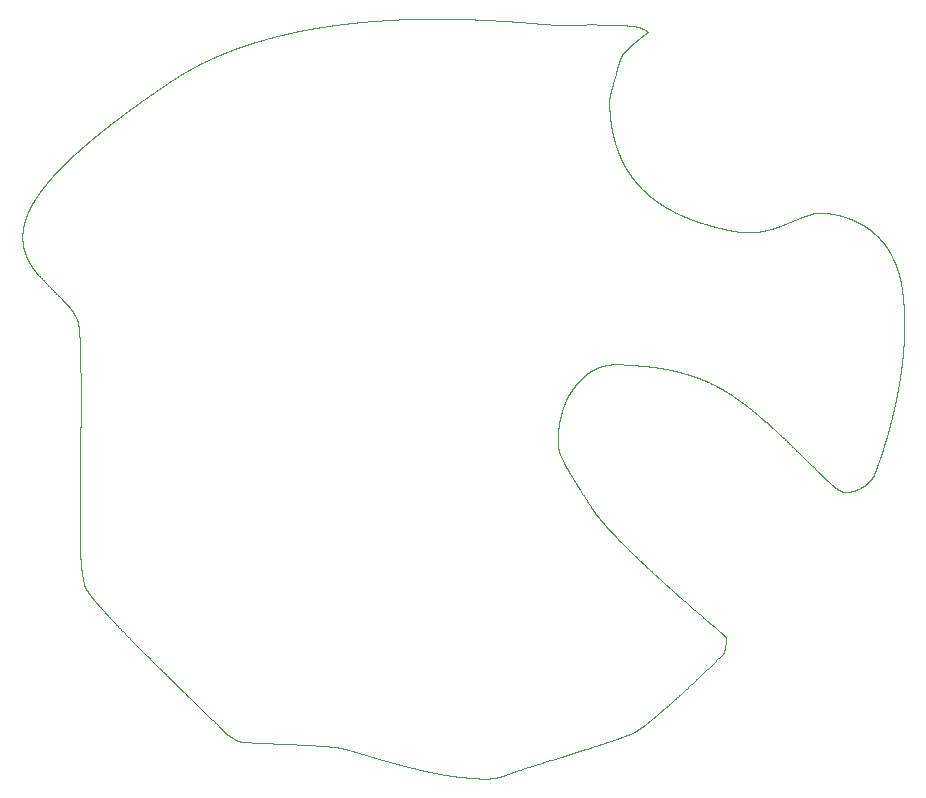
<source format=gbr>
%TF.GenerationSoftware,KiCad,Pcbnew,9.0.0*%
%TF.CreationDate,2025-08-18T13:12:07+03:00*%
%TF.ProjectId,RP2350A_Dev_board,52503233-3530-4415-9f44-65765f626f61,rev?*%
%TF.SameCoordinates,Original*%
%TF.FileFunction,Profile,NP*%
%FSLAX46Y46*%
G04 Gerber Fmt 4.6, Leading zero omitted, Abs format (unit mm)*
G04 Created by KiCad (PCBNEW 9.0.0) date 2025-08-18 13:12:07*
%MOMM*%
%LPD*%
G01*
G04 APERTURE LIST*
%ADD10C,0.050000*%
G04 APERTURE END LIST*
D10*
X145750000Y-91250000D02*
X145832957Y-91255888D01*
X145923365Y-91262228D01*
X146025128Y-91269290D01*
X146147608Y-91277719D01*
X146242153Y-91284200D01*
X146330824Y-91290277D01*
X146419244Y-91296355D01*
X146507437Y-91302452D01*
X146595428Y-91308589D01*
X146639355Y-91311677D01*
X146683240Y-91314783D01*
X146727087Y-91317908D01*
X146770897Y-91321055D01*
X146814675Y-91324226D01*
X146858422Y-91327423D01*
X146902143Y-91330650D01*
X146945839Y-91333908D01*
X146989515Y-91337199D01*
X147033172Y-91340527D01*
X147076814Y-91343893D01*
X147120444Y-91347300D01*
X147164065Y-91350751D01*
X147207680Y-91354247D01*
X147251291Y-91357792D01*
X147294902Y-91361387D01*
X147338515Y-91365035D01*
X147382134Y-91368739D01*
X147425762Y-91372500D01*
X147469401Y-91376321D01*
X147513055Y-91380206D01*
X147556726Y-91384155D01*
X147600418Y-91388171D01*
X147644133Y-91392257D01*
X147687874Y-91396416D01*
X147731644Y-91400649D01*
X147775447Y-91404959D01*
X147819285Y-91409348D01*
X147863161Y-91413820D01*
X147885115Y-91416087D01*
X147907078Y-91418375D01*
X147929053Y-91420685D01*
X147951040Y-91423017D01*
X147973038Y-91425372D01*
X147995048Y-91427748D01*
X148017071Y-91430148D01*
X148039107Y-91432571D01*
X148061156Y-91435017D01*
X148083218Y-91437487D01*
X148105295Y-91439982D01*
X148127385Y-91442500D01*
X148149491Y-91445043D01*
X148171612Y-91447611D01*
X148193748Y-91450205D01*
X148215900Y-91452824D01*
X148238068Y-91455469D01*
X148260253Y-91458140D01*
X148282454Y-91460837D01*
X148304674Y-91463561D01*
X148326910Y-91466312D01*
X148349165Y-91469091D01*
X148371438Y-91471897D01*
X148393730Y-91474731D01*
X148416041Y-91477594D01*
X148438372Y-91480485D01*
X148460723Y-91483405D01*
X148483094Y-91486354D01*
X148505485Y-91489333D01*
X148527898Y-91492341D01*
X148550332Y-91495379D01*
X148572787Y-91498448D01*
X148595265Y-91501547D01*
X148617765Y-91504678D01*
X148640289Y-91507840D01*
X148662835Y-91511033D01*
X148685405Y-91514258D01*
X148707999Y-91517515D01*
X148730618Y-91520805D01*
X148753261Y-91524127D01*
X148775929Y-91527483D01*
X148798623Y-91530872D01*
X148821342Y-91534294D01*
X148844088Y-91537751D01*
X148866860Y-91541242D01*
X148889659Y-91544767D01*
X148912486Y-91548327D01*
X148935340Y-91551923D01*
X148958222Y-91555554D01*
X148981133Y-91559221D01*
X149004072Y-91562923D01*
X149027041Y-91566662D01*
X149050039Y-91570438D01*
X149073067Y-91574251D01*
X149096126Y-91578101D01*
X149119215Y-91581989D01*
X149142335Y-91585914D01*
X149165486Y-91589878D01*
X149188669Y-91593880D01*
X149211885Y-91597921D01*
X149235132Y-91602001D01*
X149258413Y-91606120D01*
X149281727Y-91610279D01*
X149305074Y-91614479D01*
X149328456Y-91618718D01*
X149351872Y-91622998D01*
X149375322Y-91627319D01*
X149398808Y-91631680D01*
X149422329Y-91636084D01*
X149445886Y-91640529D01*
X149469479Y-91645016D01*
X149493109Y-91649546D01*
X149516775Y-91654118D01*
X149540479Y-91658734D01*
X149564221Y-91663392D01*
X149588000Y-91668095D01*
X149611818Y-91672841D01*
X149635675Y-91677631D01*
X149659571Y-91682466D01*
X149683507Y-91687345D01*
X149707482Y-91692270D01*
X149731498Y-91697240D01*
X149755554Y-91702256D01*
X149779652Y-91707317D01*
X149803790Y-91712425D01*
X149827971Y-91717580D01*
X149852193Y-91722781D01*
X149876459Y-91728030D01*
X149900767Y-91733326D01*
X149925118Y-91738670D01*
X149949513Y-91744062D01*
X149973951Y-91749502D01*
X149998434Y-91754991D01*
X150022962Y-91760529D01*
X150047535Y-91766116D01*
X150072154Y-91771753D01*
X150096818Y-91777440D01*
X150121528Y-91783177D01*
X150146285Y-91788965D01*
X150171089Y-91794803D01*
X150195940Y-91800692D01*
X150220839Y-91806633D01*
X150245786Y-91812625D01*
X150270781Y-91818670D01*
X150295825Y-91824767D01*
X150320919Y-91830916D01*
X150346061Y-91837118D01*
X150371254Y-91843373D01*
X150396497Y-91849682D01*
X150421791Y-91856045D01*
X150447135Y-91862462D01*
X150472531Y-91868933D01*
X150497979Y-91875459D01*
X150523479Y-91882040D01*
X150549031Y-91888676D01*
X150574636Y-91895368D01*
X150600295Y-91902115D01*
X150626007Y-91908919D01*
X150651773Y-91915780D01*
X150677593Y-91922697D01*
X150703468Y-91929671D01*
X150729398Y-91936703D01*
X150755384Y-91943792D01*
X150781425Y-91950939D01*
X150807523Y-91958145D01*
X150833677Y-91965409D01*
X150859888Y-91972732D01*
X150886156Y-91980115D01*
X150912482Y-91987557D01*
X150938866Y-91995058D01*
X150965309Y-92002620D01*
X150991810Y-92010242D01*
X151018370Y-92017925D01*
X151044990Y-92025669D01*
X151071670Y-92033474D01*
X151098410Y-92041341D01*
X151125211Y-92049269D01*
X151152073Y-92057260D01*
X151178996Y-92065314D01*
X151205980Y-92073430D01*
X151233027Y-92081609D01*
X151260137Y-92089852D01*
X151287309Y-92098158D01*
X151314545Y-92106529D01*
X151341844Y-92114963D01*
X151369207Y-92123463D01*
X151396634Y-92132027D01*
X151424126Y-92140656D01*
X151451683Y-92149351D01*
X151479306Y-92158112D01*
X151506994Y-92166939D01*
X151534749Y-92175832D01*
X151562570Y-92184792D01*
X151590458Y-92193819D01*
X151618414Y-92202913D01*
X151646437Y-92212075D01*
X151674528Y-92221305D01*
X151702687Y-92230603D01*
X151730916Y-92239970D01*
X151759213Y-92249405D01*
X151787580Y-92258909D01*
X151816017Y-92268483D01*
X151844524Y-92278127D01*
X151873102Y-92287840D01*
X151901750Y-92297624D01*
X151930470Y-92307479D01*
X151959262Y-92317404D01*
X151988126Y-92327401D01*
X152017063Y-92337469D01*
X152046072Y-92347609D01*
X152075154Y-92357821D01*
X152104310Y-92368106D01*
X152133540Y-92378463D01*
X152162845Y-92388893D01*
X152192224Y-92399397D01*
X152221678Y-92409974D01*
X152251208Y-92420625D01*
X152280813Y-92431350D01*
X152310495Y-92442150D01*
X152340253Y-92453025D01*
X152370088Y-92463975D01*
X152400000Y-92475000D01*
X131775000Y-126150000D02*
X131819450Y-126154765D01*
X131863481Y-126159466D01*
X131906042Y-126163989D01*
X131948211Y-126168449D01*
X131989036Y-126172748D01*
X132029492Y-126176986D01*
X132068712Y-126181076D01*
X132107584Y-126185108D01*
X132145317Y-126189002D01*
X132182721Y-126192842D01*
X132219070Y-126196553D01*
X132255107Y-126200212D01*
X132290164Y-126203752D01*
X132324924Y-126207241D01*
X132358772Y-126210618D01*
X132392338Y-126213946D01*
X132425051Y-126217170D01*
X132457496Y-126220347D01*
X132489142Y-126223426D01*
X132520532Y-126226459D01*
X132551172Y-126229400D01*
X132581568Y-126232297D01*
X132611258Y-126235107D01*
X132640715Y-126237874D01*
X132669508Y-126240559D01*
X132698076Y-126243202D01*
X132726018Y-126245768D01*
X132753745Y-126248293D01*
X132780878Y-126250744D01*
X132807807Y-126253156D01*
X132834173Y-126255498D01*
X132860342Y-126257802D01*
X132885979Y-126260039D01*
X132911426Y-126262239D01*
X132936367Y-126264376D01*
X132961126Y-126266476D01*
X132985405Y-126268516D01*
X133009508Y-126270520D01*
X133033153Y-126272467D01*
X133056630Y-126274379D01*
X133079671Y-126276236D01*
X133102549Y-126278059D01*
X133125012Y-126279829D01*
X133147318Y-126281567D01*
X133169227Y-126283254D01*
X133190985Y-126284908D01*
X133212364Y-126286514D01*
X133233597Y-126288089D01*
X133254467Y-126289617D01*
X133275197Y-126291114D01*
X133295581Y-126292566D01*
X133315828Y-126293988D01*
X133335743Y-126295367D01*
X133355527Y-126296716D01*
X133374992Y-126298024D01*
X133394331Y-126299303D01*
X133413365Y-126300542D01*
X133432275Y-126301753D01*
X133450894Y-126302925D01*
X133469393Y-126304069D01*
X133487612Y-126305176D01*
X133505715Y-126306255D01*
X133523549Y-126307299D01*
X133541272Y-126308316D01*
X133558735Y-126309298D01*
X133576091Y-126310253D01*
X133593198Y-126311175D01*
X133610200Y-126312072D01*
X133626963Y-126312935D01*
X133643624Y-126313773D01*
X133660055Y-126314580D01*
X133676388Y-126315362D01*
X133692499Y-126316113D01*
X133708515Y-126316839D01*
X133724318Y-126317536D01*
X133740029Y-126318208D01*
X133755534Y-126318852D01*
X133770949Y-126319472D01*
X133786167Y-126320064D01*
X133801298Y-126320632D01*
X133816238Y-126321174D01*
X133831094Y-126321692D01*
X133845766Y-126322184D01*
X133860356Y-126322652D01*
X133874770Y-126323096D01*
X133889103Y-126323516D01*
X133903267Y-126323912D01*
X133917352Y-126324285D01*
X133931274Y-126324634D01*
X133945121Y-126324961D01*
X133958809Y-126325265D01*
X133972424Y-126325546D01*
X133985886Y-126325805D01*
X133999277Y-126326042D01*
X134012522Y-126326256D01*
X134025697Y-126326449D01*
X134038730Y-126326620D01*
X134051696Y-126326771D01*
X134064526Y-126326899D01*
X134077290Y-126327007D01*
X134089922Y-126327094D01*
X134102491Y-126327160D01*
X134114932Y-126327206D01*
X134127312Y-126327231D01*
X134139569Y-126327236D01*
X134151767Y-126327221D01*
X134163846Y-126327187D01*
X134175866Y-126327132D01*
X134187774Y-126327058D01*
X134199624Y-126326964D01*
X134211364Y-126326851D01*
X134223049Y-126326718D01*
X134234629Y-126326567D01*
X134246155Y-126326396D01*
X134257579Y-126326207D01*
X134268951Y-126325999D01*
X134280225Y-126325772D01*
X134291448Y-126325527D01*
X134302577Y-126325263D01*
X134313656Y-126324981D01*
X134324645Y-126324681D01*
X134335586Y-126324362D01*
X134346440Y-126324026D01*
X134357246Y-126323671D01*
X134367969Y-126323299D01*
X134378646Y-126322909D01*
X134389244Y-126322501D01*
X134399796Y-126322075D01*
X134410272Y-126321633D01*
X134420704Y-126321172D01*
X134431063Y-126320694D01*
X134441380Y-126320198D01*
X134451626Y-126319685D01*
X134461830Y-126319155D01*
X134471968Y-126318608D01*
X134482065Y-126318043D01*
X134492098Y-126317462D01*
X134502092Y-126316863D01*
X134512025Y-126316248D01*
X134521919Y-126315615D01*
X134531755Y-126314965D01*
X134541554Y-126314298D01*
X134551298Y-126313615D01*
X134561005Y-126312914D01*
X134570660Y-126312197D01*
X134580280Y-126311463D01*
X134589849Y-126310712D01*
X134599385Y-126309944D01*
X134608873Y-126309160D01*
X134618328Y-126308359D01*
X134627739Y-126307541D01*
X134637117Y-126306706D01*
X134646453Y-126305854D01*
X134655759Y-126304985D01*
X134665024Y-126304100D01*
X134674260Y-126303198D01*
X134683458Y-126302279D01*
X134692628Y-126301344D01*
X134701763Y-126300391D01*
X134710869Y-126299422D01*
X134719944Y-126298435D01*
X134728991Y-126297432D01*
X134738009Y-126296412D01*
X134747001Y-126295374D01*
X134755965Y-126294320D01*
X134764904Y-126293249D01*
X134773819Y-126292160D01*
X134782709Y-126291054D01*
X134791577Y-126289931D01*
X134800421Y-126288791D01*
X134809245Y-126287633D01*
X134818047Y-126286458D01*
X134826832Y-126285265D01*
X134835595Y-126284055D01*
X134844343Y-126282827D01*
X134853070Y-126281581D01*
X134870480Y-126279037D01*
X134887831Y-126276420D01*
X134905130Y-126273730D01*
X134922384Y-126270966D01*
X134939601Y-126268128D01*
X134956786Y-126265214D01*
X134973948Y-126262223D01*
X134991093Y-126259154D01*
X135008229Y-126256005D01*
X135025363Y-126252776D01*
X135042503Y-126249464D01*
X135059657Y-126246069D01*
X135076832Y-126242588D01*
X135094038Y-126239019D01*
X135111282Y-126235361D01*
X135128574Y-126231611D01*
X135145922Y-126227768D01*
X135163337Y-126223828D01*
X135180827Y-126219789D01*
X135198403Y-126215648D01*
X135216076Y-126211403D01*
X135233856Y-126207050D01*
X135251757Y-126202585D01*
X135269789Y-126198005D01*
X135287967Y-126193306D01*
X135306303Y-126188484D01*
X135324813Y-126183534D01*
X135343513Y-126178450D01*
X135362418Y-126173228D01*
X135381547Y-126167861D01*
X135400920Y-126162343D01*
X135420557Y-126156667D01*
X135440481Y-126150826D01*
X135460716Y-126144810D01*
X135481289Y-126138610D01*
X135502230Y-126132217D01*
X135523572Y-126125618D01*
X135545351Y-126118800D01*
X135567606Y-126111750D01*
X135590385Y-126104451D01*
X135613737Y-126096885D01*
X135637722Y-126089030D01*
X135662406Y-126080862D01*
X135687869Y-126072353D01*
X135714203Y-126063470D01*
X135741515Y-126054173D01*
X135769940Y-126044414D01*
X135799638Y-126034134D01*
X135830813Y-126023260D01*
X135863726Y-126011695D01*
X135898725Y-125999315D01*
X135936289Y-125985945D01*
X135977118Y-125971330D01*
X136022309Y-125955071D01*
X136073792Y-125936469D01*
X136135658Y-125914036D01*
X136219172Y-125883687D01*
X136274885Y-125863435D01*
X136331888Y-125842736D01*
X136390240Y-125821591D01*
X136450000Y-125800000D01*
X141400000Y-93575000D02*
X141408350Y-93562691D01*
X141416707Y-93550409D01*
X141425019Y-93538227D01*
X141433338Y-93526072D01*
X141441614Y-93514015D01*
X141449897Y-93501983D01*
X141458137Y-93490048D01*
X141466384Y-93478139D01*
X141474591Y-93466324D01*
X141482804Y-93454535D01*
X141490977Y-93442838D01*
X141499156Y-93431167D01*
X141507297Y-93419586D01*
X141515445Y-93408030D01*
X141523555Y-93396562D01*
X141531672Y-93385120D01*
X141539751Y-93373765D01*
X141547838Y-93362435D01*
X141555888Y-93351190D01*
X141563946Y-93339969D01*
X141571967Y-93328832D01*
X141579997Y-93317720D01*
X141587991Y-93306690D01*
X141595993Y-93295684D01*
X141603961Y-93284758D01*
X141611936Y-93273857D01*
X141619878Y-93263035D01*
X141627828Y-93252237D01*
X141635745Y-93241517D01*
X141643669Y-93230820D01*
X141651562Y-93220200D01*
X141659463Y-93209603D01*
X141667332Y-93199081D01*
X141675209Y-93188583D01*
X141683056Y-93178158D01*
X141690910Y-93167757D01*
X141698735Y-93157428D01*
X141706568Y-93147123D01*
X141714371Y-93136888D01*
X141722182Y-93126677D01*
X141729965Y-93116536D01*
X141737756Y-93106417D01*
X141745519Y-93096368D01*
X141753289Y-93086341D01*
X141761033Y-93076382D01*
X141768784Y-93066445D01*
X141776509Y-93056575D01*
X141784242Y-93046728D01*
X141791948Y-93036946D01*
X141799663Y-93027187D01*
X141807352Y-93017492D01*
X141815049Y-93007819D01*
X141822721Y-92998210D01*
X141830401Y-92988623D01*
X141838057Y-92979098D01*
X141845721Y-92969596D01*
X141853361Y-92960155D01*
X141861009Y-92950736D01*
X141868634Y-92941377D01*
X141876266Y-92932041D01*
X141883876Y-92922764D01*
X141891494Y-92913508D01*
X141899090Y-92904312D01*
X141906693Y-92895137D01*
X141914275Y-92886020D01*
X141921865Y-92876925D01*
X141929434Y-92867886D01*
X141937010Y-92858869D01*
X141944566Y-92849909D01*
X141952130Y-92840969D01*
X141959673Y-92832085D01*
X141967225Y-92823222D01*
X141974756Y-92814414D01*
X141982296Y-92805627D01*
X141989816Y-92796893D01*
X141997344Y-92788181D01*
X142004853Y-92779522D01*
X142012370Y-92770884D01*
X142019869Y-92762298D01*
X142027375Y-92753732D01*
X142034864Y-92745219D01*
X142042360Y-92736726D01*
X142049839Y-92728284D01*
X142057326Y-92719863D01*
X142064795Y-92711492D01*
X142072272Y-92703142D01*
X142079732Y-92694841D01*
X142087201Y-92686561D01*
X142094652Y-92678329D01*
X142102113Y-92670118D01*
X142109556Y-92661955D01*
X142117008Y-92653813D01*
X142124443Y-92645718D01*
X142131888Y-92637643D01*
X142139316Y-92629616D01*
X142146752Y-92621608D01*
X142154173Y-92613647D01*
X142161603Y-92605706D01*
X142169017Y-92597811D01*
X142176441Y-92589936D01*
X142183848Y-92582106D01*
X142191265Y-92574296D01*
X142198667Y-92566530D01*
X142206078Y-92558785D01*
X142213474Y-92551083D01*
X142220879Y-92543401D01*
X142228270Y-92535763D01*
X142235670Y-92528145D01*
X142243055Y-92520569D01*
X142250450Y-92513013D01*
X142257831Y-92505500D01*
X142265221Y-92498006D01*
X142272598Y-92490554D01*
X142279984Y-92483122D01*
X142287357Y-92475731D01*
X142294738Y-92468360D01*
X142302107Y-92461029D01*
X142309485Y-92453718D01*
X142316851Y-92446448D01*
X142324225Y-92439196D01*
X142331588Y-92431985D01*
X142338959Y-92424793D01*
X142346319Y-92417641D01*
X142353687Y-92410507D01*
X142361044Y-92403413D01*
X142368411Y-92396338D01*
X142375765Y-92389301D01*
X142383129Y-92382284D01*
X142390482Y-92375304D01*
X142397844Y-92368344D01*
X142405195Y-92361422D01*
X142412555Y-92354518D01*
X142419905Y-92347652D01*
X142427264Y-92340804D01*
X142434612Y-92333994D01*
X142441970Y-92327202D01*
X142449318Y-92320447D01*
X142456675Y-92313711D01*
X142464022Y-92307011D01*
X142471378Y-92300329D01*
X142478725Y-92293683D01*
X142486081Y-92287056D01*
X142493428Y-92280464D01*
X142500784Y-92273891D01*
X142508131Y-92267352D01*
X142515488Y-92260833D01*
X142522835Y-92254348D01*
X142530192Y-92247881D01*
X142537540Y-92241448D01*
X142544898Y-92235034D01*
X142552247Y-92228654D01*
X142559606Y-92222292D01*
X142566956Y-92215964D01*
X142574316Y-92209654D01*
X142581668Y-92203377D01*
X142589030Y-92197119D01*
X142596383Y-92190893D01*
X142603747Y-92184686D01*
X142611102Y-92178511D01*
X142618468Y-92172354D01*
X142625826Y-92166229D01*
X142633193Y-92160123D01*
X142640554Y-92154048D01*
X142647924Y-92147992D01*
X142655287Y-92141967D01*
X142662660Y-92135960D01*
X142670026Y-92129984D01*
X142677402Y-92124026D01*
X142684771Y-92118099D01*
X142692150Y-92112190D01*
X142699523Y-92106312D01*
X142706906Y-92100452D01*
X142714282Y-92094622D01*
X142721668Y-92088810D01*
X142729049Y-92083027D01*
X142736439Y-92077263D01*
X142743823Y-92071529D01*
X142751218Y-92065812D01*
X142758607Y-92060124D01*
X142766005Y-92054455D01*
X142773399Y-92048814D01*
X142780802Y-92043192D01*
X142788201Y-92037598D01*
X142795609Y-92032022D01*
X142803013Y-92026475D01*
X142810426Y-92020945D01*
X142817835Y-92015443D01*
X142825253Y-92009960D01*
X142832668Y-92004504D01*
X142840092Y-91999066D01*
X142847512Y-91993656D01*
X142854942Y-91988263D01*
X142862368Y-91982898D01*
X142869804Y-91977550D01*
X142877236Y-91972230D01*
X142884678Y-91966927D01*
X142892117Y-91961652D01*
X142899566Y-91956394D01*
X142907011Y-91951163D01*
X142914466Y-91945949D01*
X142921918Y-91940762D01*
X142929380Y-91935592D01*
X142936840Y-91930449D01*
X142944309Y-91925323D01*
X142951775Y-91920223D01*
X142959252Y-91915141D01*
X142966726Y-91910084D01*
X142974210Y-91905045D01*
X142981692Y-91900032D01*
X142989184Y-91895036D01*
X142996673Y-91890065D01*
X143004173Y-91885112D01*
X143011671Y-91880184D01*
X143019179Y-91875274D01*
X143026685Y-91870388D01*
X143034202Y-91865520D01*
X143041716Y-91860676D01*
X143049241Y-91855850D01*
X143056765Y-91851049D01*
X143064299Y-91846265D01*
X143071832Y-91841505D01*
X143079375Y-91836762D01*
X143086916Y-91832044D01*
X143094469Y-91827343D01*
X143102020Y-91822666D01*
X143109582Y-91818006D01*
X143117143Y-91813370D01*
X143124714Y-91808752D01*
X143132285Y-91804157D01*
X143139866Y-91799579D01*
X143147447Y-91795024D01*
X143155039Y-91790487D01*
X143162630Y-91785973D01*
X143170232Y-91781477D01*
X143177833Y-91777003D01*
X143185446Y-91772547D01*
X143193058Y-91768113D01*
X143200681Y-91763697D01*
X143208305Y-91759303D01*
X143215939Y-91754927D01*
X143223573Y-91750573D01*
X143231219Y-91746237D01*
X143238865Y-91741922D01*
X143246521Y-91737625D01*
X143254179Y-91733351D01*
X143261847Y-91729093D01*
X143269516Y-91724857D01*
X143277196Y-91720639D01*
X143284878Y-91716442D01*
X143292570Y-91712263D01*
X143300263Y-91708106D01*
X143307968Y-91703965D01*
X143315674Y-91699846D01*
X143323391Y-91695745D01*
X143331109Y-91691665D01*
X143338839Y-91687601D01*
X143346570Y-91683560D01*
X143354313Y-91679535D01*
X143362057Y-91675532D01*
X143369813Y-91671546D01*
X143377570Y-91667580D01*
X143385339Y-91663632D01*
X143393111Y-91659705D01*
X143400893Y-91655795D01*
X143408678Y-91651906D01*
X143416474Y-91648034D01*
X143424273Y-91644182D01*
X143432083Y-91640348D01*
X143439896Y-91636534D01*
X143447720Y-91632737D01*
X143455548Y-91628961D01*
X143463386Y-91625202D01*
X143471228Y-91621463D01*
X143479082Y-91617741D01*
X143486938Y-91614040D01*
X143494806Y-91610355D01*
X143502678Y-91606691D01*
X143510561Y-91603044D01*
X143518448Y-91599416D01*
X143526346Y-91595806D01*
X143534249Y-91592216D01*
X143542163Y-91588642D01*
X143550081Y-91585089D01*
X143558010Y-91581552D01*
X143565944Y-91578036D01*
X143573889Y-91574536D01*
X143581839Y-91571056D01*
X143589801Y-91567593D01*
X143597767Y-91564149D01*
X143605745Y-91560723D01*
X143613728Y-91557316D01*
X143621722Y-91553926D01*
X143629721Y-91550555D01*
X143637732Y-91547202D01*
X143645749Y-91543867D01*
X143653777Y-91540550D01*
X143661811Y-91537252D01*
X143669856Y-91533971D01*
X143677907Y-91530709D01*
X143685969Y-91527464D01*
X143694038Y-91524238D01*
X143702118Y-91521029D01*
X143710205Y-91517839D01*
X143718303Y-91514666D01*
X143726407Y-91511512D01*
X143734524Y-91508375D01*
X143742646Y-91505256D01*
X143750781Y-91502155D01*
X143758922Y-91499073D01*
X143767075Y-91496007D01*
X143775235Y-91492961D01*
X143783407Y-91489931D01*
X143791586Y-91486920D01*
X143799777Y-91483926D01*
X143807975Y-91480950D01*
X143816185Y-91477992D01*
X143824402Y-91475052D01*
X143832632Y-91472129D01*
X143840869Y-91469225D01*
X143849118Y-91466338D01*
X143857375Y-91463469D01*
X143865643Y-91460617D01*
X143873920Y-91457783D01*
X143882209Y-91454967D01*
X143890507Y-91452169D01*
X143898816Y-91449388D01*
X143907134Y-91446625D01*
X143915464Y-91443879D01*
X143923802Y-91441152D01*
X143932153Y-91438441D01*
X143940512Y-91435749D01*
X143948884Y-91433074D01*
X143957265Y-91430417D01*
X143965657Y-91427777D01*
X143974060Y-91425155D01*
X143982474Y-91422550D01*
X143990898Y-91419964D01*
X143999334Y-91417394D01*
X144007779Y-91414843D01*
X144016237Y-91412308D01*
X144024705Y-91409792D01*
X144033185Y-91407293D01*
X144041675Y-91404811D01*
X144050178Y-91402347D01*
X144058691Y-91399901D01*
X144067216Y-91397472D01*
X144075751Y-91395061D01*
X144084300Y-91392668D01*
X144092858Y-91390292D01*
X144101429Y-91387933D01*
X144110011Y-91385592D01*
X144118606Y-91383269D01*
X144127211Y-91380963D01*
X144135829Y-91378674D01*
X144144458Y-91376404D01*
X144153100Y-91374150D01*
X144161754Y-91371915D01*
X144170419Y-91369696D01*
X144179097Y-91367496D01*
X144187787Y-91365313D01*
X144196489Y-91363147D01*
X144205204Y-91360999D01*
X144213931Y-91358869D01*
X144222670Y-91356756D01*
X144231422Y-91354661D01*
X144240186Y-91352583D01*
X144248963Y-91350523D01*
X144257753Y-91348480D01*
X144266555Y-91346455D01*
X144275371Y-91344448D01*
X144284199Y-91342458D01*
X144293040Y-91340486D01*
X144301894Y-91338531D01*
X144310761Y-91336595D01*
X144319641Y-91334675D01*
X144328534Y-91332773D01*
X144337441Y-91330889D01*
X144346361Y-91329023D01*
X144355294Y-91327174D01*
X144364240Y-91325343D01*
X144373201Y-91323529D01*
X144382174Y-91321734D01*
X144391161Y-91319956D01*
X144400162Y-91318195D01*
X144409177Y-91316452D01*
X144418205Y-91314727D01*
X144427248Y-91313020D01*
X144436304Y-91311331D01*
X144445374Y-91309659D01*
X144454458Y-91308005D01*
X144463557Y-91306368D01*
X144472669Y-91304750D01*
X144481796Y-91303149D01*
X144490937Y-91301566D01*
X144500092Y-91300001D01*
X144509262Y-91298454D01*
X144518447Y-91296924D01*
X144527645Y-91295413D01*
X144536859Y-91293919D01*
X144546087Y-91292443D01*
X144555330Y-91290986D01*
X144564587Y-91289546D01*
X144573860Y-91288124D01*
X144583147Y-91286720D01*
X144592451Y-91285333D01*
X144601768Y-91283965D01*
X144611101Y-91282615D01*
X144620448Y-91281283D01*
X144639190Y-91278673D01*
X144657994Y-91276135D01*
X144676859Y-91273670D01*
X144695787Y-91271277D01*
X144714779Y-91268957D01*
X144733834Y-91266710D01*
X144752953Y-91264535D01*
X144772138Y-91262434D01*
X144791387Y-91260407D01*
X144810703Y-91258453D01*
X144830085Y-91256573D01*
X144849534Y-91254767D01*
X144869050Y-91253035D01*
X144888635Y-91251377D01*
X144908288Y-91249794D01*
X144928011Y-91248285D01*
X144947803Y-91246852D01*
X144967665Y-91245494D01*
X144987599Y-91244211D01*
X145007604Y-91243004D01*
X145027681Y-91241873D01*
X145047830Y-91240818D01*
X145068053Y-91239839D01*
X145088350Y-91238937D01*
X145108721Y-91238112D01*
X145129166Y-91237364D01*
X145149688Y-91236693D01*
X145170285Y-91236100D01*
X145190959Y-91235585D01*
X145211710Y-91235148D01*
X145232540Y-91234790D01*
X145253447Y-91234510D01*
X145274434Y-91234309D01*
X145295500Y-91234188D01*
X145316647Y-91234146D01*
X145337875Y-91234184D01*
X145359184Y-91234303D01*
X145380575Y-91234502D01*
X145402049Y-91234782D01*
X145423606Y-91235143D01*
X145445247Y-91235585D01*
X145466973Y-91236110D01*
X145488784Y-91236716D01*
X145510680Y-91237405D01*
X145532664Y-91238177D01*
X145554734Y-91239032D01*
X145576892Y-91239971D01*
X145599139Y-91240994D01*
X145621475Y-91242101D01*
X145643900Y-91243292D01*
X145666415Y-91244569D01*
X145689022Y-91245931D01*
X145711720Y-91247378D01*
X145734511Y-91248912D01*
X145750000Y-91250000D01*
X144650000Y-68750000D02*
X144688920Y-68605964D01*
X144727707Y-68462124D01*
X144766461Y-68318110D01*
X144805314Y-68173431D01*
X144844449Y-68027406D01*
X144884132Y-67879044D01*
X144924774Y-67726800D01*
X144967081Y-67568034D01*
X145012449Y-67397497D01*
X145064531Y-67201464D01*
X145090758Y-67102689D01*
X145127297Y-66965089D01*
X145161919Y-66834809D01*
X145194722Y-66711576D01*
X145210472Y-66652517D01*
X145225806Y-66595118D01*
X145240734Y-66539343D01*
X145255269Y-66485160D01*
X145269424Y-66432534D01*
X145283212Y-66381430D01*
X145296643Y-66331815D01*
X145309732Y-66283654D01*
X145322489Y-66236913D01*
X145334928Y-66191559D01*
X145347061Y-66147556D01*
X145358900Y-66104871D01*
X145370458Y-66063470D01*
X145376135Y-66043240D01*
X145381747Y-66023318D01*
X145387294Y-66003700D01*
X145392779Y-65984381D01*
X145398203Y-65965358D01*
X145403567Y-65946626D01*
X145408874Y-65928180D01*
X145414124Y-65910017D01*
X145419319Y-65892132D01*
X145424460Y-65874521D01*
X145429550Y-65857180D01*
X145434590Y-65840104D01*
X145439581Y-65823289D01*
X145444525Y-65806732D01*
X145449423Y-65790426D01*
X145454277Y-65774369D01*
X145459089Y-65758556D01*
X145463860Y-65742983D01*
X145468591Y-65727645D01*
X145473285Y-65712538D01*
X145477942Y-65697659D01*
X145482565Y-65683002D01*
X145487154Y-65668563D01*
X145491711Y-65654339D01*
X145496239Y-65640325D01*
X145500738Y-65626516D01*
X145505210Y-65612908D01*
X145509656Y-65599498D01*
X145514078Y-65586280D01*
X145518478Y-65573251D01*
X145522858Y-65560406D01*
X145527217Y-65547741D01*
X145531560Y-65535252D01*
X145535885Y-65522934D01*
X145540197Y-65510783D01*
X145544495Y-65498796D01*
X145548782Y-65486967D01*
X145553058Y-65475292D01*
X145557326Y-65463767D01*
X145561587Y-65452388D01*
X145565843Y-65441151D01*
X145570095Y-65430051D01*
X145574345Y-65419084D01*
X145578594Y-65408246D01*
X145582844Y-65397532D01*
X145587096Y-65386939D01*
X145591352Y-65376461D01*
X145595613Y-65366095D01*
X145599882Y-65355837D01*
X145604159Y-65345681D01*
X145608446Y-65335625D01*
X145612745Y-65325663D01*
X145617057Y-65315791D01*
X145621383Y-65306005D01*
X145625726Y-65296301D01*
X145630087Y-65286675D01*
X145634467Y-65277122D01*
X145638868Y-65267637D01*
X145643292Y-65258218D01*
X145647739Y-65248859D01*
X145652212Y-65239556D01*
X145656712Y-65230305D01*
X145661241Y-65221101D01*
X145665800Y-65211941D01*
X145670391Y-65202820D01*
X145675015Y-65193734D01*
X145679674Y-65184678D01*
X145684369Y-65175649D01*
X145689102Y-65166641D01*
X145693875Y-65157651D01*
X145698689Y-65148675D01*
X145703545Y-65139708D01*
X145708445Y-65130745D01*
X145713391Y-65121784D01*
X145718384Y-65112819D01*
X145723426Y-65103845D01*
X145728519Y-65094860D01*
X145733663Y-65085858D01*
X145738860Y-65076836D01*
X145744113Y-65067788D01*
X145749422Y-65058712D01*
X145754789Y-65049601D01*
X145760216Y-65040453D01*
X145765703Y-65031263D01*
X145771254Y-65022027D01*
X145776868Y-65012740D01*
X145782549Y-65003398D01*
X145788296Y-64993997D01*
X145794113Y-64984532D01*
X145800000Y-64975000D01*
X162200000Y-78400000D02*
X162171345Y-78407516D01*
X162142678Y-78415118D01*
X162113997Y-78422807D01*
X162085298Y-78430582D01*
X162056579Y-78438445D01*
X162027837Y-78446398D01*
X161999068Y-78454440D01*
X161970270Y-78462573D01*
X161941438Y-78470799D01*
X161912569Y-78479118D01*
X161883659Y-78487532D01*
X161854705Y-78496041D01*
X161825703Y-78504648D01*
X161796647Y-78513354D01*
X161767535Y-78522160D01*
X161738360Y-78531067D01*
X161709119Y-78540079D01*
X161679807Y-78549196D01*
X161650417Y-78558420D01*
X161620945Y-78567753D01*
X161591384Y-78577198D01*
X161561728Y-78586757D01*
X161531972Y-78596432D01*
X161502107Y-78606226D01*
X161472127Y-78616141D01*
X161442023Y-78626181D01*
X161411788Y-78636349D01*
X161381413Y-78646648D01*
X161350889Y-78657081D01*
X161320205Y-78667653D01*
X161289351Y-78678368D01*
X161258315Y-78689230D01*
X161227085Y-78700244D01*
X161195648Y-78711415D01*
X161163989Y-78722749D01*
X161132093Y-78734253D01*
X161099943Y-78745933D01*
X161067520Y-78757796D01*
X161034804Y-78769851D01*
X161001772Y-78782107D01*
X160968400Y-78794574D01*
X160934661Y-78807263D01*
X160900525Y-78820186D01*
X160865956Y-78833357D01*
X160830916Y-78846792D01*
X160795363Y-78860509D01*
X160759245Y-78874528D01*
X160722506Y-78888873D01*
X160685079Y-78903572D01*
X160646885Y-78918657D01*
X160607830Y-78934167D01*
X160567802Y-78950147D01*
X160526664Y-78966656D01*
X160484242Y-78983764D01*
X160440317Y-79001563D01*
X160394600Y-79020172D01*
X160346695Y-79039755D01*
X160296042Y-79060546D01*
X160241785Y-79082899D01*
X160182501Y-79107405D01*
X160115462Y-79135196D01*
X160033896Y-79169086D01*
X159981632Y-79190822D01*
X159907436Y-79221676D01*
X159833500Y-79252382D01*
X159796618Y-79267671D01*
X159759788Y-79282912D01*
X159723005Y-79298104D01*
X159686266Y-79313242D01*
X159649565Y-79328323D01*
X159612899Y-79343344D01*
X159576263Y-79358301D01*
X159539652Y-79373192D01*
X159503063Y-79388013D01*
X159466490Y-79402761D01*
X159429930Y-79417433D01*
X159393378Y-79432024D01*
X159356830Y-79446533D01*
X159338556Y-79453755D01*
X159320281Y-79460955D01*
X159302005Y-79468133D01*
X159283727Y-79475288D01*
X159265447Y-79482420D01*
X159247164Y-79489528D01*
X159228878Y-79496613D01*
X159210588Y-79503672D01*
X159192293Y-79510707D01*
X159173993Y-79517717D01*
X159155687Y-79524701D01*
X159137375Y-79531659D01*
X159119057Y-79538590D01*
X159100731Y-79545495D01*
X159082397Y-79552372D01*
X159064056Y-79559222D01*
X159045705Y-79566043D01*
X159027345Y-79572836D01*
X159008974Y-79579600D01*
X158990594Y-79586335D01*
X158972202Y-79593040D01*
X158953798Y-79599715D01*
X158935383Y-79606359D01*
X158916954Y-79612972D01*
X158898513Y-79619554D01*
X158880057Y-79626104D01*
X158861588Y-79632622D01*
X158843103Y-79639107D01*
X158824603Y-79645559D01*
X158806087Y-79651978D01*
X158787554Y-79658363D01*
X158769004Y-79664714D01*
X158750437Y-79671030D01*
X158731851Y-79677311D01*
X158713247Y-79683557D01*
X158694623Y-79689766D01*
X158675980Y-79695940D01*
X158657316Y-79702076D01*
X158638632Y-79708176D01*
X158619925Y-79714238D01*
X158601197Y-79720262D01*
X158582447Y-79726248D01*
X158563673Y-79732195D01*
X158544875Y-79738102D01*
X158526054Y-79743971D01*
X158507207Y-79749799D01*
X158488336Y-79755587D01*
X158469438Y-79761334D01*
X158450514Y-79767040D01*
X158431564Y-79772704D01*
X158412585Y-79778327D01*
X158393579Y-79783907D01*
X158374544Y-79789444D01*
X158355480Y-79794938D01*
X158336387Y-79800388D01*
X158317263Y-79805794D01*
X158298108Y-79811155D01*
X158278922Y-79816472D01*
X158259705Y-79821744D01*
X158240455Y-79826969D01*
X158221172Y-79832149D01*
X158201855Y-79837282D01*
X158182505Y-79842368D01*
X158163120Y-79847407D01*
X158143699Y-79852398D01*
X158124243Y-79857341D01*
X158104751Y-79862236D01*
X158085223Y-79867081D01*
X158065656Y-79871877D01*
X158046052Y-79876624D01*
X158026410Y-79881320D01*
X158006729Y-79885965D01*
X157987008Y-79890560D01*
X157967247Y-79895103D01*
X157947446Y-79899594D01*
X157927603Y-79904033D01*
X157907719Y-79908419D01*
X157887792Y-79912752D01*
X157867823Y-79917032D01*
X157847810Y-79921258D01*
X157827754Y-79925430D01*
X157807653Y-79929547D01*
X157787507Y-79933609D01*
X157767316Y-79937615D01*
X157747079Y-79941565D01*
X157726795Y-79945459D01*
X157706464Y-79949297D01*
X157686085Y-79953077D01*
X157665658Y-79956799D01*
X157645182Y-79960464D01*
X157624657Y-79964070D01*
X157604082Y-79967618D01*
X157583457Y-79971106D01*
X157562781Y-79974535D01*
X157542053Y-79977903D01*
X157521273Y-79981212D01*
X157500441Y-79984459D01*
X157479555Y-79987645D01*
X157458616Y-79990770D01*
X157437622Y-79993832D01*
X157416574Y-79996832D01*
X157395470Y-79999769D01*
X157374311Y-80002643D01*
X157353095Y-80005453D01*
X157331822Y-80008199D01*
X157310491Y-80010881D01*
X157289103Y-80013498D01*
X157267655Y-80016049D01*
X157246149Y-80018534D01*
X157224583Y-80020954D01*
X157202957Y-80023307D01*
X157181270Y-80025592D01*
X157159521Y-80027811D01*
X157137711Y-80029962D01*
X157115838Y-80032044D01*
X157093902Y-80034058D01*
X157071903Y-80036003D01*
X157049840Y-80037879D01*
X157027712Y-80039684D01*
X157005519Y-80041420D01*
X156983260Y-80043084D01*
X156960935Y-80044678D01*
X156938543Y-80046200D01*
X156916084Y-80047651D01*
X156893557Y-80049029D01*
X156870961Y-80050334D01*
X156848296Y-80051567D01*
X156825562Y-80052725D01*
X156802758Y-80053810D01*
X156779883Y-80054821D01*
X156756937Y-80055757D01*
X156733919Y-80056617D01*
X156710829Y-80057402D01*
X156687667Y-80058112D01*
X156664430Y-80058744D01*
X156641120Y-80059300D01*
X156617736Y-80059779D01*
X156594276Y-80060181D01*
X156570741Y-80060504D01*
X156547130Y-80060749D01*
X156523442Y-80060914D01*
X156499677Y-80061001D01*
X156475834Y-80061008D01*
X156463883Y-80060982D01*
X156451913Y-80060935D01*
X156439923Y-80060869D01*
X156427913Y-80060782D01*
X156415883Y-80060675D01*
X156403834Y-80060548D01*
X156391764Y-80060400D01*
X156379675Y-80060232D01*
X156367565Y-80060044D01*
X156355435Y-80059835D01*
X156343285Y-80059605D01*
X156331114Y-80059355D01*
X156318923Y-80059085D01*
X156306712Y-80058794D01*
X156294480Y-80058482D01*
X156282228Y-80058149D01*
X156269955Y-80057795D01*
X156257661Y-80057421D01*
X156245346Y-80057025D01*
X156233011Y-80056609D01*
X156220654Y-80056171D01*
X156208277Y-80055713D01*
X156195878Y-80055233D01*
X156183459Y-80054732D01*
X156171018Y-80054210D01*
X156158555Y-80053667D01*
X156146072Y-80053102D01*
X156133567Y-80052516D01*
X156121041Y-80051908D01*
X156108493Y-80051279D01*
X156095923Y-80050629D01*
X156083332Y-80049957D01*
X156070719Y-80049263D01*
X156058084Y-80048547D01*
X156045427Y-80047810D01*
X156032749Y-80047051D01*
X156020048Y-80046270D01*
X156007325Y-80045467D01*
X155994580Y-80044642D01*
X155981813Y-80043795D01*
X155969023Y-80042926D01*
X155956211Y-80042035D01*
X155943377Y-80041122D01*
X155930520Y-80040187D01*
X155917641Y-80039229D01*
X155904739Y-80038249D01*
X155891814Y-80037247D01*
X155878867Y-80036222D01*
X155865896Y-80035175D01*
X155852903Y-80034105D01*
X155839887Y-80033013D01*
X155826847Y-80031898D01*
X155813785Y-80030760D01*
X155800699Y-80029600D01*
X155787590Y-80028417D01*
X155774458Y-80027211D01*
X155761302Y-80025982D01*
X155748123Y-80024731D01*
X155734921Y-80023456D01*
X155721694Y-80022158D01*
X155708444Y-80020837D01*
X155695171Y-80019493D01*
X155681873Y-80018126D01*
X155668552Y-80016736D01*
X155655207Y-80015322D01*
X155641838Y-80013885D01*
X155628444Y-80012425D01*
X155615027Y-80010941D01*
X155601585Y-80009434D01*
X155588119Y-80007903D01*
X155574629Y-80006349D01*
X155561114Y-80004771D01*
X155547575Y-80003169D01*
X155534011Y-80001544D01*
X155520423Y-79999894D01*
X155506809Y-79998221D01*
X155493172Y-79996524D01*
X155479509Y-79994803D01*
X155465821Y-79993058D01*
X155452109Y-79991289D01*
X155438371Y-79989496D01*
X155424608Y-79987679D01*
X155410821Y-79985837D01*
X155397007Y-79983971D01*
X155383169Y-79982081D01*
X155369305Y-79980167D01*
X155355416Y-79978228D01*
X155341501Y-79976265D01*
X155327561Y-79974277D01*
X155313595Y-79972265D01*
X155299603Y-79970228D01*
X155285586Y-79968166D01*
X155271543Y-79966080D01*
X155257473Y-79963968D01*
X155243378Y-79961832D01*
X155229257Y-79959672D01*
X155215109Y-79957486D01*
X155200936Y-79955275D01*
X155186736Y-79953039D01*
X155172510Y-79950779D01*
X155158257Y-79948493D01*
X155143978Y-79946182D01*
X155129672Y-79943845D01*
X155115340Y-79941484D01*
X155100981Y-79939097D01*
X155086596Y-79936684D01*
X155072183Y-79934247D01*
X155057744Y-79931783D01*
X155043278Y-79929295D01*
X155028784Y-79926780D01*
X155014264Y-79924240D01*
X154999717Y-79921675D01*
X154985142Y-79919083D01*
X154970540Y-79916466D01*
X154955910Y-79913823D01*
X154941254Y-79911154D01*
X154926569Y-79908459D01*
X154911857Y-79905738D01*
X154897118Y-79902991D01*
X154882351Y-79900218D01*
X154867556Y-79897419D01*
X154852733Y-79894594D01*
X154837882Y-79891742D01*
X154823004Y-79888864D01*
X154808097Y-79885960D01*
X154793162Y-79883029D01*
X154778199Y-79880072D01*
X154763208Y-79877088D01*
X154748189Y-79874078D01*
X154733141Y-79871041D01*
X154718064Y-79867978D01*
X154702960Y-79864888D01*
X154687826Y-79861771D01*
X154672664Y-79858627D01*
X154657473Y-79855456D01*
X154642254Y-79852259D01*
X154627005Y-79849034D01*
X154611728Y-79845783D01*
X154596421Y-79842504D01*
X154581086Y-79839198D01*
X154565721Y-79835865D01*
X154550327Y-79832505D01*
X154534904Y-79829118D01*
X154519452Y-79825703D01*
X154503970Y-79822261D01*
X154488459Y-79818792D01*
X154472918Y-79815295D01*
X154457348Y-79811770D01*
X154441748Y-79808218D01*
X154426118Y-79804639D01*
X154410458Y-79801031D01*
X154394769Y-79797396D01*
X154379049Y-79793733D01*
X154363300Y-79790042D01*
X154347520Y-79786324D01*
X154331710Y-79782577D01*
X154315870Y-79778803D01*
X154300000Y-79775000D01*
X160725000Y-98750000D02*
X160915539Y-98937060D01*
X161133400Y-99151040D01*
X161301576Y-99316261D01*
X161501234Y-99512405D01*
X161597217Y-99606678D01*
X161690697Y-99698467D01*
X161781717Y-99787807D01*
X161870325Y-99874735D01*
X161956564Y-99959287D01*
X162040480Y-100041498D01*
X162122117Y-100121406D01*
X162201522Y-100199046D01*
X162278739Y-100274454D01*
X162353814Y-100347666D01*
X162390562Y-100383460D01*
X162426791Y-100418719D01*
X162462507Y-100453447D01*
X162497716Y-100487649D01*
X162532423Y-100521328D01*
X162566633Y-100554491D01*
X162600354Y-100587141D01*
X162633589Y-100619282D01*
X162666345Y-100650920D01*
X162698628Y-100682058D01*
X162730442Y-100712702D01*
X162761795Y-100742855D01*
X162792691Y-100772523D01*
X162823135Y-100801710D01*
X162853135Y-100830420D01*
X162882694Y-100858658D01*
X162911820Y-100886428D01*
X162940517Y-100913735D01*
X162968792Y-100940583D01*
X162996649Y-100966977D01*
X163024095Y-100992922D01*
X163051134Y-101018422D01*
X163077774Y-101043481D01*
X163104019Y-101068104D01*
X163129875Y-101092296D01*
X163155348Y-101116060D01*
X163180444Y-101139402D01*
X163205167Y-101162326D01*
X163229524Y-101184837D01*
X163253520Y-101206938D01*
X163277161Y-101228636D01*
X163300453Y-101249933D01*
X163323401Y-101270835D01*
X163346011Y-101291346D01*
X163368288Y-101311470D01*
X163390239Y-101331213D01*
X163411868Y-101350579D01*
X163433182Y-101369571D01*
X163454185Y-101388195D01*
X163474885Y-101406456D01*
X163495286Y-101424357D01*
X163515394Y-101441903D01*
X163535214Y-101459100D01*
X163554753Y-101475950D01*
X163574016Y-101492459D01*
X163583546Y-101500587D01*
X163593008Y-101508632D01*
X163602405Y-101516593D01*
X163611736Y-101524472D01*
X163621002Y-101532269D01*
X163630205Y-101539984D01*
X163639343Y-101547619D01*
X163648420Y-101555174D01*
X163657434Y-101562649D01*
X163666387Y-101570044D01*
X163675279Y-101577362D01*
X163684112Y-101584601D01*
X163692885Y-101591763D01*
X163701600Y-101598848D01*
X163710257Y-101605857D01*
X163718858Y-101612790D01*
X163727402Y-101619648D01*
X163735890Y-101626431D01*
X163744323Y-101633140D01*
X163752703Y-101639776D01*
X163761028Y-101646339D01*
X163769301Y-101652830D01*
X163777522Y-101659248D01*
X163785691Y-101665596D01*
X163793810Y-101671873D01*
X163801879Y-101678080D01*
X163809899Y-101684218D01*
X163817870Y-101690286D01*
X163825793Y-101696286D01*
X163833669Y-101702218D01*
X163841498Y-101708084D01*
X163849282Y-101713882D01*
X163857021Y-101719614D01*
X163864715Y-101725281D01*
X163872366Y-101730883D01*
X163879974Y-101736420D01*
X163887540Y-101741893D01*
X163895064Y-101747303D01*
X163902547Y-101752651D01*
X163909991Y-101757936D01*
X163917395Y-101763160D01*
X163924760Y-101768322D01*
X163932087Y-101773424D01*
X163939377Y-101778466D01*
X163946631Y-101783449D01*
X163953848Y-101788373D01*
X163961031Y-101793239D01*
X163968179Y-101798047D01*
X163975293Y-101802798D01*
X163982374Y-101807493D01*
X163989423Y-101812131D01*
X163996440Y-101816715D01*
X164003426Y-101821243D01*
X164010383Y-101825717D01*
X164017309Y-101830137D01*
X164024207Y-101834505D01*
X164031077Y-101838819D01*
X164037919Y-101843082D01*
X164044734Y-101847293D01*
X164051524Y-101851453D01*
X164058288Y-101855563D01*
X164065028Y-101859624D01*
X164071744Y-101863635D01*
X164078437Y-101867597D01*
X164085107Y-101871511D01*
X164091755Y-101875378D01*
X164098383Y-101879198D01*
X164104990Y-101882972D01*
X164111577Y-101886699D01*
X164118146Y-101890382D01*
X164124696Y-101894020D01*
X164131229Y-101897613D01*
X164137745Y-101901164D01*
X164144245Y-101904671D01*
X164150730Y-101908136D01*
X164157199Y-101911559D01*
X164163655Y-101914940D01*
X164170098Y-101918281D01*
X164176527Y-101921582D01*
X164182946Y-101924843D01*
X164189352Y-101928065D01*
X164195749Y-101931249D01*
X164202135Y-101934394D01*
X164208513Y-101937503D01*
X164214882Y-101940574D01*
X164221244Y-101943610D01*
X164227599Y-101946610D01*
X164233947Y-101949574D01*
X164240290Y-101952504D01*
X164246628Y-101955401D01*
X164252962Y-101958263D01*
X164259292Y-101961093D01*
X164265620Y-101963891D01*
X164271946Y-101966657D01*
X164278271Y-101969392D01*
X164284595Y-101972096D01*
X164290919Y-101974771D01*
X164297244Y-101977416D01*
X164303570Y-101980032D01*
X164309899Y-101982619D01*
X164316230Y-101985179D01*
X164322565Y-101987712D01*
X164328905Y-101990218D01*
X164335250Y-101992698D01*
X164341600Y-101995153D01*
X164347957Y-101997583D01*
X164354321Y-101999988D01*
X164360693Y-102002369D01*
X164367073Y-102004728D01*
X164373463Y-102007063D01*
X164379863Y-102009377D01*
X164386273Y-102011669D01*
X164392695Y-102013940D01*
X164399129Y-102016190D01*
X164405576Y-102018421D01*
X164412036Y-102020633D01*
X164418511Y-102022825D01*
X164425000Y-102025000D01*
X96275000Y-83625000D02*
X96330692Y-83684877D01*
X96385980Y-83744203D01*
X96440872Y-83802989D01*
X96495378Y-83861244D01*
X96549505Y-83918980D01*
X96603265Y-83976208D01*
X96656667Y-84032939D01*
X96709721Y-84089186D01*
X96762441Y-84144963D01*
X96814838Y-84200284D01*
X96866927Y-84255163D01*
X96918721Y-84309619D01*
X96970238Y-84363668D01*
X97021495Y-84417330D01*
X97072512Y-84470627D01*
X97123311Y-84523581D01*
X97173915Y-84576219D01*
X97224352Y-84628570D01*
X97274653Y-84680666D01*
X97324852Y-84732544D01*
X97374991Y-84784246D01*
X97425115Y-84835821D01*
X97475281Y-84887326D01*
X97525554Y-84938828D01*
X97576012Y-84990408D01*
X97626753Y-85042166D01*
X97677898Y-85094225D01*
X97729603Y-85146742D01*
X97782071Y-85199925D01*
X97835581Y-85254054D01*
X97890529Y-85309529D01*
X97947515Y-85366953D01*
X98007524Y-85427316D01*
X98072395Y-85492465D01*
X98146406Y-85566694D01*
X98213739Y-85634175D01*
X98290464Y-85711072D01*
X98327459Y-85748178D01*
X98363568Y-85784428D01*
X98398809Y-85819853D01*
X98433202Y-85854482D01*
X98466766Y-85888345D01*
X98499519Y-85921473D01*
X98531480Y-85953894D01*
X98547170Y-85969850D01*
X98562668Y-85985640D01*
X98577979Y-86001269D01*
X98593104Y-86016740D01*
X98608044Y-86032056D01*
X98622804Y-86047223D01*
X98637384Y-86062243D01*
X98651788Y-86077120D01*
X98666018Y-86091858D01*
X98680076Y-86106460D01*
X98693965Y-86120931D01*
X98707686Y-86135274D01*
X98721243Y-86149493D01*
X98734637Y-86163592D01*
X98747872Y-86177574D01*
X98760949Y-86191443D01*
X98773870Y-86205203D01*
X98786639Y-86218857D01*
X98799257Y-86232410D01*
X98811727Y-86245864D01*
X98824051Y-86259225D01*
X98836232Y-86272494D01*
X98848272Y-86285678D01*
X98860173Y-86298778D01*
X98871938Y-86311799D01*
X98883569Y-86324744D01*
X98895069Y-86337617D01*
X98906439Y-86350423D01*
X98917682Y-86363164D01*
X98928801Y-86375844D01*
X98939798Y-86388468D01*
X98950676Y-86401038D01*
X98961436Y-86413559D01*
X98972081Y-86426035D01*
X98982613Y-86438468D01*
X98993035Y-86450864D01*
X99003350Y-86463225D01*
X99013559Y-86475555D01*
X99023664Y-86487858D01*
X99033669Y-86500138D01*
X99043576Y-86512399D01*
X99053387Y-86524644D01*
X99063104Y-86536877D01*
X99072729Y-86549101D01*
X99082266Y-86561321D01*
X99091717Y-86573541D01*
X99101083Y-86585763D01*
X99110367Y-86597992D01*
X99119572Y-86610231D01*
X99128700Y-86622485D01*
X99137753Y-86634756D01*
X99146734Y-86647049D01*
X99155645Y-86659368D01*
X99164489Y-86671715D01*
X99173267Y-86684096D01*
X99181983Y-86696513D01*
X99190638Y-86708970D01*
X99199234Y-86721472D01*
X99207776Y-86734021D01*
X99216263Y-86746622D01*
X99224700Y-86759278D01*
X99233088Y-86771993D01*
X99241430Y-86784771D01*
X99249729Y-86797615D01*
X99257985Y-86810530D01*
X99266203Y-86823518D01*
X99274383Y-86836585D01*
X99282530Y-86849732D01*
X99290644Y-86862965D01*
X99298729Y-86876287D01*
X99306786Y-86889702D01*
X99314818Y-86903213D01*
X99322828Y-86916824D01*
X99330818Y-86930539D01*
X99338790Y-86944362D01*
X99346746Y-86958296D01*
X99354690Y-86972345D01*
X99362622Y-86986513D01*
X99370547Y-87000803D01*
X99378465Y-87015220D01*
X99386380Y-87029767D01*
X99394294Y-87044447D01*
X99402209Y-87059266D01*
X99410127Y-87074225D01*
X99418051Y-87089329D01*
X99425983Y-87104583D01*
X99433926Y-87119988D01*
X99441883Y-87135550D01*
X99449854Y-87151272D01*
X99457843Y-87167157D01*
X99465852Y-87183210D01*
X99473884Y-87199434D01*
X99481941Y-87215833D01*
X99490024Y-87232411D01*
X99498138Y-87249171D01*
X99506283Y-87266117D01*
X99514463Y-87283253D01*
X99522679Y-87300583D01*
X99530935Y-87318110D01*
X99539231Y-87335838D01*
X99547572Y-87353771D01*
X99555959Y-87371912D01*
X99564394Y-87390266D01*
X99572881Y-87408836D01*
X99581420Y-87427625D01*
X99590015Y-87446638D01*
X99598669Y-87465878D01*
X99607382Y-87485350D01*
X99616159Y-87505056D01*
X99625000Y-87525000D01*
X152400000Y-92475000D02*
X152425234Y-92484363D01*
X152450524Y-92493833D01*
X152475870Y-92503408D01*
X152501272Y-92513091D01*
X152526732Y-92522881D01*
X152552248Y-92532778D01*
X152577822Y-92542783D01*
X152603453Y-92552897D01*
X152629143Y-92563120D01*
X152654890Y-92573452D01*
X152680697Y-92583894D01*
X152706563Y-92594446D01*
X152732488Y-92605108D01*
X152758473Y-92615882D01*
X152784518Y-92626767D01*
X152810623Y-92637764D01*
X152836789Y-92648873D01*
X152863017Y-92660095D01*
X152889306Y-92671431D01*
X152915656Y-92682880D01*
X152942069Y-92694444D01*
X152968545Y-92706122D01*
X152995083Y-92717915D01*
X153021685Y-92729824D01*
X153048350Y-92741849D01*
X153075080Y-92753991D01*
X153101874Y-92766250D01*
X153128732Y-92778626D01*
X153155656Y-92791120D01*
X153182646Y-92803733D01*
X153209701Y-92816466D01*
X153236823Y-92829317D01*
X153264011Y-92842289D01*
X153291267Y-92855381D01*
X153318590Y-92868595D01*
X153345981Y-92881930D01*
X153373440Y-92895388D01*
X153400968Y-92908968D01*
X153428565Y-92922671D01*
X153456232Y-92936498D01*
X153483969Y-92950450D01*
X153511776Y-92964526D01*
X153539653Y-92978728D01*
X153567603Y-92993056D01*
X153595623Y-93007511D01*
X153623716Y-93022092D01*
X153651882Y-93036802D01*
X153680120Y-93051640D01*
X153708432Y-93066606D01*
X153736818Y-93081703D01*
X153765278Y-93096929D01*
X153793813Y-93112286D01*
X153822423Y-93127774D01*
X153851109Y-93143394D01*
X153879871Y-93159147D01*
X153908710Y-93175033D01*
X153937626Y-93191053D01*
X153966620Y-93207207D01*
X153995692Y-93223496D01*
X154024842Y-93239921D01*
X154054072Y-93256483D01*
X154083381Y-93273181D01*
X154112771Y-93290017D01*
X154142241Y-93306992D01*
X154171793Y-93324105D01*
X154201426Y-93341359D01*
X154231142Y-93358752D01*
X154260941Y-93376287D01*
X154290823Y-93393964D01*
X154320789Y-93411783D01*
X154350839Y-93429746D01*
X154380975Y-93447853D01*
X154411196Y-93466104D01*
X154441504Y-93484501D01*
X154471898Y-93503044D01*
X154502380Y-93521734D01*
X154532950Y-93540572D01*
X154563609Y-93559558D01*
X154594357Y-93578694D01*
X154625194Y-93597980D01*
X154656123Y-93617417D01*
X154687143Y-93637005D01*
X154718254Y-93656746D01*
X154749458Y-93676641D01*
X154780755Y-93696690D01*
X154812147Y-93716893D01*
X154843632Y-93737253D01*
X154875213Y-93757770D01*
X154906890Y-93778444D01*
X154938664Y-93799277D01*
X154970535Y-93820269D01*
X155002504Y-93841422D01*
X155034573Y-93862735D01*
X155066741Y-93884212D01*
X155099009Y-93905851D01*
X155131379Y-93927654D01*
X155163850Y-93949623D01*
X155196425Y-93971758D01*
X155229103Y-93994059D01*
X155261886Y-94016529D01*
X155294774Y-94039168D01*
X155327768Y-94061977D01*
X155360870Y-94084958D01*
X155394079Y-94108110D01*
X155427397Y-94131436D01*
X155460826Y-94154937D01*
X155494364Y-94178613D01*
X155528015Y-94202465D01*
X155561778Y-94226496D01*
X155595655Y-94250705D01*
X155629647Y-94275095D01*
X155663754Y-94299666D01*
X155697978Y-94324419D01*
X155732320Y-94349357D01*
X155766781Y-94374479D01*
X155801361Y-94399788D01*
X155836063Y-94425284D01*
X155870887Y-94450970D01*
X155905834Y-94476845D01*
X155940906Y-94502913D01*
X155976103Y-94529173D01*
X156011428Y-94555628D01*
X156046881Y-94582278D01*
X156082463Y-94609126D01*
X156118176Y-94636173D01*
X156154021Y-94663420D01*
X156190000Y-94690869D01*
X156226114Y-94718521D01*
X156262364Y-94746378D01*
X156298751Y-94774442D01*
X156335278Y-94802715D01*
X156371946Y-94831197D01*
X156408756Y-94859891D01*
X156445710Y-94888798D01*
X156482810Y-94917921D01*
X156520056Y-94947260D01*
X156557452Y-94976819D01*
X156594998Y-95006599D01*
X156632696Y-95036601D01*
X156670549Y-95066828D01*
X156708558Y-95097282D01*
X156746724Y-95127965D01*
X156785051Y-95158879D01*
X156823539Y-95190026D01*
X156862192Y-95221408D01*
X156901010Y-95253029D01*
X156939997Y-95284889D01*
X156979155Y-95316992D01*
X157018485Y-95349340D01*
X157057990Y-95381935D01*
X157097673Y-95414780D01*
X157137535Y-95447878D01*
X157177581Y-95481231D01*
X157217811Y-95514843D01*
X157258230Y-95548715D01*
X157298839Y-95582852D01*
X157339642Y-95617255D01*
X157380641Y-95651929D01*
X157421840Y-95686876D01*
X157463242Y-95722099D01*
X157504849Y-95757603D01*
X157546666Y-95793390D01*
X157588696Y-95829465D01*
X157630941Y-95865830D01*
X157673407Y-95902490D01*
X157716097Y-95939448D01*
X157759015Y-95976710D01*
X157802164Y-96014278D01*
X157845550Y-96052158D01*
X157889176Y-96090354D01*
X157933048Y-96128871D01*
X157977169Y-96167713D01*
X158021545Y-96206886D01*
X158066181Y-96246394D01*
X158111082Y-96286244D01*
X158156254Y-96326441D01*
X158201702Y-96366990D01*
X158247432Y-96407899D01*
X158293452Y-96449172D01*
X158339766Y-96490818D01*
X158386383Y-96532843D01*
X158433309Y-96575253D01*
X158480552Y-96618058D01*
X158528118Y-96661263D01*
X158576018Y-96704879D01*
X158624259Y-96748913D01*
X158672850Y-96793375D01*
X158721800Y-96838274D01*
X158771121Y-96883621D01*
X158820821Y-96929425D01*
X158870913Y-96975698D01*
X158921408Y-97022451D01*
X158972318Y-97069698D01*
X159023656Y-97117451D01*
X159075437Y-97165725D01*
X159127675Y-97214533D01*
X159180386Y-97263892D01*
X159233586Y-97313819D01*
X159287294Y-97364331D01*
X159341528Y-97415448D01*
X159396309Y-97467189D01*
X159451660Y-97519578D01*
X159507603Y-97572637D01*
X159564164Y-97626392D01*
X159621372Y-97680871D01*
X159679255Y-97736103D01*
X159737846Y-97792121D01*
X159797182Y-97848960D01*
X159857300Y-97906659D01*
X159918244Y-97965261D01*
X159980061Y-98024812D01*
X160042802Y-98085364D01*
X160106527Y-98146975D01*
X160171300Y-98209710D01*
X160237193Y-98273641D01*
X160304290Y-98338849D01*
X160372685Y-98405430D01*
X160442484Y-98473488D01*
X160513815Y-98543150D01*
X160586821Y-98614558D01*
X160661677Y-98687886D01*
X160725000Y-98750000D01*
X107450000Y-67325000D02*
X107406595Y-67354322D01*
X107363271Y-67383614D01*
X107320118Y-67412814D01*
X107277045Y-67441984D01*
X107234143Y-67471062D01*
X107191321Y-67500111D01*
X107148668Y-67529069D01*
X107106096Y-67557996D01*
X107063690Y-67586834D01*
X107021365Y-67615642D01*
X106979206Y-67644361D01*
X106937127Y-67673050D01*
X106895213Y-67701651D01*
X106853378Y-67730221D01*
X106811707Y-67758704D01*
X106770115Y-67787157D01*
X106728687Y-67815523D01*
X106687336Y-67843859D01*
X106646149Y-67872108D01*
X106605038Y-67900329D01*
X106564090Y-67928462D01*
X106523218Y-67956567D01*
X106482508Y-67984586D01*
X106441874Y-68012576D01*
X106401399Y-68040480D01*
X106361001Y-68068357D01*
X106320762Y-68096148D01*
X106280599Y-68123910D01*
X106240593Y-68151589D01*
X106200663Y-68179239D01*
X106160889Y-68206805D01*
X106121191Y-68234343D01*
X106081649Y-68261798D01*
X106042181Y-68289224D01*
X106002869Y-68316568D01*
X105963631Y-68343885D01*
X105924546Y-68371118D01*
X105885536Y-68398324D01*
X105846678Y-68425449D01*
X105807895Y-68452546D01*
X105769263Y-68479561D01*
X105730705Y-68506549D01*
X105692297Y-68533457D01*
X105653963Y-68560337D01*
X105615779Y-68587137D01*
X105577668Y-68613910D01*
X105539705Y-68640602D01*
X105501815Y-68667269D01*
X105464073Y-68693855D01*
X105426404Y-68720415D01*
X105388881Y-68746896D01*
X105351431Y-68773351D01*
X105314126Y-68799727D01*
X105276894Y-68826076D01*
X105239806Y-68852348D01*
X105202790Y-68878593D01*
X105165918Y-68904761D01*
X105129117Y-68930903D01*
X105092460Y-68956967D01*
X105055873Y-68983006D01*
X105019429Y-69008968D01*
X104983055Y-69034904D01*
X104946822Y-69060764D01*
X104910660Y-69086599D01*
X104874639Y-69112357D01*
X104838687Y-69138091D01*
X104802876Y-69163748D01*
X104767133Y-69189381D01*
X104731530Y-69214939D01*
X104695996Y-69240471D01*
X104660600Y-69265929D01*
X104625273Y-69291362D01*
X104590083Y-69316721D01*
X104554962Y-69342055D01*
X104519977Y-69367315D01*
X104485061Y-69392551D01*
X104450280Y-69417713D01*
X104415567Y-69442851D01*
X104380989Y-69467916D01*
X104346479Y-69492957D01*
X104312103Y-69517925D01*
X104277794Y-69542869D01*
X104243618Y-69567740D01*
X104209509Y-69592588D01*
X104175533Y-69617364D01*
X104141623Y-69642117D01*
X104107845Y-69666797D01*
X104074134Y-69691455D01*
X104040553Y-69716041D01*
X104007039Y-69740603D01*
X103973654Y-69765096D01*
X103940335Y-69789564D01*
X103907146Y-69813963D01*
X103874022Y-69838338D01*
X103841027Y-69862643D01*
X103808097Y-69886926D01*
X103775295Y-69911138D01*
X103742557Y-69935328D01*
X103709947Y-69959449D01*
X103677401Y-69983547D01*
X103644982Y-70007577D01*
X103612626Y-70031583D01*
X103580397Y-70055521D01*
X103548231Y-70079437D01*
X103516191Y-70103285D01*
X103484214Y-70127110D01*
X103452361Y-70150868D01*
X103420571Y-70174604D01*
X103388905Y-70198272D01*
X103357303Y-70221918D01*
X103325822Y-70245497D01*
X103294405Y-70269055D01*
X103263110Y-70292545D01*
X103231877Y-70316014D01*
X103200765Y-70339417D01*
X103169716Y-70362798D01*
X103138787Y-70386113D01*
X103107920Y-70409407D01*
X103077173Y-70432635D01*
X103046488Y-70455842D01*
X103015922Y-70478983D01*
X102985418Y-70502104D01*
X102955032Y-70525159D01*
X102924707Y-70548193D01*
X102894500Y-70571163D01*
X102864354Y-70594112D01*
X102834325Y-70616996D01*
X102804356Y-70639860D01*
X102774504Y-70662660D01*
X102744713Y-70685439D01*
X102715037Y-70708155D01*
X102685421Y-70730850D01*
X102655920Y-70753482D01*
X102626479Y-70776093D01*
X102597153Y-70798642D01*
X102567886Y-70821170D01*
X102538733Y-70843635D01*
X102509639Y-70866081D01*
X102480659Y-70888464D01*
X102451737Y-70910827D01*
X102422928Y-70933128D01*
X102394178Y-70955409D01*
X102365539Y-70977629D01*
X102336959Y-70999828D01*
X102308491Y-71021967D01*
X102280080Y-71044086D01*
X102251780Y-71066144D01*
X102223538Y-71088182D01*
X102195406Y-71110159D01*
X102167332Y-71132117D01*
X102139367Y-71154015D01*
X102111460Y-71175893D01*
X102083661Y-71197712D01*
X102055920Y-71219510D01*
X102028287Y-71241250D01*
X102000710Y-71262970D01*
X101973242Y-71284631D01*
X101945830Y-71306272D01*
X101918524Y-71327855D01*
X101891276Y-71349419D01*
X101864133Y-71370924D01*
X101837047Y-71392410D01*
X101810066Y-71413838D01*
X101783142Y-71435246D01*
X101756322Y-71456597D01*
X101729559Y-71477929D01*
X101702900Y-71499203D01*
X101676296Y-71520459D01*
X101649796Y-71541657D01*
X101623352Y-71562837D01*
X101597010Y-71583959D01*
X101570724Y-71605063D01*
X101544541Y-71626110D01*
X101518412Y-71647139D01*
X101492386Y-71668111D01*
X101466414Y-71689065D01*
X101440544Y-71709963D01*
X101414728Y-71730843D01*
X101389013Y-71751666D01*
X101363352Y-71772472D01*
X101337791Y-71793222D01*
X101312285Y-71813954D01*
X101286878Y-71834630D01*
X101261525Y-71855289D01*
X101236272Y-71875892D01*
X101211071Y-71896478D01*
X101185970Y-71917009D01*
X101160922Y-71937522D01*
X101135971Y-71957981D01*
X101111074Y-71978422D01*
X101086275Y-71998809D01*
X101061528Y-72019178D01*
X101036879Y-72039494D01*
X101012282Y-72059792D01*
X100987781Y-72080036D01*
X100963333Y-72100263D01*
X100938981Y-72120437D01*
X100914681Y-72140593D01*
X100890476Y-72160696D01*
X100866323Y-72180782D01*
X100842266Y-72200816D01*
X100818260Y-72220832D01*
X100794348Y-72240795D01*
X100770488Y-72260742D01*
X100746721Y-72280636D01*
X100723006Y-72300513D01*
X100699384Y-72320339D01*
X100675814Y-72340147D01*
X100652336Y-72359904D01*
X100628909Y-72379644D01*
X100605574Y-72399332D01*
X100582290Y-72419004D01*
X100559098Y-72438625D01*
X100535956Y-72458229D01*
X100512905Y-72477782D01*
X100489905Y-72497319D01*
X100466995Y-72516804D01*
X100444136Y-72536274D01*
X100421366Y-72555693D01*
X100398647Y-72575096D01*
X100376017Y-72594448D01*
X100353437Y-72613784D01*
X100330946Y-72633071D01*
X100308505Y-72652341D01*
X100286152Y-72671561D01*
X100263848Y-72690766D01*
X100241633Y-72709921D01*
X100219467Y-72729060D01*
X100197388Y-72748149D01*
X100175359Y-72767223D01*
X100153416Y-72786248D01*
X100131522Y-72805257D01*
X100109715Y-72824217D01*
X100087957Y-72843162D01*
X100066285Y-72862058D01*
X100044661Y-72880939D01*
X100023122Y-72899771D01*
X100001632Y-72918588D01*
X99980228Y-72937356D01*
X99958871Y-72956110D01*
X99937599Y-72974815D01*
X99916374Y-72993505D01*
X99895234Y-73012148D01*
X99874142Y-73030775D01*
X99853133Y-73049355D01*
X99832172Y-73067920D01*
X99811294Y-73086437D01*
X99790463Y-73104940D01*
X99769715Y-73123395D01*
X99749015Y-73141836D01*
X99728396Y-73160230D01*
X99707825Y-73178609D01*
X99687335Y-73196941D01*
X99666892Y-73215259D01*
X99646531Y-73233531D01*
X99626216Y-73251787D01*
X99605982Y-73269998D01*
X99585795Y-73288194D01*
X99565688Y-73306344D01*
X99545627Y-73324480D01*
X99525646Y-73342570D01*
X99505711Y-73360646D01*
X99485856Y-73378676D01*
X99466047Y-73396692D01*
X99446317Y-73414662D01*
X99426633Y-73432619D01*
X99407027Y-73450530D01*
X99387467Y-73468427D01*
X99367985Y-73486280D01*
X99348548Y-73504118D01*
X99329190Y-73521912D01*
X99309876Y-73539691D01*
X99290640Y-73557426D01*
X99271449Y-73575148D01*
X99252335Y-73592825D01*
X99233265Y-73610488D01*
X99214272Y-73628108D01*
X99195324Y-73645713D01*
X99176452Y-73663275D01*
X99157625Y-73680823D01*
X99138873Y-73698328D01*
X99120165Y-73715818D01*
X99101533Y-73733266D01*
X99082945Y-73750700D01*
X99064431Y-73768091D01*
X99045962Y-73785468D01*
X99027567Y-73802803D01*
X99009216Y-73820124D01*
X98990939Y-73837402D01*
X98972705Y-73854667D01*
X98954546Y-73871890D01*
X98936429Y-73889099D01*
X98918386Y-73906266D01*
X98900386Y-73923419D01*
X98882459Y-73940531D01*
X98864575Y-73957629D01*
X98846764Y-73974686D01*
X98828995Y-73991729D01*
X98811299Y-74008731D01*
X98793645Y-74025720D01*
X98776063Y-74042667D01*
X98758523Y-74059601D01*
X98741055Y-74076494D01*
X98723629Y-74093374D01*
X98706274Y-74110213D01*
X98688961Y-74127040D01*
X98671719Y-74143825D01*
X98654519Y-74160597D01*
X98637389Y-74177329D01*
X98620301Y-74194048D01*
X98603282Y-74210727D01*
X98586305Y-74227393D01*
X98569398Y-74244019D01*
X98552532Y-74260632D01*
X98535736Y-74277205D01*
X98518980Y-74293765D01*
X98502294Y-74310286D01*
X98485648Y-74326794D01*
X98469071Y-74343263D01*
X98452535Y-74359719D01*
X98436066Y-74376135D01*
X98419639Y-74392539D01*
X98403279Y-74408904D01*
X98386960Y-74425257D01*
X98370708Y-74441570D01*
X98354496Y-74457872D01*
X98338352Y-74474134D01*
X98322247Y-74490384D01*
X98306210Y-74506595D01*
X98290212Y-74522795D01*
X98274281Y-74538955D01*
X98258389Y-74555104D01*
X98242564Y-74571214D01*
X98226778Y-74587313D01*
X98211058Y-74603373D01*
X98195377Y-74619421D01*
X98179761Y-74635431D01*
X98164185Y-74651430D01*
X98148674Y-74667390D01*
X98133202Y-74683339D01*
X98117795Y-74699250D01*
X98102427Y-74715149D01*
X98087123Y-74731011D01*
X98071857Y-74746861D01*
X98056656Y-74762674D01*
X98041493Y-74778475D01*
X98026394Y-74794239D01*
X98011334Y-74809992D01*
X97996337Y-74825707D01*
X97981378Y-74841411D01*
X97966482Y-74857079D01*
X97951624Y-74872735D01*
X97936829Y-74888354D01*
X97922072Y-74903962D01*
X97907377Y-74919533D01*
X97892720Y-74935093D01*
X97878125Y-74950617D01*
X97863568Y-74966130D01*
X97849072Y-74981607D01*
X97834615Y-74997072D01*
X97820218Y-75012501D01*
X97805858Y-75027920D01*
X97791560Y-75043302D01*
X97777299Y-75058674D01*
X97763099Y-75074010D01*
X97748935Y-75089334D01*
X97734832Y-75104624D01*
X97720766Y-75119902D01*
X97706760Y-75135146D01*
X97692791Y-75150378D01*
X97678882Y-75165575D01*
X97665009Y-75180761D01*
X97651196Y-75195913D01*
X97637419Y-75211054D01*
X97623701Y-75226159D01*
X97610020Y-75241255D01*
X97596397Y-75256315D01*
X97582811Y-75271365D01*
X97569283Y-75286381D01*
X97555791Y-75301385D01*
X97542357Y-75316356D01*
X97528959Y-75331316D01*
X97515619Y-75346242D01*
X97502315Y-75361157D01*
X97489068Y-75376039D01*
X97475858Y-75390910D01*
X97462704Y-75405747D01*
X97449586Y-75420574D01*
X97436524Y-75435367D01*
X97423498Y-75450150D01*
X97410529Y-75464899D01*
X97397595Y-75479638D01*
X97384717Y-75494344D01*
X97371874Y-75509039D01*
X97359087Y-75523702D01*
X97346336Y-75538354D01*
X97333640Y-75552973D01*
X97320979Y-75567582D01*
X97308373Y-75582158D01*
X97295802Y-75596724D01*
X97283286Y-75611258D01*
X97270805Y-75625781D01*
X97258378Y-75640272D01*
X97245986Y-75654753D01*
X97233648Y-75669201D01*
X97221345Y-75683640D01*
X97209096Y-75698046D01*
X97196881Y-75712442D01*
X97184720Y-75726807D01*
X97172593Y-75741161D01*
X97160520Y-75755484D01*
X97148481Y-75769797D01*
X97136494Y-75784078D01*
X97124542Y-75798349D01*
X97112643Y-75812589D01*
X97100778Y-75826819D01*
X97088965Y-75841018D01*
X97077186Y-75855207D01*
X97065459Y-75869364D01*
X97053766Y-75883512D01*
X97042125Y-75897629D01*
X97030517Y-75911737D01*
X97018961Y-75925813D01*
X97007439Y-75939880D01*
X96995968Y-75953916D01*
X96984530Y-75967943D01*
X96973143Y-75981938D01*
X96961790Y-75995925D01*
X96950487Y-76009881D01*
X96939217Y-76023827D01*
X96927998Y-76037744D01*
X96916812Y-76051650D01*
X96905676Y-76065527D01*
X96894573Y-76079394D01*
X96883520Y-76093232D01*
X96872500Y-76107060D01*
X96861529Y-76120858D01*
X96850591Y-76134647D01*
X96839702Y-76148406D01*
X96828846Y-76162156D01*
X96818039Y-76175876D01*
X96807265Y-76189587D01*
X96796539Y-76203269D01*
X96785846Y-76216941D01*
X96775201Y-76230585D01*
X96764588Y-76244219D01*
X96754024Y-76257824D01*
X96743492Y-76271420D01*
X96733008Y-76284987D01*
X96722556Y-76298545D01*
X96712151Y-76312074D01*
X96701779Y-76325594D01*
X96691453Y-76339086D01*
X96681160Y-76352568D01*
X96670914Y-76366022D01*
X96660700Y-76379468D01*
X96650532Y-76392884D01*
X96640396Y-76406292D01*
X96630307Y-76419672D01*
X96620249Y-76433043D01*
X96610238Y-76446385D01*
X96600258Y-76459719D01*
X96590324Y-76473025D01*
X96580422Y-76486322D01*
X96570565Y-76499592D01*
X96560739Y-76512853D01*
X96550960Y-76526085D01*
X96541211Y-76539310D01*
X96531507Y-76552507D01*
X96521835Y-76565695D01*
X96512208Y-76578856D01*
X96502611Y-76592008D01*
X96493059Y-76605133D01*
X96483538Y-76618249D01*
X96474062Y-76631338D01*
X96464617Y-76644419D01*
X96455215Y-76657473D01*
X96445845Y-76670519D01*
X96436518Y-76683537D01*
X96427222Y-76696547D01*
X96417970Y-76709530D01*
X96408748Y-76722505D01*
X96399569Y-76735454D01*
X96390421Y-76748394D01*
X96381317Y-76761307D01*
X96372242Y-76774213D01*
X96363211Y-76787092D01*
X96354209Y-76799963D01*
X96345251Y-76812807D01*
X96336322Y-76825644D01*
X96327436Y-76838454D01*
X96318580Y-76851256D01*
X96309767Y-76864032D01*
X96300983Y-76876801D01*
X96292241Y-76889543D01*
X96283529Y-76902277D01*
X96274859Y-76914986D01*
X96266219Y-76927686D01*
X96257620Y-76940361D01*
X96249051Y-76953028D01*
X96240523Y-76965670D01*
X96232024Y-76978304D01*
X96223567Y-76990912D01*
X96215139Y-77003513D01*
X96206752Y-77016088D01*
X96198394Y-77028656D01*
X96190077Y-77041198D01*
X96181789Y-77053733D01*
X96173542Y-77066242D01*
X96165323Y-77078744D01*
X96157145Y-77091222D01*
X96148996Y-77103691D01*
X96140887Y-77116136D01*
X96132807Y-77128573D01*
X96124766Y-77140986D01*
X96116754Y-77153391D01*
X96108782Y-77165771D01*
X96100839Y-77178144D01*
X96092935Y-77190493D01*
X96085059Y-77202834D01*
X96077223Y-77215151D01*
X96069415Y-77227460D01*
X96061646Y-77239746D01*
X96053906Y-77252024D01*
X96046204Y-77264278D01*
X96038531Y-77276524D01*
X96030896Y-77288747D01*
X96023289Y-77300963D01*
X96015721Y-77313154D01*
X96008180Y-77325339D01*
X96000678Y-77337500D01*
X95993204Y-77349653D01*
X95985767Y-77361783D01*
X95978359Y-77373906D01*
X95970988Y-77386006D01*
X95963645Y-77398098D01*
X95956340Y-77410167D01*
X95949062Y-77422229D01*
X95941822Y-77434268D01*
X95934609Y-77446300D01*
X95927434Y-77458309D01*
X95920285Y-77470311D01*
X95913174Y-77482289D01*
X95906090Y-77494261D01*
X95899043Y-77506210D01*
X95892023Y-77518153D01*
X95885040Y-77530072D01*
X95878084Y-77541985D01*
X95871165Y-77553875D01*
X95864272Y-77565758D01*
X95857416Y-77577619D01*
X95850586Y-77589473D01*
X95843793Y-77601304D01*
X95837026Y-77613129D01*
X95830296Y-77624932D01*
X95823592Y-77636728D01*
X95816923Y-77648502D01*
X95810282Y-77660269D01*
X95803676Y-77672014D01*
X95797096Y-77683753D01*
X95790552Y-77695469D01*
X95784034Y-77707179D01*
X95777552Y-77718868D01*
X95771096Y-77730550D01*
X95764674Y-77742210D01*
X95758279Y-77753863D01*
X95751919Y-77765496D01*
X95745585Y-77777121D01*
X95739285Y-77788726D01*
X95733012Y-77800323D01*
X95726773Y-77811900D01*
X95720560Y-77823470D01*
X95714382Y-77835019D01*
X95708229Y-77846562D01*
X95702110Y-77858083D01*
X95696017Y-77869599D01*
X95689958Y-77881093D01*
X95683925Y-77892581D01*
X95677925Y-77904048D01*
X95671952Y-77915509D01*
X95666011Y-77926950D01*
X95660097Y-77938384D01*
X95654215Y-77949797D01*
X95648359Y-77961205D01*
X95642536Y-77972591D01*
X95636739Y-77983972D01*
X95630975Y-77995333D01*
X95625236Y-78006687D01*
X95619530Y-78018021D01*
X95613849Y-78029349D01*
X95608201Y-78040657D01*
X95602578Y-78051958D01*
X95596987Y-78063240D01*
X95591422Y-78074516D01*
X95585889Y-78085772D01*
X95580381Y-78097022D01*
X95574905Y-78108252D01*
X95569454Y-78119477D01*
X95564035Y-78130681D01*
X95558641Y-78141880D01*
X95553278Y-78153059D01*
X95547941Y-78164233D01*
X95542635Y-78175387D01*
X95537354Y-78186535D01*
X95532104Y-78197663D01*
X95526879Y-78208786D01*
X95521685Y-78219890D01*
X95516516Y-78230988D01*
X95511378Y-78242067D01*
X95506265Y-78253140D01*
X95501182Y-78264195D01*
X95496124Y-78275243D01*
X95491097Y-78286273D01*
X95486094Y-78297297D01*
X95481122Y-78308303D01*
X95476174Y-78319302D01*
X95471257Y-78330284D01*
X95466364Y-78341259D01*
X95461501Y-78352216D01*
X95456662Y-78363168D01*
X95451853Y-78374101D01*
X95447069Y-78385028D01*
X95442315Y-78395938D01*
X95437585Y-78406841D01*
X95432884Y-78417727D01*
X95428208Y-78428607D01*
X95423561Y-78439470D01*
X95418938Y-78450326D01*
X95414344Y-78461165D01*
X95409775Y-78471998D01*
X95405235Y-78482814D01*
X95400719Y-78493624D01*
X95396231Y-78504417D01*
X95391768Y-78515204D01*
X95387334Y-78525974D01*
X95382923Y-78536738D01*
X95378541Y-78547485D01*
X95374183Y-78558226D01*
X95369854Y-78568951D01*
X95365548Y-78579669D01*
X95361271Y-78590371D01*
X95357018Y-78601068D01*
X95352792Y-78611747D01*
X95348591Y-78622421D01*
X95344417Y-78633079D01*
X95340267Y-78643731D01*
X95336145Y-78654366D01*
X95332047Y-78664996D01*
X95327976Y-78675609D01*
X95323929Y-78686217D01*
X95319909Y-78696809D01*
X95315913Y-78707395D01*
X95311945Y-78717965D01*
X95308000Y-78728530D01*
X95304082Y-78739078D01*
X95300187Y-78749622D01*
X95296320Y-78760149D01*
X95292476Y-78770671D01*
X95288659Y-78781177D01*
X95284865Y-78791678D01*
X95281099Y-78802163D01*
X95277355Y-78812642D01*
X95273638Y-78823106D01*
X95269944Y-78833565D01*
X95266277Y-78844009D01*
X95262634Y-78854447D01*
X95259016Y-78864870D01*
X95255422Y-78875287D01*
X95251854Y-78885689D01*
X95248309Y-78896086D01*
X95244790Y-78906468D01*
X95241294Y-78916845D01*
X95237824Y-78927207D01*
X95234377Y-78937564D01*
X95230956Y-78947905D01*
X95227558Y-78958242D01*
X95224186Y-78968564D01*
X95220837Y-78978880D01*
X95217513Y-78989182D01*
X95214212Y-78999479D01*
X95210937Y-79009762D01*
X95207684Y-79020039D01*
X95204457Y-79030302D01*
X95201252Y-79040560D01*
X95198073Y-79050804D01*
X95194916Y-79061042D01*
X95191784Y-79071267D01*
X95188676Y-79081486D01*
X95185592Y-79091691D01*
X95182530Y-79101892D01*
X95179494Y-79112078D01*
X95176480Y-79122260D01*
X95173491Y-79132427D01*
X95170524Y-79142590D01*
X95167582Y-79152739D01*
X95164663Y-79162883D01*
X95161768Y-79173014D01*
X95158895Y-79183139D01*
X95156047Y-79193251D01*
X95153221Y-79203359D01*
X95150420Y-79213453D01*
X95147640Y-79223542D01*
X95144885Y-79233618D01*
X95142152Y-79243689D01*
X95139444Y-79253747D01*
X95136757Y-79263800D01*
X95134095Y-79273840D01*
X95131454Y-79283875D01*
X95128838Y-79293898D01*
X95126243Y-79303915D01*
X95123673Y-79313920D01*
X95121124Y-79323920D01*
X95118599Y-79333908D01*
X95116096Y-79343891D01*
X95113617Y-79353861D01*
X95111160Y-79363827D01*
X95108726Y-79373780D01*
X95106314Y-79383728D01*
X95103926Y-79393664D01*
X95101559Y-79403596D01*
X95099216Y-79413515D01*
X95096894Y-79423430D01*
X95094596Y-79433333D01*
X95092319Y-79443231D01*
X95090066Y-79453117D01*
X95087834Y-79462999D01*
X95085625Y-79472868D01*
X95083438Y-79482733D01*
X95081274Y-79492587D01*
X95079131Y-79502436D01*
X95077012Y-79512273D01*
X95074913Y-79522106D01*
X95072838Y-79531927D01*
X95070784Y-79541744D01*
X95068753Y-79551549D01*
X95066744Y-79561350D01*
X95064757Y-79571140D01*
X95062791Y-79580925D01*
X95060848Y-79590699D01*
X95058926Y-79600468D01*
X95057027Y-79610227D01*
X95055149Y-79619981D01*
X95053294Y-79629725D01*
X95051459Y-79639463D01*
X95049647Y-79649192D01*
X95047857Y-79658915D01*
X95046088Y-79668628D01*
X95044341Y-79678337D01*
X95042616Y-79688035D01*
X95040912Y-79697729D01*
X95039230Y-79707412D01*
X95037569Y-79717091D01*
X95035930Y-79726760D01*
X95034313Y-79736424D01*
X95032717Y-79746079D01*
X95031142Y-79755728D01*
X95029589Y-79765368D01*
X95028057Y-79775004D01*
X95026547Y-79784629D01*
X95025058Y-79794251D01*
X95023591Y-79803862D01*
X95022144Y-79813469D01*
X95020719Y-79823067D01*
X95019315Y-79832660D01*
X95017933Y-79842244D01*
X95016571Y-79851823D01*
X95015231Y-79861394D01*
X95013912Y-79870959D01*
X95012614Y-79880516D01*
X95011337Y-79890068D01*
X95010082Y-79899611D01*
X95008847Y-79909150D01*
X95007634Y-79918680D01*
X95006441Y-79928205D01*
X95005269Y-79937722D01*
X95004118Y-79947234D01*
X95002989Y-79956738D01*
X95001880Y-79966237D01*
X95000792Y-79975728D01*
X94999725Y-79985215D01*
X94998678Y-79994693D01*
X94997653Y-80004166D01*
X94996648Y-80013632D01*
X94995664Y-80023093D01*
X94994701Y-80032546D01*
X94993759Y-80041994D01*
X94992837Y-80051435D01*
X94991936Y-80060871D01*
X94991056Y-80070300D01*
X94990196Y-80079724D01*
X94989357Y-80089140D01*
X94988539Y-80098552D01*
X94987741Y-80107956D01*
X94986964Y-80117357D01*
X94986207Y-80126749D01*
X94985471Y-80136138D01*
X94984755Y-80145518D01*
X94984060Y-80154895D01*
X94983385Y-80164264D01*
X94982731Y-80173629D01*
X94982098Y-80182987D01*
X94981484Y-80192341D01*
X94980891Y-80201688D01*
X94980319Y-80211030D01*
X94979767Y-80220365D01*
X94979235Y-80229697D01*
X94978724Y-80239021D01*
X94978232Y-80248341D01*
X94977762Y-80257655D01*
X94977311Y-80266964D01*
X94976881Y-80276267D01*
X94976471Y-80285566D01*
X94976081Y-80294858D01*
X94975712Y-80304146D01*
X94975363Y-80313428D01*
X94975034Y-80322705D01*
X94974725Y-80331977D01*
X94974436Y-80341244D01*
X94974168Y-80350505D01*
X94973920Y-80359762D01*
X94973691Y-80369013D01*
X94973483Y-80378260D01*
X94973296Y-80387501D01*
X94973128Y-80396738D01*
X94972980Y-80405969D01*
X94972852Y-80415196D01*
X94972745Y-80424418D01*
X94972657Y-80433635D01*
X94972590Y-80442847D01*
X94972542Y-80452055D01*
X94972515Y-80461257D01*
X94972508Y-80470456D01*
X94972520Y-80479649D01*
X94972553Y-80488838D01*
X94972605Y-80498022D01*
X94972678Y-80507202D01*
X94972770Y-80516377D01*
X94972883Y-80525548D01*
X94973015Y-80534714D01*
X94973168Y-80543876D01*
X94973340Y-80553033D01*
X94973532Y-80562187D01*
X94973744Y-80571335D01*
X94973976Y-80580480D01*
X94974228Y-80589620D01*
X94974500Y-80598756D01*
X94974792Y-80607888D01*
X94975103Y-80617015D01*
X94975435Y-80626139D01*
X94975786Y-80635258D01*
X94976157Y-80644373D01*
X94976548Y-80653485D01*
X94976959Y-80662592D01*
X94977389Y-80671695D01*
X94977840Y-80680794D01*
X94978310Y-80689890D01*
X94978800Y-80698981D01*
X94979310Y-80708069D01*
X94979840Y-80717153D01*
X94980390Y-80726233D01*
X94980959Y-80735309D01*
X94981548Y-80744382D01*
X94982157Y-80753451D01*
X94982786Y-80762516D01*
X94983435Y-80771578D01*
X94984103Y-80780636D01*
X94984791Y-80789691D01*
X94985499Y-80798742D01*
X94986227Y-80807789D01*
X94986975Y-80816833D01*
X94987742Y-80825874D01*
X94988529Y-80834911D01*
X94989336Y-80843945D01*
X94990163Y-80852975D01*
X94991009Y-80862003D01*
X94991875Y-80871027D01*
X94992761Y-80880048D01*
X94993667Y-80889065D01*
X94995538Y-80907090D01*
X94997488Y-80925103D01*
X94999517Y-80943104D01*
X95001625Y-80961093D01*
X95003813Y-80979070D01*
X95006079Y-80997036D01*
X95008425Y-81014991D01*
X95010850Y-81032934D01*
X95013355Y-81050867D01*
X95015938Y-81068790D01*
X95018601Y-81086702D01*
X95021343Y-81104605D01*
X95024165Y-81122497D01*
X95027067Y-81140380D01*
X95030047Y-81158254D01*
X95033108Y-81176119D01*
X95036248Y-81193976D01*
X95039468Y-81211824D01*
X95042767Y-81229663D01*
X95046147Y-81247495D01*
X95049606Y-81265319D01*
X95053146Y-81283135D01*
X95056765Y-81300945D01*
X95060465Y-81318747D01*
X95064245Y-81336542D01*
X95068105Y-81354331D01*
X95072046Y-81372114D01*
X95076068Y-81389891D01*
X95080170Y-81407662D01*
X95084353Y-81425427D01*
X95088617Y-81443187D01*
X95092962Y-81460942D01*
X95097388Y-81478692D01*
X95101896Y-81496438D01*
X95106485Y-81514179D01*
X95111155Y-81531916D01*
X95115908Y-81549649D01*
X95120742Y-81567379D01*
X95125658Y-81585105D01*
X95130656Y-81602828D01*
X95135736Y-81620548D01*
X95140899Y-81638265D01*
X95146145Y-81655980D01*
X95151473Y-81673693D01*
X95156885Y-81691404D01*
X95162379Y-81709113D01*
X95167957Y-81726820D01*
X95173618Y-81744527D01*
X95179362Y-81762232D01*
X95185191Y-81779936D01*
X95191104Y-81797640D01*
X95197101Y-81815343D01*
X95203182Y-81833046D01*
X95209348Y-81850750D01*
X95215599Y-81868453D01*
X95221934Y-81886157D01*
X95228355Y-81903862D01*
X95234862Y-81921568D01*
X95241454Y-81939276D01*
X95248132Y-81956984D01*
X95254896Y-81974695D01*
X95261747Y-81992407D01*
X95268684Y-82010121D01*
X95275708Y-82027838D01*
X95282820Y-82045558D01*
X95290018Y-82063280D01*
X95297304Y-82081005D01*
X95304678Y-82098734D01*
X95312140Y-82116466D01*
X95319691Y-82134201D01*
X95327330Y-82151941D01*
X95335058Y-82169685D01*
X95342875Y-82187433D01*
X95350781Y-82205186D01*
X95358777Y-82222943D01*
X95366864Y-82240706D01*
X95375040Y-82258474D01*
X95383308Y-82276247D01*
X95391666Y-82294027D01*
X95400115Y-82311812D01*
X95408656Y-82329603D01*
X95417288Y-82347400D01*
X95426013Y-82365204D01*
X95434830Y-82383015D01*
X95443740Y-82400833D01*
X95452743Y-82418658D01*
X95461839Y-82436490D01*
X95471029Y-82454331D01*
X95480313Y-82472179D01*
X95489692Y-82490035D01*
X95499165Y-82507899D01*
X95508733Y-82525772D01*
X95518397Y-82543654D01*
X95528157Y-82561544D01*
X95538012Y-82579444D01*
X95547965Y-82597353D01*
X95558014Y-82615272D01*
X95568160Y-82633200D01*
X95578404Y-82651139D01*
X95588745Y-82669087D01*
X95599186Y-82687046D01*
X95609724Y-82705016D01*
X95620363Y-82722997D01*
X95631100Y-82740988D01*
X95641938Y-82758991D01*
X95652875Y-82777006D01*
X95663914Y-82795032D01*
X95675053Y-82813070D01*
X95686294Y-82831120D01*
X95697637Y-82849182D01*
X95709083Y-82867257D01*
X95720631Y-82885345D01*
X95732282Y-82903446D01*
X95744037Y-82921559D01*
X95755897Y-82939687D01*
X95767860Y-82957827D01*
X95779929Y-82975982D01*
X95792103Y-82994150D01*
X95804382Y-83012333D01*
X95816768Y-83030530D01*
X95829261Y-83048742D01*
X95841861Y-83066969D01*
X95854569Y-83085210D01*
X95867385Y-83103467D01*
X95880309Y-83121740D01*
X95893343Y-83140028D01*
X95906486Y-83158332D01*
X95919739Y-83176652D01*
X95933103Y-83194988D01*
X95946578Y-83213341D01*
X95960164Y-83231710D01*
X95973862Y-83250097D01*
X95987673Y-83268500D01*
X96001597Y-83286921D01*
X96015635Y-83305359D01*
X96029786Y-83323816D01*
X96044053Y-83342290D01*
X96058434Y-83360782D01*
X96072931Y-83379293D01*
X96087544Y-83397822D01*
X96102274Y-83416370D01*
X96117122Y-83434937D01*
X96132087Y-83453524D01*
X96147170Y-83472130D01*
X96162373Y-83490755D01*
X96177695Y-83509400D01*
X96193137Y-83528066D01*
X96208699Y-83546751D01*
X96224383Y-83565458D01*
X96240189Y-83584184D01*
X96256117Y-83602932D01*
X96272168Y-83621701D01*
X96275000Y-83625000D01*
X154300000Y-79775000D02*
X154273057Y-79768516D01*
X154246052Y-79761997D01*
X154219576Y-79755584D01*
X154193041Y-79749136D01*
X154166992Y-79742785D01*
X154140888Y-79736400D01*
X154115232Y-79730103D01*
X154089524Y-79723773D01*
X154064233Y-79717524D01*
X154038892Y-79711243D01*
X154013939Y-79705036D01*
X153988939Y-79698797D01*
X153964302Y-79692628D01*
X153939621Y-79686427D01*
X153915281Y-79680291D01*
X153890898Y-79674123D01*
X153866837Y-79668015D01*
X153842735Y-79661876D01*
X153818937Y-79655794D01*
X153795101Y-79649681D01*
X153771552Y-79643621D01*
X153747967Y-79637531D01*
X153724655Y-79631490D01*
X153701307Y-79625419D01*
X153678221Y-79619396D01*
X153655100Y-79613342D01*
X153632228Y-79607333D01*
X153609323Y-79601294D01*
X153586656Y-79595297D01*
X153563958Y-79589271D01*
X153541488Y-79583284D01*
X153518987Y-79577269D01*
X153496705Y-79571291D01*
X153474395Y-79565284D01*
X153452294Y-79559314D01*
X153430165Y-79553314D01*
X153408239Y-79547349D01*
X153386286Y-79541355D01*
X153364527Y-79535394D01*
X153342744Y-79529405D01*
X153321147Y-79523447D01*
X153299527Y-79517460D01*
X153278088Y-79511504D01*
X153256625Y-79505519D01*
X153235337Y-79499563D01*
X153214027Y-79493579D01*
X153192887Y-79487623D01*
X153171725Y-79481639D01*
X153150727Y-79475680D01*
X153129709Y-79469695D01*
X153108850Y-79463735D01*
X153087971Y-79457747D01*
X153067247Y-79451783D01*
X153046503Y-79445793D01*
X153025910Y-79439825D01*
X153005298Y-79433831D01*
X152984833Y-79427858D01*
X152964350Y-79421859D01*
X152944009Y-79415881D01*
X152923651Y-79409877D01*
X152903431Y-79403892D01*
X152883196Y-79397882D01*
X152863095Y-79391891D01*
X152842978Y-79385874D01*
X152822993Y-79379876D01*
X152802993Y-79373852D01*
X152783122Y-79367846D01*
X152763235Y-79361814D01*
X152743475Y-79355800D01*
X152723700Y-79349760D01*
X152704048Y-79343736D01*
X152684382Y-79337688D01*
X152664837Y-79331655D01*
X152645278Y-79325597D01*
X152625836Y-79319554D01*
X152606383Y-79313487D01*
X152587043Y-79307434D01*
X152567692Y-79301356D01*
X152548454Y-79295293D01*
X152529203Y-79289205D01*
X152510063Y-79283130D01*
X152490912Y-79277032D01*
X152471869Y-79270946D01*
X152452815Y-79264836D01*
X152433867Y-79258738D01*
X152414909Y-79252617D01*
X152396054Y-79246507D01*
X152377190Y-79240374D01*
X152358428Y-79234252D01*
X152339656Y-79228106D01*
X152320985Y-79221972D01*
X152302304Y-79215814D01*
X152283722Y-79209666D01*
X152265131Y-79203495D01*
X152246636Y-79197335D01*
X152228134Y-79191151D01*
X152209726Y-79184977D01*
X152191310Y-79178780D01*
X152172988Y-79172593D01*
X152154658Y-79166382D01*
X152136420Y-79160180D01*
X152118174Y-79153956D01*
X152100019Y-79147740D01*
X152081857Y-79141502D01*
X152063784Y-79135272D01*
X152045705Y-79129019D01*
X152027712Y-79122775D01*
X152009714Y-79116508D01*
X151991802Y-79110249D01*
X151973884Y-79103967D01*
X151956050Y-79097693D01*
X151938211Y-79091396D01*
X151920456Y-79085108D01*
X151902695Y-79078796D01*
X151885016Y-79072492D01*
X151867333Y-79066165D01*
X151849731Y-79059845D01*
X151832124Y-79053503D01*
X151814597Y-79047168D01*
X151797065Y-79040810D01*
X151779613Y-79034460D01*
X151762156Y-79028086D01*
X151744777Y-79021720D01*
X151727394Y-79015331D01*
X151710088Y-79008948D01*
X151692778Y-79002543D01*
X151675544Y-78996145D01*
X151658307Y-78989724D01*
X151641144Y-78983309D01*
X151623979Y-78976871D01*
X151606887Y-78970440D01*
X151589792Y-78963987D01*
X151572770Y-78957539D01*
X151555745Y-78951069D01*
X151538792Y-78944605D01*
X151521837Y-78938118D01*
X151504953Y-78931637D01*
X151488067Y-78925134D01*
X151471251Y-78918636D01*
X151454433Y-78912116D01*
X151437684Y-78905601D01*
X151420934Y-78899065D01*
X151404252Y-78892533D01*
X151387568Y-78885979D01*
X151370953Y-78879430D01*
X151354336Y-78872860D01*
X151337786Y-78866294D01*
X151321235Y-78859706D01*
X151304750Y-78853122D01*
X151288264Y-78846517D01*
X151271843Y-78839917D01*
X151255422Y-78833294D01*
X151239066Y-78826676D01*
X151222709Y-78820036D01*
X151206416Y-78813401D01*
X151190123Y-78806743D01*
X151173893Y-78800090D01*
X151157663Y-78793415D01*
X151141496Y-78786745D01*
X151125329Y-78780052D01*
X151109224Y-78773364D01*
X151093119Y-78766654D01*
X151077075Y-78759947D01*
X151061032Y-78753219D01*
X151045049Y-78746495D01*
X151029067Y-78739750D01*
X151013146Y-78733008D01*
X150997225Y-78726244D01*
X150981363Y-78719484D01*
X150965503Y-78712703D01*
X150949701Y-78705924D01*
X150933900Y-78699125D01*
X150918158Y-78692329D01*
X150902417Y-78685511D01*
X150886734Y-78678697D01*
X150871052Y-78671862D01*
X150855427Y-78665029D01*
X150839804Y-78658175D01*
X150824238Y-78651325D01*
X150808674Y-78644453D01*
X150793165Y-78637584D01*
X150777658Y-78630693D01*
X150762208Y-78623806D01*
X150746759Y-78616898D01*
X150731365Y-78609992D01*
X150715973Y-78603065D01*
X150700636Y-78596141D01*
X150685301Y-78589196D01*
X150670021Y-78582253D01*
X150654742Y-78575290D01*
X150639518Y-78568328D01*
X150624296Y-78561346D01*
X150609127Y-78554367D01*
X150593961Y-78547366D01*
X150578848Y-78540368D01*
X150563737Y-78533349D01*
X150548679Y-78526332D01*
X150533624Y-78519294D01*
X150518620Y-78512259D01*
X150503620Y-78505202D01*
X150488671Y-78498148D01*
X150473725Y-78491073D01*
X150458830Y-78484000D01*
X150443939Y-78476907D01*
X150429098Y-78469815D01*
X150414260Y-78462703D01*
X150399473Y-78455592D01*
X150384689Y-78448461D01*
X150369955Y-78441332D01*
X150355224Y-78434182D01*
X150340543Y-78427034D01*
X150325866Y-78419865D01*
X150311237Y-78412698D01*
X150296613Y-78405511D01*
X150282037Y-78398325D01*
X150267465Y-78391119D01*
X150252941Y-78383914D01*
X150238421Y-78376688D01*
X150223949Y-78369465D01*
X150209482Y-78362221D01*
X150195061Y-78354978D01*
X150180645Y-78347715D01*
X150166277Y-78340453D01*
X150151912Y-78333171D01*
X150137594Y-78325890D01*
X150123281Y-78318589D01*
X150109014Y-78311289D01*
X150094752Y-78303969D01*
X150080536Y-78296650D01*
X150066324Y-78289311D01*
X150052158Y-78281973D01*
X150037997Y-78274615D01*
X150023881Y-78267258D01*
X150009771Y-78259880D01*
X149995705Y-78252504D01*
X149981644Y-78245108D01*
X149967628Y-78237712D01*
X149953617Y-78230297D01*
X149939650Y-78222882D01*
X149925689Y-78215448D01*
X149911771Y-78208014D01*
X149897859Y-78200560D01*
X149883990Y-78193107D01*
X149870127Y-78185634D01*
X149856308Y-78178162D01*
X149842493Y-78170670D01*
X149828722Y-78163178D01*
X149814957Y-78155667D01*
X149801234Y-78148156D01*
X149787517Y-78140625D01*
X149773842Y-78133095D01*
X149760173Y-78125545D01*
X149746547Y-78117996D01*
X149732926Y-78110427D01*
X149719347Y-78102858D01*
X149705774Y-78095269D01*
X149692242Y-78087681D01*
X149678717Y-78080074D01*
X149665233Y-78072466D01*
X149651755Y-78064839D01*
X149638318Y-78057212D01*
X149624887Y-78049566D01*
X149611497Y-78041919D01*
X149598113Y-78034254D01*
X149584770Y-78026588D01*
X149571433Y-78018903D01*
X149558136Y-78011218D01*
X149544846Y-78003513D01*
X149531595Y-77995809D01*
X149518351Y-77988085D01*
X149505147Y-77980361D01*
X149491950Y-77972617D01*
X149478791Y-77964874D01*
X149465640Y-77957111D01*
X149452528Y-77949348D01*
X149439422Y-77941566D01*
X149426355Y-77933783D01*
X149413295Y-77925981D01*
X149400274Y-77918179D01*
X149387259Y-77910358D01*
X149374284Y-77902537D01*
X149361314Y-77894696D01*
X149348384Y-77886855D01*
X149335460Y-77878994D01*
X149322574Y-77871134D01*
X149309695Y-77863254D01*
X149296854Y-77855374D01*
X149284020Y-77847474D01*
X149271223Y-77839575D01*
X149258434Y-77831656D01*
X149245682Y-77823736D01*
X149232937Y-77815798D01*
X149220229Y-77807859D01*
X149207529Y-77799901D01*
X149194865Y-77791942D01*
X149182209Y-77783964D01*
X149169589Y-77775986D01*
X149156977Y-77767989D01*
X149144401Y-77759991D01*
X149131833Y-77751974D01*
X149119301Y-77743956D01*
X149106776Y-77735919D01*
X149094287Y-77727882D01*
X149081806Y-77719826D01*
X149069361Y-77711769D01*
X149056923Y-77703693D01*
X149044521Y-77695616D01*
X149032127Y-77687520D01*
X149019768Y-77679423D01*
X149007416Y-77671308D01*
X148995100Y-77663192D01*
X148982792Y-77655057D01*
X148970518Y-77646921D01*
X148958253Y-77638766D01*
X148946022Y-77630610D01*
X148933799Y-77622435D01*
X148921610Y-77614259D01*
X148909430Y-77606065D01*
X148897284Y-77597870D01*
X148885146Y-77589655D01*
X148873042Y-77581440D01*
X148860946Y-77573206D01*
X148848884Y-77564971D01*
X148836831Y-77556717D01*
X148824811Y-77548462D01*
X148812799Y-77540188D01*
X148800821Y-77531913D01*
X148788851Y-77523620D01*
X148776914Y-77515325D01*
X148764986Y-77507012D01*
X148753091Y-77498697D01*
X148741204Y-77490364D01*
X148729351Y-77482029D01*
X148717505Y-77473676D01*
X148705693Y-77465321D01*
X148693889Y-77456948D01*
X148682118Y-77448573D01*
X148670355Y-77440180D01*
X148658624Y-77431786D01*
X148646903Y-77423373D01*
X148635213Y-77414958D01*
X148623532Y-77406525D01*
X148611883Y-77398091D01*
X148600243Y-77389638D01*
X148588635Y-77381183D01*
X148577036Y-77372710D01*
X148565468Y-77364236D01*
X148553909Y-77355743D01*
X148542381Y-77347248D01*
X148530863Y-77338735D01*
X148519376Y-77330220D01*
X148507897Y-77321687D01*
X148496450Y-77313152D01*
X148485012Y-77304599D01*
X148473605Y-77296044D01*
X148462207Y-77287471D01*
X148450840Y-77278895D01*
X148439481Y-77270302D01*
X148428154Y-77261707D01*
X148416835Y-77253093D01*
X148405548Y-77244478D01*
X148394269Y-77235844D01*
X148383021Y-77227208D01*
X148371781Y-77218554D01*
X148360572Y-77209899D01*
X148349373Y-77201224D01*
X148338203Y-77192548D01*
X148327043Y-77183854D01*
X148315912Y-77175158D01*
X148304791Y-77166443D01*
X148293700Y-77157727D01*
X148282618Y-77148992D01*
X148271565Y-77140255D01*
X148260522Y-77131500D01*
X148249509Y-77122742D01*
X148238504Y-77113967D01*
X148227530Y-77105190D01*
X148216564Y-77096394D01*
X148205628Y-77087596D01*
X148194701Y-77078780D01*
X148183804Y-77069962D01*
X148172915Y-77061125D01*
X148162056Y-77052286D01*
X148151206Y-77043430D01*
X148140385Y-77034570D01*
X148129574Y-77025693D01*
X148118791Y-77016814D01*
X148108018Y-77007916D01*
X148097274Y-76999016D01*
X148086539Y-76990098D01*
X148075832Y-76981177D01*
X148065135Y-76972239D01*
X148054467Y-76963298D01*
X148043808Y-76954339D01*
X148033177Y-76945377D01*
X148022556Y-76936397D01*
X148011963Y-76927415D01*
X148001379Y-76918415D01*
X147990824Y-76909412D01*
X147980278Y-76900392D01*
X147969760Y-76891368D01*
X147959252Y-76882327D01*
X147948771Y-76873283D01*
X147938300Y-76864221D01*
X147927857Y-76855156D01*
X147917424Y-76846074D01*
X147907018Y-76836988D01*
X147896622Y-76827885D01*
X147886253Y-76818779D01*
X147875894Y-76809655D01*
X147865562Y-76800528D01*
X147855240Y-76791384D01*
X147844945Y-76782236D01*
X147834661Y-76773071D01*
X147824403Y-76763902D01*
X147814155Y-76754716D01*
X147803933Y-76745527D01*
X147793722Y-76736320D01*
X147783538Y-76727110D01*
X147773363Y-76717882D01*
X147763215Y-76708651D01*
X147753077Y-76699402D01*
X147742966Y-76690150D01*
X147732865Y-76680881D01*
X147722790Y-76671608D01*
X147712725Y-76662318D01*
X147702686Y-76653024D01*
X147692658Y-76643712D01*
X147682655Y-76634398D01*
X147672663Y-76625065D01*
X147662697Y-76615730D01*
X147652741Y-76606376D01*
X147642811Y-76597019D01*
X147632891Y-76587645D01*
X147622997Y-76578267D01*
X147613113Y-76568871D01*
X147603255Y-76559472D01*
X147593407Y-76550056D01*
X147583584Y-76540636D01*
X147573772Y-76531198D01*
X147563986Y-76521757D01*
X147554209Y-76512298D01*
X147544458Y-76502835D01*
X147534718Y-76493355D01*
X147525002Y-76483871D01*
X147515298Y-76474370D01*
X147505618Y-76464865D01*
X147495948Y-76455342D01*
X147486304Y-76445816D01*
X147476670Y-76436272D01*
X147467061Y-76426724D01*
X147457462Y-76417159D01*
X147447889Y-76407590D01*
X147438325Y-76398004D01*
X147428787Y-76388413D01*
X147419259Y-76378805D01*
X147409755Y-76369193D01*
X147400263Y-76359564D01*
X147390794Y-76349931D01*
X147381337Y-76340280D01*
X147371903Y-76330625D01*
X147362481Y-76320953D01*
X147353082Y-76311276D01*
X147343695Y-76301583D01*
X147334331Y-76291885D01*
X147324978Y-76282169D01*
X147315649Y-76272450D01*
X147306331Y-76262713D01*
X147297037Y-76252971D01*
X147287754Y-76243213D01*
X147278494Y-76233450D01*
X147269246Y-76223670D01*
X147260021Y-76213885D01*
X147250807Y-76204083D01*
X147241616Y-76194277D01*
X147232437Y-76184453D01*
X147223281Y-76174625D01*
X147214136Y-76164779D01*
X147205014Y-76154929D01*
X147195904Y-76145062D01*
X147186817Y-76135190D01*
X147177740Y-76125301D01*
X147168687Y-76115407D01*
X147159645Y-76105496D01*
X147150626Y-76095580D01*
X147141619Y-76085647D01*
X147132634Y-76075709D01*
X147123660Y-76065754D01*
X147114709Y-76055794D01*
X147105770Y-76045817D01*
X147096853Y-76035836D01*
X147087948Y-76025836D01*
X147079065Y-76015833D01*
X147070193Y-76005811D01*
X147061344Y-75995785D01*
X147052506Y-75985742D01*
X147043691Y-75975694D01*
X147034887Y-75965628D01*
X147026106Y-75955558D01*
X147017336Y-75945470D01*
X147008588Y-75935377D01*
X146999852Y-75925267D01*
X146991138Y-75915152D01*
X146982435Y-75905019D01*
X146973754Y-75894882D01*
X146965085Y-75884727D01*
X146956438Y-75874567D01*
X146947803Y-75864390D01*
X146939189Y-75854208D01*
X146930587Y-75844008D01*
X146922007Y-75833804D01*
X146913438Y-75823582D01*
X146904891Y-75813354D01*
X146896356Y-75803110D01*
X146887843Y-75792860D01*
X146879341Y-75782593D01*
X146870860Y-75772320D01*
X146862392Y-75762030D01*
X146853945Y-75751735D01*
X146845509Y-75741423D01*
X146837095Y-75731105D01*
X146828693Y-75720770D01*
X146820312Y-75710429D01*
X146811943Y-75700071D01*
X146803595Y-75689708D01*
X146795259Y-75679327D01*
X146786944Y-75668941D01*
X146778641Y-75658537D01*
X146770359Y-75648128D01*
X146762089Y-75637701D01*
X146753840Y-75627269D01*
X146745603Y-75616820D01*
X146737387Y-75606365D01*
X146729183Y-75595892D01*
X146720999Y-75585414D01*
X146712828Y-75574918D01*
X146704677Y-75564417D01*
X146696538Y-75553899D01*
X146688421Y-75543374D01*
X146680315Y-75532832D01*
X146672229Y-75522285D01*
X146664156Y-75511720D01*
X146656103Y-75501149D01*
X146648063Y-75490561D01*
X146640043Y-75479967D01*
X146632035Y-75469355D01*
X146624047Y-75458738D01*
X146616072Y-75448103D01*
X146608117Y-75437462D01*
X146600174Y-75426804D01*
X146592251Y-75416139D01*
X146584341Y-75405458D01*
X146576451Y-75394770D01*
X146568573Y-75384065D01*
X146560715Y-75373353D01*
X146552869Y-75362624D01*
X146545044Y-75351889D01*
X146537230Y-75341137D01*
X146529437Y-75330378D01*
X146521656Y-75319602D01*
X146513895Y-75308820D01*
X146506147Y-75298020D01*
X146498418Y-75287214D01*
X146490702Y-75276391D01*
X146483005Y-75265561D01*
X146475321Y-75254714D01*
X146467656Y-75243860D01*
X146460004Y-75232989D01*
X146452372Y-75222111D01*
X146444752Y-75211216D01*
X146437152Y-75200314D01*
X146429564Y-75189395D01*
X146421996Y-75178469D01*
X146414440Y-75167526D01*
X146406904Y-75156576D01*
X146399380Y-75145609D01*
X146391876Y-75134635D01*
X146384384Y-75123643D01*
X146376912Y-75112645D01*
X146369452Y-75101630D01*
X146362012Y-75090607D01*
X146354584Y-75079567D01*
X146347176Y-75068520D01*
X146339780Y-75057456D01*
X146332403Y-75046385D01*
X146325039Y-75035296D01*
X146317694Y-75024201D01*
X146310362Y-75013088D01*
X146303049Y-75001968D01*
X146295749Y-74990830D01*
X146288468Y-74979685D01*
X146281199Y-74968523D01*
X146273949Y-74957354D01*
X146266713Y-74946167D01*
X146259495Y-74934973D01*
X146252290Y-74923762D01*
X146245104Y-74912543D01*
X146237930Y-74901307D01*
X146230776Y-74890063D01*
X146223634Y-74878803D01*
X146216511Y-74867534D01*
X146209401Y-74856248D01*
X146202310Y-74844955D01*
X146195231Y-74833644D01*
X146188172Y-74822326D01*
X146181125Y-74810990D01*
X146174097Y-74799647D01*
X146167082Y-74788286D01*
X146160085Y-74776918D01*
X146153101Y-74765532D01*
X146146136Y-74754139D01*
X146139184Y-74742728D01*
X146132251Y-74731309D01*
X146125330Y-74719873D01*
X146118428Y-74708428D01*
X146111539Y-74696967D01*
X146104669Y-74685497D01*
X146097811Y-74674011D01*
X146090972Y-74662516D01*
X146084146Y-74651003D01*
X146077338Y-74639483D01*
X146070543Y-74627945D01*
X146063767Y-74616399D01*
X146057004Y-74604836D01*
X146050259Y-74593264D01*
X146043527Y-74581675D01*
X146036813Y-74570078D01*
X146030113Y-74558464D01*
X146023431Y-74546841D01*
X146016761Y-74535200D01*
X146010111Y-74523551D01*
X146003473Y-74511885D01*
X145996853Y-74500211D01*
X145990247Y-74488519D01*
X145983659Y-74476818D01*
X145977084Y-74465100D01*
X145970527Y-74453373D01*
X145963983Y-74441629D01*
X145957457Y-74429877D01*
X145950945Y-74418106D01*
X145944451Y-74406328D01*
X145937970Y-74394531D01*
X145931506Y-74382726D01*
X145925057Y-74370904D01*
X145918625Y-74359072D01*
X145912206Y-74347224D01*
X145905806Y-74335366D01*
X145899418Y-74323491D01*
X145893049Y-74311607D01*
X145886693Y-74299705D01*
X145880355Y-74287795D01*
X145874030Y-74275867D01*
X145867723Y-74263929D01*
X145861430Y-74251975D01*
X145855154Y-74240011D01*
X145848892Y-74228030D01*
X145842647Y-74216039D01*
X145836416Y-74204031D01*
X145830203Y-74192014D01*
X145824003Y-74179979D01*
X145817821Y-74167935D01*
X145811652Y-74155874D01*
X145805501Y-74143803D01*
X145799364Y-74131714D01*
X145793244Y-74119616D01*
X145787138Y-74107501D01*
X145781049Y-74095376D01*
X145774974Y-74083233D01*
X145768917Y-74071081D01*
X145762873Y-74058911D01*
X145756847Y-74046732D01*
X145750834Y-74034535D01*
X145744839Y-74022328D01*
X145738858Y-74010104D01*
X145732894Y-73997870D01*
X145726944Y-73985619D01*
X145721011Y-73973357D01*
X145715092Y-73961078D01*
X145709190Y-73948790D01*
X145703303Y-73936483D01*
X145697432Y-73924167D01*
X145691576Y-73911833D01*
X145685736Y-73899488D01*
X145679911Y-73887127D01*
X145674103Y-73874755D01*
X145668309Y-73862366D01*
X145662532Y-73849966D01*
X145656769Y-73837549D01*
X145651023Y-73825121D01*
X145645292Y-73812676D01*
X145639577Y-73800221D01*
X145633877Y-73787748D01*
X145628193Y-73775264D01*
X145622524Y-73762763D01*
X145616872Y-73750252D01*
X145611234Y-73737723D01*
X145605613Y-73725183D01*
X145600006Y-73712625D01*
X145594416Y-73700057D01*
X145588841Y-73687472D01*
X145583282Y-73674876D01*
X145577738Y-73662262D01*
X145572211Y-73649637D01*
X145566698Y-73636995D01*
X145561202Y-73624341D01*
X145555720Y-73611671D01*
X145550255Y-73598989D01*
X145544804Y-73586289D01*
X145539371Y-73573579D01*
X145533952Y-73560851D01*
X145528549Y-73548112D01*
X145523161Y-73535355D01*
X145517790Y-73522587D01*
X145512434Y-73509801D01*
X145507094Y-73497005D01*
X145501769Y-73484190D01*
X145496460Y-73471364D01*
X145491166Y-73458521D01*
X145485889Y-73445666D01*
X145480626Y-73432794D01*
X145475381Y-73419910D01*
X145470149Y-73407008D01*
X145464935Y-73394095D01*
X145459735Y-73381164D01*
X145454552Y-73368222D01*
X145449383Y-73355262D01*
X145444231Y-73342290D01*
X145439094Y-73329300D01*
X145433974Y-73316299D01*
X145428868Y-73303280D01*
X145423779Y-73290250D01*
X145418705Y-73277201D01*
X145413647Y-73264141D01*
X145408604Y-73251063D01*
X145403578Y-73237973D01*
X145398567Y-73224865D01*
X145393572Y-73211745D01*
X145388592Y-73198608D01*
X145383629Y-73185458D01*
X145378681Y-73172291D01*
X145373749Y-73159111D01*
X145368832Y-73145914D01*
X145363932Y-73132704D01*
X145359047Y-73119477D01*
X145354178Y-73106237D01*
X145349324Y-73092979D01*
X145344487Y-73079710D01*
X145339665Y-73066422D01*
X145334860Y-73053122D01*
X145330069Y-73039804D01*
X145325295Y-73026473D01*
X145320536Y-73013125D01*
X145315794Y-72999764D01*
X145311067Y-72986385D01*
X145306356Y-72972994D01*
X145301661Y-72959584D01*
X145296982Y-72946162D01*
X145292318Y-72932722D01*
X145287671Y-72919269D01*
X145283038Y-72905799D01*
X145278423Y-72892315D01*
X145273823Y-72878814D01*
X145269239Y-72865299D01*
X145264670Y-72851767D01*
X145260118Y-72838221D01*
X145255581Y-72824658D01*
X145251061Y-72811082D01*
X145246556Y-72797487D01*
X145242068Y-72783880D01*
X145237595Y-72770254D01*
X145233138Y-72756615D01*
X145228697Y-72742959D01*
X145224273Y-72729289D01*
X145219863Y-72715601D01*
X145215471Y-72701899D01*
X145211093Y-72688180D01*
X145206733Y-72674447D01*
X145202387Y-72660696D01*
X145198059Y-72646931D01*
X145193745Y-72633149D01*
X145189449Y-72619352D01*
X145185167Y-72605538D01*
X145180903Y-72591710D01*
X145176653Y-72577864D01*
X145172421Y-72564005D01*
X145168204Y-72550127D01*
X145164003Y-72536235D01*
X145159818Y-72522325D01*
X145155650Y-72508402D01*
X145151497Y-72494460D01*
X145147361Y-72480504D01*
X145143241Y-72466530D01*
X145139137Y-72452542D01*
X145135048Y-72438536D01*
X145130977Y-72424516D01*
X145126921Y-72410478D01*
X145122882Y-72396425D01*
X145118858Y-72382354D01*
X145114851Y-72368269D01*
X145110860Y-72354166D01*
X145106885Y-72340048D01*
X145102926Y-72325912D01*
X145098984Y-72311762D01*
X145095057Y-72297594D01*
X145091147Y-72283411D01*
X145087253Y-72269209D01*
X145083376Y-72254994D01*
X145079515Y-72240759D01*
X145075670Y-72226511D01*
X145071841Y-72212244D01*
X145068029Y-72197962D01*
X145064232Y-72183662D01*
X145060453Y-72169347D01*
X145056689Y-72155014D01*
X145052942Y-72140666D01*
X145049211Y-72126299D01*
X145045497Y-72111918D01*
X145041799Y-72097518D01*
X145038117Y-72083104D01*
X145034451Y-72068671D01*
X145030803Y-72054222D01*
X145027170Y-72039756D01*
X145023554Y-72025274D01*
X145019954Y-72010774D01*
X145016371Y-71996259D01*
X145012804Y-71981725D01*
X145009254Y-71967176D01*
X145005720Y-71952608D01*
X145002203Y-71938025D01*
X144998702Y-71923424D01*
X144995217Y-71908807D01*
X144991749Y-71894171D01*
X144988298Y-71879520D01*
X144984863Y-71864851D01*
X144981445Y-71850166D01*
X144978044Y-71835462D01*
X144974659Y-71820743D01*
X144971290Y-71806005D01*
X144967938Y-71791251D01*
X144964603Y-71776479D01*
X144961284Y-71761691D01*
X144957982Y-71746884D01*
X144954697Y-71732061D01*
X144951428Y-71717220D01*
X144948176Y-71702363D01*
X144944941Y-71687487D01*
X144941723Y-71672595D01*
X144938521Y-71657685D01*
X144935336Y-71642758D01*
X144932167Y-71627813D01*
X144929016Y-71612851D01*
X144925881Y-71597871D01*
X144922763Y-71582874D01*
X144919661Y-71567859D01*
X144916577Y-71552827D01*
X144913509Y-71537777D01*
X144910458Y-71522710D01*
X144907424Y-71507624D01*
X144904407Y-71492522D01*
X144901407Y-71477401D01*
X144898424Y-71462264D01*
X144895457Y-71447107D01*
X144892508Y-71431934D01*
X144889575Y-71416743D01*
X144886660Y-71401534D01*
X144883761Y-71386307D01*
X144880879Y-71371062D01*
X144878014Y-71355799D01*
X144875167Y-71340519D01*
X144872336Y-71325220D01*
X144869522Y-71309904D01*
X144866726Y-71294570D01*
X144863946Y-71279218D01*
X144861184Y-71263847D01*
X144858438Y-71248459D01*
X144855710Y-71233052D01*
X144852999Y-71217628D01*
X144850305Y-71202185D01*
X144847628Y-71186724D01*
X144844968Y-71171245D01*
X144842326Y-71155748D01*
X144839700Y-71140233D01*
X144837092Y-71124699D01*
X144834501Y-71109147D01*
X144831928Y-71093577D01*
X144829371Y-71077989D01*
X144826832Y-71062382D01*
X144824310Y-71046757D01*
X144821806Y-71031113D01*
X144819319Y-71015451D01*
X144816849Y-70999771D01*
X144814396Y-70984072D01*
X144811961Y-70968355D01*
X144809543Y-70952618D01*
X144807143Y-70936864D01*
X144804760Y-70921091D01*
X144802394Y-70905300D01*
X144800046Y-70889489D01*
X144797716Y-70873661D01*
X144795402Y-70857813D01*
X144793107Y-70841947D01*
X144790829Y-70826062D01*
X144788568Y-70810158D01*
X144786325Y-70794236D01*
X144784099Y-70778295D01*
X144781891Y-70762335D01*
X144779701Y-70746356D01*
X144777528Y-70730358D01*
X144775373Y-70714341D01*
X144773236Y-70698306D01*
X144771116Y-70682251D01*
X144769014Y-70666178D01*
X144766929Y-70650085D01*
X144764863Y-70633974D01*
X144762814Y-70617843D01*
X144760782Y-70601694D01*
X144758769Y-70585525D01*
X144756773Y-70569337D01*
X144754795Y-70553130D01*
X144752835Y-70536904D01*
X144750893Y-70520659D01*
X144748969Y-70504394D01*
X144747062Y-70488110D01*
X144745173Y-70471807D01*
X144743303Y-70455484D01*
X144741450Y-70439143D01*
X144739615Y-70422781D01*
X144737798Y-70406401D01*
X144735999Y-70390001D01*
X144734218Y-70373582D01*
X144732456Y-70357143D01*
X144730711Y-70340684D01*
X144728984Y-70324207D01*
X144727275Y-70307709D01*
X144725585Y-70291192D01*
X144723912Y-70274656D01*
X144722258Y-70258099D01*
X144720621Y-70241524D01*
X144719003Y-70224928D01*
X144717404Y-70208313D01*
X144715822Y-70191678D01*
X144714258Y-70175023D01*
X144712713Y-70158349D01*
X144711186Y-70141655D01*
X144709678Y-70124941D01*
X144708187Y-70108207D01*
X144706715Y-70091453D01*
X144705261Y-70074679D01*
X144703826Y-70057886D01*
X144702409Y-70041072D01*
X144701010Y-70024238D01*
X144699630Y-70007385D01*
X144698269Y-69990511D01*
X144696925Y-69973618D01*
X144695600Y-69956704D01*
X144694294Y-69939770D01*
X144693006Y-69922816D01*
X144691737Y-69905842D01*
X144690486Y-69888847D01*
X144689254Y-69871832D01*
X144688041Y-69854797D01*
X144686846Y-69837742D01*
X144685670Y-69820667D01*
X144684512Y-69803571D01*
X144683373Y-69786455D01*
X144682253Y-69769318D01*
X144681151Y-69752161D01*
X144680068Y-69734984D01*
X144679004Y-69717786D01*
X144677959Y-69700568D01*
X144676933Y-69683328D01*
X144675925Y-69666069D01*
X144674936Y-69648789D01*
X144673966Y-69631489D01*
X144673015Y-69614167D01*
X144672083Y-69596825D01*
X144671170Y-69579463D01*
X144670276Y-69562080D01*
X144669401Y-69544675D01*
X144668544Y-69527251D01*
X144667707Y-69509805D01*
X144666889Y-69492339D01*
X144666090Y-69474851D01*
X144665309Y-69457343D01*
X144664548Y-69439814D01*
X144663807Y-69422265D01*
X144663084Y-69404693D01*
X144662380Y-69387102D01*
X144661696Y-69369489D01*
X144661031Y-69351855D01*
X144660385Y-69334200D01*
X144659758Y-69316524D01*
X144659151Y-69298827D01*
X144658562Y-69281109D01*
X144657994Y-69263369D01*
X144657444Y-69245609D01*
X144656914Y-69227826D01*
X144656403Y-69210024D01*
X144655912Y-69192199D01*
X144655440Y-69174353D01*
X144654988Y-69156486D01*
X144654555Y-69138598D01*
X144654141Y-69120688D01*
X144653747Y-69102757D01*
X144653373Y-69084804D01*
X144653018Y-69066830D01*
X144652683Y-69048834D01*
X144652367Y-69030818D01*
X144652071Y-69012778D01*
X144651795Y-68994719D01*
X144651538Y-68976636D01*
X144651301Y-68958533D01*
X144651084Y-68940408D01*
X144650886Y-68922261D01*
X144650709Y-68904092D01*
X144650551Y-68885902D01*
X144650413Y-68867690D01*
X144650295Y-68849456D01*
X144650196Y-68831200D01*
X144650118Y-68812923D01*
X144650059Y-68794623D01*
X144650021Y-68776302D01*
X144650000Y-68750000D01*
X122250000Y-123800000D02*
X122289914Y-123811350D01*
X122333213Y-123823745D01*
X122380281Y-123837303D01*
X122431590Y-123852165D01*
X122487734Y-123868510D01*
X122549480Y-123886569D01*
X122617864Y-123906651D01*
X122694347Y-123929193D01*
X122781143Y-123954856D01*
X122881950Y-123984742D01*
X123003997Y-124021003D01*
X123166350Y-124069312D01*
X123232720Y-124089071D01*
X123433673Y-124148883D01*
X123537993Y-124179906D01*
X123644778Y-124211629D01*
X123753954Y-124244020D01*
X123865447Y-124277046D01*
X123979184Y-124310673D01*
X124095091Y-124344869D01*
X124153834Y-124362170D01*
X124213093Y-124379601D01*
X124272858Y-124397158D01*
X124333118Y-124414836D01*
X124393866Y-124432631D01*
X124455092Y-124450540D01*
X124516787Y-124468558D01*
X124578941Y-124486682D01*
X124641545Y-124504906D01*
X124704591Y-124523227D01*
X124768069Y-124541640D01*
X124831969Y-124560143D01*
X124896283Y-124578729D01*
X124961001Y-124597397D01*
X125026114Y-124616140D01*
X125091613Y-124634955D01*
X125157488Y-124653839D01*
X125223731Y-124672786D01*
X125290333Y-124691793D01*
X125357283Y-124710856D01*
X125424573Y-124729970D01*
X125492194Y-124749131D01*
X125560136Y-124768336D01*
X125628390Y-124787580D01*
X125696947Y-124806859D01*
X125765798Y-124826169D01*
X125834933Y-124845505D01*
X125904344Y-124864864D01*
X125974021Y-124884242D01*
X126043955Y-124903634D01*
X126114136Y-124923036D01*
X126184556Y-124942445D01*
X126255205Y-124961855D01*
X126326074Y-124981264D01*
X126397154Y-125000666D01*
X126468436Y-125020058D01*
X126539910Y-125039435D01*
X126611567Y-125058794D01*
X126683398Y-125078130D01*
X126755394Y-125097440D01*
X126827546Y-125116718D01*
X126899844Y-125135961D01*
X126972279Y-125155166D01*
X127044842Y-125174326D01*
X127117524Y-125193440D01*
X127190315Y-125212501D01*
X127226749Y-125222012D01*
X127263206Y-125231508D01*
X127299687Y-125240988D01*
X127336189Y-125250454D01*
X127372712Y-125259903D01*
X127409254Y-125269336D01*
X127445814Y-125278752D01*
X127482391Y-125288151D01*
X127518984Y-125297531D01*
X127555591Y-125306893D01*
X127592212Y-125316236D01*
X127628846Y-125325559D01*
X127665491Y-125334862D01*
X127702146Y-125344144D01*
X127738810Y-125353405D01*
X127775481Y-125362645D01*
X127812160Y-125371863D01*
X127848844Y-125381057D01*
X127885532Y-125390229D01*
X127922223Y-125399377D01*
X127958917Y-125408501D01*
X127995611Y-125417599D01*
X128032305Y-125426673D01*
X128068998Y-125435721D01*
X128105688Y-125444743D01*
X128142374Y-125453737D01*
X128179056Y-125462705D01*
X128215732Y-125471645D01*
X128252400Y-125480556D01*
X128289060Y-125489438D01*
X128325711Y-125498291D01*
X128362350Y-125507115D01*
X128398979Y-125515907D01*
X128435594Y-125524669D01*
X128472195Y-125533400D01*
X128508781Y-125542098D01*
X128545351Y-125550764D01*
X128581903Y-125559397D01*
X128618436Y-125567997D01*
X128654950Y-125576562D01*
X128691442Y-125585093D01*
X128727912Y-125593589D01*
X128764360Y-125602049D01*
X128800782Y-125610474D01*
X128837179Y-125618861D01*
X128873550Y-125627212D01*
X128909892Y-125635525D01*
X128946206Y-125643800D01*
X128982489Y-125652036D01*
X129018741Y-125660233D01*
X129054960Y-125668390D01*
X129091146Y-125676507D01*
X129127297Y-125684584D01*
X129163412Y-125692619D01*
X129199489Y-125700612D01*
X129235529Y-125708563D01*
X129271529Y-125716472D01*
X129307489Y-125724337D01*
X129343407Y-125732158D01*
X129379282Y-125739935D01*
X129415113Y-125747667D01*
X129450899Y-125755354D01*
X129486638Y-125762995D01*
X129522330Y-125770589D01*
X129557974Y-125778137D01*
X129593567Y-125785637D01*
X129629110Y-125793090D01*
X129664601Y-125800493D01*
X129700038Y-125807848D01*
X129735421Y-125815154D01*
X129770749Y-125822409D01*
X129806020Y-125829614D01*
X129841233Y-125836768D01*
X129876387Y-125843870D01*
X129911481Y-125850921D01*
X129946514Y-125857918D01*
X129981484Y-125864863D01*
X130016390Y-125871754D01*
X130051232Y-125878591D01*
X130086008Y-125885373D01*
X130120717Y-125892101D01*
X130155358Y-125898772D01*
X130189929Y-125905388D01*
X130224430Y-125911946D01*
X130258860Y-125918448D01*
X130293216Y-125924892D01*
X130327499Y-125931277D01*
X130361706Y-125937604D01*
X130395837Y-125943871D01*
X130429891Y-125950079D01*
X130463866Y-125956227D01*
X130497761Y-125962313D01*
X130531576Y-125968339D01*
X130565309Y-125974302D01*
X130598958Y-125980203D01*
X130632523Y-125986041D01*
X130666003Y-125991816D01*
X130699396Y-125997527D01*
X130732701Y-126003174D01*
X130765918Y-126008755D01*
X130799044Y-126014272D01*
X130832079Y-126019722D01*
X130865022Y-126025105D01*
X130897871Y-126030422D01*
X130930625Y-126035671D01*
X130963284Y-126040853D01*
X130995845Y-126045965D01*
X131028309Y-126051009D01*
X131060673Y-126055983D01*
X131092937Y-126060887D01*
X131125099Y-126065720D01*
X131157159Y-126070483D01*
X131189114Y-126075173D01*
X131220965Y-126079792D01*
X131252709Y-126084337D01*
X131284346Y-126088810D01*
X131315875Y-126093209D01*
X131347294Y-126097534D01*
X131378602Y-126101784D01*
X131409798Y-126105959D01*
X131440881Y-126110058D01*
X131471850Y-126114080D01*
X131502703Y-126118026D01*
X131533440Y-126121895D01*
X131564059Y-126125686D01*
X131594559Y-126129398D01*
X131624939Y-126133032D01*
X131655198Y-126136587D01*
X131685335Y-126140061D01*
X131715348Y-126143455D01*
X131745237Y-126146768D01*
X131775000Y-126150000D01*
X136450000Y-125800000D02*
X136475491Y-125790849D01*
X136502633Y-125781190D01*
X136531504Y-125771002D01*
X136562184Y-125760261D01*
X136594757Y-125748942D01*
X136629311Y-125737020D01*
X136665937Y-125724468D01*
X136704732Y-125711257D01*
X136745797Y-125697359D01*
X136789239Y-125682740D01*
X136835170Y-125667369D01*
X136883710Y-125651209D01*
X136934987Y-125634222D01*
X136989138Y-125616368D01*
X137046308Y-125597602D01*
X137106656Y-125577878D01*
X137170353Y-125557143D01*
X137237586Y-125535340D01*
X137308562Y-125512409D01*
X137383508Y-125488278D01*
X137462678Y-125462872D01*
X137546357Y-125436102D01*
X137634873Y-125407868D01*
X137728599Y-125378056D01*
X137827972Y-125346531D01*
X137933510Y-125313134D01*
X138045837Y-125277672D01*
X138165719Y-125239907D01*
X138294124Y-125199540D01*
X138432308Y-125156181D01*
X138581968Y-125109304D01*
X138745508Y-125058161D01*
X138926564Y-125001620D01*
X139131197Y-124937798D01*
X139371120Y-124863047D01*
X139676256Y-124768051D01*
X139837120Y-124717985D01*
X140080454Y-124642249D01*
X140326701Y-124565582D01*
X140575363Y-124488113D01*
X140700443Y-124449118D01*
X140825941Y-124409971D01*
X140951794Y-124370688D01*
X141077939Y-124331286D01*
X141204315Y-124291780D01*
X141330859Y-124252187D01*
X141457509Y-124212523D01*
X141584203Y-124172805D01*
X141710879Y-124133048D01*
X141837474Y-124093268D01*
X141963926Y-124053482D01*
X142090173Y-124013707D01*
X142216153Y-123973957D01*
X142341804Y-123934250D01*
X142467062Y-123894602D01*
X142591868Y-123855028D01*
X142716157Y-123815546D01*
X142839867Y-123776170D01*
X142962938Y-123736918D01*
X143024213Y-123717344D01*
X143085306Y-123697806D01*
X143146207Y-123678307D01*
X143206908Y-123658849D01*
X143267404Y-123639435D01*
X143327684Y-123620065D01*
X143387743Y-123600742D01*
X143447571Y-123581468D01*
X143507161Y-123562246D01*
X143566506Y-123543076D01*
X143625597Y-123523962D01*
X143684427Y-123504905D01*
X143742988Y-123485907D01*
X143801272Y-123466970D01*
X143859272Y-123448097D01*
X143916980Y-123429289D01*
X143974387Y-123410548D01*
X144031487Y-123391876D01*
X144088271Y-123373276D01*
X144144731Y-123354749D01*
X144200861Y-123336297D01*
X144256651Y-123317923D01*
X144312095Y-123299628D01*
X144367184Y-123281415D01*
X144421911Y-123263286D01*
X144476267Y-123245241D01*
X144530246Y-123227285D01*
X144583840Y-123209418D01*
X144637040Y-123191642D01*
X144689838Y-123173960D01*
X144742228Y-123156374D01*
X144794201Y-123138885D01*
X144845750Y-123121497D01*
X144896866Y-123104209D01*
X144947543Y-123087026D01*
X144997771Y-123069948D01*
X145047544Y-123052978D01*
X145096854Y-123036118D01*
X145145692Y-123019370D01*
X145194051Y-123002735D01*
X145241924Y-122986217D01*
X145289302Y-122969816D01*
X145336178Y-122953536D01*
X145382544Y-122937377D01*
X145428393Y-122921342D01*
X145473715Y-122905433D01*
X145518504Y-122889653D01*
X145562752Y-122874002D01*
X145606452Y-122858483D01*
X145649594Y-122843099D01*
X145692172Y-122827851D01*
X145734178Y-122812740D01*
X145775604Y-122797770D01*
X145816442Y-122782943D01*
X145856684Y-122768259D01*
X145896323Y-122753722D01*
X145935351Y-122739333D01*
X145973760Y-122725094D01*
X146011543Y-122711007D01*
X146048691Y-122697075D01*
X146067025Y-122690168D01*
X146085197Y-122683300D01*
X146103206Y-122676471D01*
X146121052Y-122669682D01*
X146138734Y-122662934D01*
X146156250Y-122656225D01*
X146173600Y-122649558D01*
X146190783Y-122642931D01*
X146207797Y-122636345D01*
X146224642Y-122629801D01*
X146241317Y-122623298D01*
X146257820Y-122616838D01*
X146274151Y-122610419D01*
X146290309Y-122604043D01*
X146306293Y-122597709D01*
X146322102Y-122591418D01*
X146337734Y-122585171D01*
X146353190Y-122578967D01*
X146368467Y-122572806D01*
X146383566Y-122566689D01*
X146398484Y-122560617D01*
X146413221Y-122554589D01*
X146427777Y-122548605D01*
X146442150Y-122542667D01*
X146456338Y-122536773D01*
X146470342Y-122530925D01*
X146484160Y-122525123D01*
X146497791Y-122519367D01*
X146511235Y-122513657D01*
X146524490Y-122507993D01*
X146537555Y-122502376D01*
X146550429Y-122496806D01*
X146563112Y-122491283D01*
X146575602Y-122485808D01*
X146587898Y-122480380D01*
X146600000Y-122475000D01*
X99625000Y-87525000D02*
X99627355Y-87530424D01*
X99629731Y-87536098D01*
X99632128Y-87542029D01*
X99634545Y-87548224D01*
X99636982Y-87554692D01*
X99639438Y-87561441D01*
X99641914Y-87568479D01*
X99644409Y-87575813D01*
X99646923Y-87583452D01*
X99649456Y-87591405D01*
X99652006Y-87599679D01*
X99654575Y-87608284D01*
X99657160Y-87617229D01*
X99659763Y-87626521D01*
X99662382Y-87636171D01*
X99665018Y-87646187D01*
X99667669Y-87656579D01*
X99670335Y-87667356D01*
X99673017Y-87678527D01*
X99675712Y-87690103D01*
X99678422Y-87702092D01*
X99681145Y-87714505D01*
X99683880Y-87727352D01*
X99686628Y-87740642D01*
X99689388Y-87754386D01*
X99692160Y-87768595D01*
X99694942Y-87783279D01*
X99697734Y-87798448D01*
X99700536Y-87814113D01*
X99703347Y-87830286D01*
X99706166Y-87846976D01*
X99708994Y-87864195D01*
X99711829Y-87881955D01*
X99714670Y-87900267D01*
X99717518Y-87919141D01*
X99720372Y-87938591D01*
X99723230Y-87958627D01*
X99726093Y-87979262D01*
X99728959Y-88000507D01*
X99731828Y-88022375D01*
X99734700Y-88044877D01*
X99737573Y-88068027D01*
X99740448Y-88091837D01*
X99743322Y-88116320D01*
X99746197Y-88141488D01*
X99749070Y-88167354D01*
X99751942Y-88193931D01*
X99754812Y-88221234D01*
X99757678Y-88249274D01*
X99760541Y-88278066D01*
X99763399Y-88307623D01*
X99766252Y-88337960D01*
X99769099Y-88369089D01*
X99771939Y-88401026D01*
X99774772Y-88433785D01*
X99777596Y-88467379D01*
X99780412Y-88501824D01*
X99783218Y-88537134D01*
X99786013Y-88573324D01*
X99788798Y-88610410D01*
X99791570Y-88648406D01*
X99794329Y-88687328D01*
X99797075Y-88727192D01*
X99799807Y-88768013D01*
X99802523Y-88809808D01*
X99805223Y-88852592D01*
X99807907Y-88896382D01*
X99810573Y-88941194D01*
X99813220Y-88987046D01*
X99815848Y-89033953D01*
X99818457Y-89081933D01*
X99821044Y-89131004D01*
X99823609Y-89181183D01*
X99826152Y-89232488D01*
X99828671Y-89284937D01*
X99831166Y-89338548D01*
X99833636Y-89393339D01*
X99836079Y-89449330D01*
X99838496Y-89506540D01*
X99840885Y-89564987D01*
X99843245Y-89624691D01*
X99845575Y-89685672D01*
X99847875Y-89747951D01*
X99850144Y-89811548D01*
X99852380Y-89876483D01*
X99854583Y-89942778D01*
X99856752Y-90010454D01*
X99858885Y-90079533D01*
X99860983Y-90150037D01*
X99863044Y-90221989D01*
X99865067Y-90295412D01*
X99867050Y-90370330D01*
X99868995Y-90446766D01*
X99870898Y-90524745D01*
X99872760Y-90604291D01*
X99874579Y-90685431D01*
X99876354Y-90768190D01*
X99878085Y-90852595D01*
X99879770Y-90938673D01*
X99881408Y-91026452D01*
X99882999Y-91115961D01*
X99884541Y-91207230D01*
X99886034Y-91300287D01*
X99887475Y-91395166D01*
X99888865Y-91491896D01*
X99890202Y-91590513D01*
X99891486Y-91691048D01*
X99892714Y-91793539D01*
X99893886Y-91898020D01*
X99895002Y-92004530D01*
X99896059Y-92113107D01*
X99897057Y-92223793D01*
X99897994Y-92336629D01*
X99898870Y-92451660D01*
X99899683Y-92568931D01*
X99900432Y-92688491D01*
X99901116Y-92810390D01*
X99901734Y-92934680D01*
X99902284Y-93061418D01*
X99902766Y-93190661D01*
X99903177Y-93322474D01*
X99903517Y-93456920D01*
X99903784Y-93594070D01*
X99903976Y-93734000D01*
X99904093Y-93876787D01*
X99904133Y-94022519D01*
X99904094Y-94171288D01*
X99903975Y-94323192D01*
X99903774Y-94478341D01*
X99903488Y-94636850D01*
X99903117Y-94798850D01*
X99902659Y-94964482D01*
X99902110Y-95133901D01*
X99901469Y-95307282D01*
X99900733Y-95484817D01*
X99899900Y-95666726D01*
X99898967Y-95853256D01*
X99897930Y-96044688D01*
X99896785Y-96241348D01*
X99895529Y-96443614D01*
X99894156Y-96651934D01*
X99892661Y-96866836D01*
X99891037Y-97088966D01*
X99889276Y-97319112D01*
X99887367Y-97558269D01*
X99885298Y-97807717D01*
X99883052Y-98069150D01*
X99880604Y-98344910D01*
X99877923Y-98638385D01*
X99874954Y-98954838D01*
X99871611Y-99303298D01*
X99867712Y-99701959D01*
X99862766Y-100200797D01*
X99861145Y-100363497D01*
X99858036Y-100675823D01*
X99854971Y-100985295D01*
X99851969Y-101291617D01*
X99849047Y-101594493D01*
X99846225Y-101893628D01*
X99844857Y-102041699D01*
X99843520Y-102188724D01*
X99842218Y-102334666D01*
X99840952Y-102479487D01*
X99839724Y-102623152D01*
X99838538Y-102765622D01*
X99837395Y-102906860D01*
X99836298Y-103046831D01*
X99835248Y-103185496D01*
X99834249Y-103322819D01*
X99833302Y-103458763D01*
X99832410Y-103593291D01*
X99831575Y-103726366D01*
X99830799Y-103857950D01*
X99830086Y-103988008D01*
X99829436Y-104116501D01*
X99828853Y-104243394D01*
X99828338Y-104368649D01*
X99827894Y-104492228D01*
X99827524Y-104614096D01*
X99827229Y-104734215D01*
X99827012Y-104852548D01*
X99826875Y-104969058D01*
X99826838Y-105026618D01*
X99826821Y-105083708D01*
X99826825Y-105140324D01*
X99826851Y-105196462D01*
X99826899Y-105252116D01*
X99826969Y-105307281D01*
X99827061Y-105361954D01*
X99827176Y-105416130D01*
X99827314Y-105469804D01*
X99827475Y-105522972D01*
X99827660Y-105575628D01*
X99827868Y-105627768D01*
X99828100Y-105679388D01*
X99828357Y-105730483D01*
X99828639Y-105781048D01*
X99828945Y-105831079D01*
X99829277Y-105880571D01*
X99829634Y-105929520D01*
X99830017Y-105977920D01*
X99830426Y-106025768D01*
X99830861Y-106073058D01*
X99831324Y-106119786D01*
X99831813Y-106165948D01*
X99832329Y-106211538D01*
X99832873Y-106256552D01*
X99833445Y-106300986D01*
X99834045Y-106344835D01*
X99834673Y-106388094D01*
X99835330Y-106430759D01*
X99836016Y-106472824D01*
X99836731Y-106514286D01*
X99837476Y-106555140D01*
X99838251Y-106595381D01*
X99839056Y-106635005D01*
X99839891Y-106674006D01*
X99840757Y-106712381D01*
X99841654Y-106750124D01*
X99842582Y-106787231D01*
X99843542Y-106823698D01*
X99844534Y-106859519D01*
X99845558Y-106894691D01*
X99846614Y-106929208D01*
X99847703Y-106963067D01*
X99848825Y-106996261D01*
X99849981Y-107028787D01*
X99851170Y-107060640D01*
X99852393Y-107091816D01*
X99853650Y-107122310D01*
X99854942Y-107152116D01*
X99856268Y-107181231D01*
X99857629Y-107209651D01*
X99859026Y-107237369D01*
X99860458Y-107264382D01*
X99861927Y-107290685D01*
X99863431Y-107316274D01*
X99864197Y-107328799D01*
X99864972Y-107341144D01*
X99865756Y-107353307D01*
X99866550Y-107365290D01*
X99867352Y-107377090D01*
X99868165Y-107388707D01*
X99868986Y-107400141D01*
X99869817Y-107411391D01*
X99870657Y-107422457D01*
X99871506Y-107433338D01*
X99872365Y-107444033D01*
X99873234Y-107454542D01*
X99874112Y-107464865D01*
X99875000Y-107475000D01*
X146625000Y-62600000D02*
X146605084Y-62597551D01*
X146584372Y-62595085D01*
X146562849Y-62592603D01*
X146540496Y-62590106D01*
X146517298Y-62587596D01*
X146493236Y-62585073D01*
X146468295Y-62582539D01*
X146442459Y-62579994D01*
X146415713Y-62577440D01*
X146388040Y-62574879D01*
X146359428Y-62572311D01*
X146329861Y-62569739D01*
X146299326Y-62567162D01*
X146267810Y-62564584D01*
X146235301Y-62562004D01*
X146201788Y-62559426D01*
X146167259Y-62556850D01*
X146131705Y-62554278D01*
X146095116Y-62551711D01*
X146057485Y-62549152D01*
X146018805Y-62546601D01*
X145979069Y-62544062D01*
X145938272Y-62541535D01*
X145896410Y-62539023D01*
X145853482Y-62536526D01*
X145809484Y-62534048D01*
X145764418Y-62531591D01*
X145718284Y-62529155D01*
X145671085Y-62526743D01*
X145622824Y-62524357D01*
X145573509Y-62522000D01*
X145523144Y-62519672D01*
X145471739Y-62517377D01*
X145419304Y-62515116D01*
X145365850Y-62512892D01*
X145311390Y-62510705D01*
X145255940Y-62508560D01*
X145199515Y-62506456D01*
X145142133Y-62504398D01*
X145083815Y-62502385D01*
X145024581Y-62500422D01*
X144964454Y-62498509D01*
X144903458Y-62496649D01*
X144841619Y-62494843D01*
X144778964Y-62493093D01*
X144715522Y-62491402D01*
X144651322Y-62489771D01*
X144586396Y-62488201D01*
X144520777Y-62486695D01*
X144454497Y-62485254D01*
X144387592Y-62483879D01*
X144320097Y-62482572D01*
X144252049Y-62481335D01*
X144183485Y-62480169D01*
X144114443Y-62479075D01*
X144044962Y-62478054D01*
X143975082Y-62477107D01*
X143939999Y-62476662D01*
X143904841Y-62476235D01*
X143869595Y-62475828D01*
X143834279Y-62475440D01*
X143798892Y-62475071D01*
X143763438Y-62474722D01*
X143727928Y-62474392D01*
X143692356Y-62474081D01*
X143656744Y-62473790D01*
X143621075Y-62473519D01*
X143585380Y-62473267D01*
X143549634Y-62473036D01*
X143513877Y-62472824D01*
X143478074Y-62472632D01*
X143442275Y-62472459D01*
X143406434Y-62472307D01*
X143370612Y-62472175D01*
X143334753Y-62472063D01*
X143298928Y-62471971D01*
X143263071Y-62471899D01*
X143227261Y-62471847D01*
X143191425Y-62471815D01*
X143155650Y-62471803D01*
X143119854Y-62471811D01*
X143084132Y-62471839D01*
X143048394Y-62471887D01*
X143012744Y-62471956D01*
X142977082Y-62472044D01*
X142941521Y-62472152D01*
X142905953Y-62472280D01*
X142870499Y-62472428D01*
X142835042Y-62472596D01*
X142799711Y-62472783D01*
X142764383Y-62472990D01*
X142729192Y-62473217D01*
X142694008Y-62473463D01*
X142658973Y-62473729D01*
X142623949Y-62474014D01*
X142589085Y-62474319D01*
X142554237Y-62474643D01*
X142519559Y-62474986D01*
X142484902Y-62475348D01*
X142450424Y-62475729D01*
X142415971Y-62476130D01*
X142381708Y-62476548D01*
X142347474Y-62476986D01*
X142313438Y-62477442D01*
X142279435Y-62477917D01*
X142245640Y-62478410D01*
X142211881Y-62478922D01*
X142178338Y-62479450D01*
X142144835Y-62479999D01*
X142111556Y-62480563D01*
X142078321Y-62481147D01*
X142045317Y-62481747D01*
X142012360Y-62482366D01*
X141979641Y-62483001D01*
X141946973Y-62483655D01*
X141914549Y-62484324D01*
X141882179Y-62485012D01*
X141850061Y-62485715D01*
X141817998Y-62486437D01*
X141786193Y-62487173D01*
X141754446Y-62487927D01*
X141722963Y-62488696D01*
X141691541Y-62489483D01*
X141660386Y-62490283D01*
X141629296Y-62491102D01*
X141598478Y-62491934D01*
X141567728Y-62492784D01*
X141537253Y-62493647D01*
X141506848Y-62494527D01*
X141476722Y-62495420D01*
X141446669Y-62496330D01*
X141416898Y-62497253D01*
X141387202Y-62498192D01*
X141357792Y-62499143D01*
X141328458Y-62500112D01*
X141299413Y-62501091D01*
X141270446Y-62502088D01*
X141241771Y-62503094D01*
X141213175Y-62504118D01*
X141184873Y-62505152D01*
X141156653Y-62506202D01*
X141128727Y-62507262D01*
X141100885Y-62508339D01*
X141073339Y-62509424D01*
X141045879Y-62510526D01*
X141018716Y-62511637D01*
X140991639Y-62512763D01*
X140964861Y-62513898D01*
X140938171Y-62515049D01*
X140911779Y-62516207D01*
X140885477Y-62517381D01*
X140859474Y-62518562D01*
X140833562Y-62519759D01*
X140807948Y-62520962D01*
X140782426Y-62522182D01*
X140757204Y-62523407D01*
X140732073Y-62524647D01*
X140725000Y-62525000D01*
X140550000Y-99000000D02*
X140545359Y-98990406D01*
X140540743Y-98980679D01*
X140536152Y-98970819D01*
X140531587Y-98960826D01*
X140527049Y-98950698D01*
X140522538Y-98940434D01*
X140518054Y-98930034D01*
X140513598Y-98919496D01*
X140509171Y-98908820D01*
X140504773Y-98898005D01*
X140500404Y-98887051D01*
X140496065Y-98875955D01*
X140491757Y-98864718D01*
X140487480Y-98853339D01*
X140483235Y-98841817D01*
X140479022Y-98830150D01*
X140474842Y-98818339D01*
X140470696Y-98806383D01*
X140466584Y-98794281D01*
X140462506Y-98782032D01*
X140458464Y-98769635D01*
X140454457Y-98757091D01*
X140450487Y-98744397D01*
X140446555Y-98731554D01*
X140442660Y-98718561D01*
X140438803Y-98705418D01*
X140434985Y-98692123D01*
X140431207Y-98678676D01*
X140427470Y-98665077D01*
X140423773Y-98651325D01*
X140420119Y-98637419D01*
X140416506Y-98623360D01*
X140412937Y-98609147D01*
X140409411Y-98594778D01*
X140405930Y-98580255D01*
X140402493Y-98565576D01*
X140399103Y-98550741D01*
X140395758Y-98535750D01*
X140392461Y-98520603D01*
X140389212Y-98505298D01*
X140386011Y-98489837D01*
X140382860Y-98474219D01*
X140379758Y-98458443D01*
X140376707Y-98442510D01*
X140373708Y-98426419D01*
X140370760Y-98410170D01*
X140367865Y-98393764D01*
X140365023Y-98377200D01*
X140362236Y-98360477D01*
X140359504Y-98343598D01*
X140356827Y-98326560D01*
X140354206Y-98309365D01*
X140351643Y-98292012D01*
X140349137Y-98274502D01*
X140346689Y-98256835D01*
X140344301Y-98239012D01*
X140341972Y-98221031D01*
X140339704Y-98202895D01*
X140337497Y-98184603D01*
X140335352Y-98166155D01*
X140333270Y-98147553D01*
X140331250Y-98128796D01*
X140329295Y-98109885D01*
X140327405Y-98090820D01*
X140325579Y-98071603D01*
X140323820Y-98052234D01*
X140322127Y-98032713D01*
X140320502Y-98013041D01*
X140318944Y-97993220D01*
X140317455Y-97973249D01*
X140316035Y-97953130D01*
X140314686Y-97932864D01*
X140313406Y-97912451D01*
X140312198Y-97891892D01*
X140311061Y-97871189D01*
X140309997Y-97850343D01*
X140309005Y-97829354D01*
X140308088Y-97808224D01*
X140307244Y-97786954D01*
X140306474Y-97765545D01*
X140305780Y-97743999D01*
X140305162Y-97722316D01*
X140304620Y-97700499D01*
X140304154Y-97678548D01*
X140303766Y-97656465D01*
X140303456Y-97634252D01*
X140303223Y-97611909D01*
X140303070Y-97589439D01*
X140302996Y-97566843D01*
X140303001Y-97544123D01*
X140303087Y-97521280D01*
X140303253Y-97498317D01*
X140303500Y-97475234D01*
X140303828Y-97452034D01*
X140304238Y-97428719D01*
X140304730Y-97405290D01*
X140305305Y-97381749D01*
X140305962Y-97358099D01*
X140306702Y-97334341D01*
X140307526Y-97310477D01*
X140308433Y-97286509D01*
X140309425Y-97262439D01*
X140310500Y-97238270D01*
X140311660Y-97214004D01*
X140312905Y-97189642D01*
X140314234Y-97165187D01*
X140315649Y-97140642D01*
X140317149Y-97116008D01*
X140318735Y-97091287D01*
X140320406Y-97066483D01*
X140322163Y-97041597D01*
X140324006Y-97016631D01*
X140325934Y-96991589D01*
X140327949Y-96966472D01*
X140330050Y-96941283D01*
X140332237Y-96916024D01*
X140334510Y-96890698D01*
X140336869Y-96865307D01*
X140339315Y-96839854D01*
X140341846Y-96814341D01*
X140344464Y-96788771D01*
X140347168Y-96763146D01*
X140349958Y-96737469D01*
X140352834Y-96711742D01*
X140355796Y-96685969D01*
X140358843Y-96660150D01*
X140360399Y-96647225D01*
X140361976Y-96634290D01*
X140363574Y-96621345D01*
X140365194Y-96608391D01*
X140366835Y-96595426D01*
X140368498Y-96582454D01*
X140370182Y-96569473D01*
X140371886Y-96556484D01*
X140373613Y-96543487D01*
X140375360Y-96530482D01*
X140377128Y-96517470D01*
X140378918Y-96504451D01*
X140380729Y-96491425D01*
X140382561Y-96478393D01*
X140384413Y-96465356D01*
X140386287Y-96452312D01*
X140388182Y-96439264D01*
X140390098Y-96426210D01*
X140392035Y-96413152D01*
X140393992Y-96400089D01*
X140395971Y-96387023D01*
X140397970Y-96373952D01*
X140399990Y-96360879D01*
X140402030Y-96347801D01*
X140404092Y-96334723D01*
X140406174Y-96321640D01*
X140408276Y-96308557D01*
X140410400Y-96295470D01*
X140412543Y-96282384D01*
X140414707Y-96269294D01*
X140416892Y-96256207D01*
X140419097Y-96243115D01*
X140421322Y-96230027D01*
X140423567Y-96216936D01*
X140425833Y-96203849D01*
X140428119Y-96190758D01*
X140430425Y-96177673D01*
X140432751Y-96164585D01*
X140435097Y-96151503D01*
X140437463Y-96138418D01*
X140439849Y-96125341D01*
X140442255Y-96112261D01*
X140444681Y-96099189D01*
X140447127Y-96086115D01*
X140449591Y-96073050D01*
X140452077Y-96059984D01*
X140454580Y-96046927D01*
X140457105Y-96033869D01*
X140459648Y-96020822D01*
X140462211Y-96007774D01*
X140464793Y-95994737D01*
X140467395Y-95981700D01*
X140470015Y-95968674D01*
X140472655Y-95955649D01*
X140475313Y-95942637D01*
X140477992Y-95929625D01*
X140480688Y-95916627D01*
X140483405Y-95903629D01*
X140486138Y-95890646D01*
X140488893Y-95877664D01*
X140491664Y-95864698D01*
X140494456Y-95851733D01*
X140497264Y-95838784D01*
X140500093Y-95825836D01*
X140502938Y-95812906D01*
X140505804Y-95799977D01*
X140508686Y-95787067D01*
X140511588Y-95774158D01*
X140514506Y-95761269D01*
X140517445Y-95748381D01*
X140520399Y-95735514D01*
X140523374Y-95722649D01*
X140526364Y-95709804D01*
X140529374Y-95696962D01*
X140532400Y-95684141D01*
X140535445Y-95671324D01*
X140538506Y-95658528D01*
X140541587Y-95645736D01*
X140544683Y-95632967D01*
X140547798Y-95620201D01*
X140550928Y-95607459D01*
X140554078Y-95594721D01*
X140557243Y-95582007D01*
X140560427Y-95569297D01*
X140563626Y-95556612D01*
X140566844Y-95543932D01*
X140570077Y-95531277D01*
X140573328Y-95518627D01*
X140576594Y-95506003D01*
X140579879Y-95493385D01*
X140583178Y-95480793D01*
X140586496Y-95468207D01*
X140589827Y-95455648D01*
X140593178Y-95443095D01*
X140596542Y-95430570D01*
X140599925Y-95418051D01*
X140603321Y-95405561D01*
X140606736Y-95393077D01*
X140610164Y-95380622D01*
X140613610Y-95368174D01*
X140617070Y-95355756D01*
X140620548Y-95343345D01*
X140624038Y-95330964D01*
X140627547Y-95318591D01*
X140631068Y-95306248D01*
X140634608Y-95293913D01*
X140638160Y-95281609D01*
X140641730Y-95269314D01*
X140645312Y-95257050D01*
X140648912Y-95244794D01*
X140652524Y-95232571D01*
X140656154Y-95220356D01*
X140659795Y-95208174D01*
X140663455Y-95196001D01*
X140667125Y-95183861D01*
X140670814Y-95171731D01*
X140674513Y-95159634D01*
X140678230Y-95147546D01*
X140681958Y-95135493D01*
X140685703Y-95123449D01*
X140689459Y-95111440D01*
X140693233Y-95099441D01*
X140697017Y-95087477D01*
X140700818Y-95075523D01*
X140704629Y-95063605D01*
X140708458Y-95051697D01*
X140712297Y-95039825D01*
X140716153Y-95027963D01*
X140720018Y-95016138D01*
X140723901Y-95004324D01*
X140727792Y-94992547D01*
X140731702Y-94980780D01*
X140735620Y-94969051D01*
X140739555Y-94957333D01*
X140743499Y-94945653D01*
X140747460Y-94933985D01*
X140751429Y-94922354D01*
X140755416Y-94910735D01*
X140759410Y-94899154D01*
X140763422Y-94887585D01*
X140767441Y-94876055D01*
X140771478Y-94864537D01*
X140775522Y-94853058D01*
X140779582Y-94841591D01*
X140783651Y-94830163D01*
X140787736Y-94818748D01*
X140791828Y-94807373D01*
X140795936Y-94796011D01*
X140800052Y-94784688D01*
X140804184Y-94773378D01*
X140808323Y-94762109D01*
X140812479Y-94750852D01*
X140816641Y-94739637D01*
X140820819Y-94728434D01*
X140825003Y-94717272D01*
X140829204Y-94706124D01*
X140833411Y-94695016D01*
X140837634Y-94683923D01*
X140841862Y-94672870D01*
X140846107Y-94661832D01*
X140850358Y-94650835D01*
X140854624Y-94639851D01*
X140858896Y-94628910D01*
X140863184Y-94617983D01*
X140867476Y-94607098D01*
X140871785Y-94596227D01*
X140876098Y-94585398D01*
X140880428Y-94574584D01*
X140884761Y-94563812D01*
X140889111Y-94553055D01*
X140893465Y-94542340D01*
X140897835Y-94531640D01*
X140902208Y-94520983D01*
X140906598Y-94510341D01*
X140910991Y-94499741D01*
X140915400Y-94489157D01*
X140919812Y-94478616D01*
X140924240Y-94468090D01*
X140928671Y-94457607D01*
X140933118Y-94447140D01*
X140937568Y-94436716D01*
X140942033Y-94426307D01*
X140946501Y-94415942D01*
X140950985Y-94405593D01*
X140955471Y-94395287D01*
X140959972Y-94384997D01*
X140964476Y-94374751D01*
X140968995Y-94364521D01*
X140973516Y-94354334D01*
X140978053Y-94344164D01*
X140982591Y-94334037D01*
X140987145Y-94323927D01*
X140991700Y-94313860D01*
X140996270Y-94303810D01*
X141000842Y-94293804D01*
X141005429Y-94283815D01*
X141010017Y-94273869D01*
X141014620Y-94263940D01*
X141019224Y-94254055D01*
X141023843Y-94244187D01*
X141028463Y-94234363D01*
X141033097Y-94224556D01*
X141037733Y-94214793D01*
X141042383Y-94205047D01*
X141047034Y-94195346D01*
X141051699Y-94185661D01*
X141056364Y-94176021D01*
X141061044Y-94166398D01*
X141065725Y-94156819D01*
X141070419Y-94147257D01*
X141075114Y-94137740D01*
X141079823Y-94128240D01*
X141084532Y-94118784D01*
X141089254Y-94109346D01*
X141093977Y-94099952D01*
X141098714Y-94090576D01*
X141103451Y-94081244D01*
X141108201Y-94071930D01*
X141112951Y-94062660D01*
X141117714Y-94053407D01*
X141122478Y-94044199D01*
X141127254Y-94035009D01*
X141132030Y-94025863D01*
X141136820Y-94016735D01*
X141141608Y-94007651D01*
X141146410Y-93998586D01*
X141151212Y-93989564D01*
X141156026Y-93980560D01*
X141160839Y-93971601D01*
X141165666Y-93962660D01*
X141170491Y-93953763D01*
X141175330Y-93944884D01*
X141180167Y-93936049D01*
X141185017Y-93927232D01*
X141189865Y-93918459D01*
X141194727Y-93909705D01*
X141199587Y-93900995D01*
X141204459Y-93892303D01*
X141209330Y-93883655D01*
X141214214Y-93875025D01*
X141219095Y-93866439D01*
X141223990Y-93857872D01*
X141228882Y-93849348D01*
X141233787Y-93840843D01*
X141238690Y-93832382D01*
X141243605Y-93823939D01*
X141248518Y-93815540D01*
X141253443Y-93807159D01*
X141258366Y-93798822D01*
X141263301Y-93790504D01*
X141268234Y-93782229D01*
X141273179Y-93773973D01*
X141278121Y-93765760D01*
X141283075Y-93757566D01*
X141288027Y-93749415D01*
X141292990Y-93741283D01*
X141297951Y-93733194D01*
X141302924Y-93725124D01*
X141307894Y-93717097D01*
X141312875Y-93709089D01*
X141317854Y-93701124D01*
X141322844Y-93693177D01*
X141327831Y-93685274D01*
X141332830Y-93677389D01*
X141337826Y-93669547D01*
X141342833Y-93661724D01*
X141347836Y-93653944D01*
X141352852Y-93646183D01*
X141357864Y-93638464D01*
X141362887Y-93630764D01*
X141367906Y-93623106D01*
X141372937Y-93615468D01*
X141377965Y-93607871D01*
X141383003Y-93600294D01*
X141388038Y-93592759D01*
X141393084Y-93585242D01*
X141400000Y-93575000D01*
X167075000Y-100575000D02*
X167079493Y-100564240D01*
X167084141Y-100553059D01*
X167088975Y-100541375D01*
X167093963Y-100529266D01*
X167099120Y-100516692D01*
X167104430Y-100503694D01*
X167109893Y-100490268D01*
X167115505Y-100476421D01*
X167121252Y-100462185D01*
X167127146Y-100447532D01*
X167133159Y-100432529D01*
X167139315Y-100417115D01*
X167145574Y-100401386D01*
X167151972Y-100385256D01*
X167158459Y-100368843D01*
X167165080Y-100352038D01*
X167171778Y-100334982D01*
X167178604Y-100317543D01*
X167185495Y-100299882D01*
X167192511Y-100281847D01*
X167199580Y-100263617D01*
X167206769Y-100245023D01*
X167214001Y-100226259D01*
X167221349Y-100207140D01*
X167228732Y-100187872D01*
X167236225Y-100168260D01*
X167243746Y-100148519D01*
X167251373Y-100128443D01*
X167259020Y-100108256D01*
X167266768Y-100087744D01*
X167274531Y-100067137D01*
X167282390Y-100046215D01*
X167290258Y-100025212D01*
X167298220Y-100003903D01*
X167306184Y-99982526D01*
X167314238Y-99960852D01*
X167322291Y-99939123D01*
X167330429Y-99917105D01*
X167338563Y-99895041D01*
X167346778Y-99872698D01*
X167354984Y-99850319D01*
X167363269Y-99827668D01*
X167371541Y-99804990D01*
X167379889Y-99782048D01*
X167388222Y-99759087D01*
X167396626Y-99735869D01*
X167405013Y-99712640D01*
X167413469Y-99689161D01*
X167421905Y-99665677D01*
X167430407Y-99641950D01*
X167438887Y-99618225D01*
X167447430Y-99594263D01*
X167455949Y-99570307D01*
X167464528Y-99546122D01*
X167473081Y-99521948D01*
X167481693Y-99497551D01*
X167490277Y-99473170D01*
X167498916Y-99448570D01*
X167507527Y-99423992D01*
X167516191Y-99399200D01*
X167524825Y-99374434D01*
X167533509Y-99349460D01*
X167542163Y-99324514D01*
X167550865Y-99299367D01*
X167559535Y-99274250D01*
X167568251Y-99248937D01*
X167576934Y-99223658D01*
X167585662Y-99198188D01*
X167594356Y-99172754D01*
X167603092Y-99147133D01*
X167611794Y-99121551D01*
X167620536Y-99095787D01*
X167629243Y-99070065D01*
X167637989Y-99044164D01*
X167646699Y-99018307D01*
X167655446Y-98992277D01*
X167664156Y-98966292D01*
X167672902Y-98940137D01*
X167681611Y-98914030D01*
X167690354Y-98887757D01*
X167699059Y-98861534D01*
X167707796Y-98835148D01*
X167716496Y-98808813D01*
X167725227Y-98782320D01*
X167733919Y-98755879D01*
X167742641Y-98729283D01*
X167751324Y-98702741D01*
X167760035Y-98676048D01*
X167768707Y-98649409D01*
X167777406Y-98622623D01*
X167786066Y-98595892D01*
X167794752Y-98569017D01*
X167803398Y-98542198D01*
X167812068Y-98515238D01*
X167820698Y-98488337D01*
X167829352Y-98461296D01*
X167837966Y-98434315D01*
X167846602Y-98407198D01*
X167855198Y-98380140D01*
X167863814Y-98352950D01*
X167872391Y-98325821D01*
X167880987Y-98298561D01*
X167889543Y-98271363D01*
X167898118Y-98244037D01*
X167906652Y-98216774D01*
X167915204Y-98189386D01*
X167923716Y-98162060D01*
X167932244Y-98134612D01*
X167940732Y-98107228D01*
X167949236Y-98079724D01*
X167957699Y-98052283D01*
X167966177Y-98024725D01*
X167974614Y-97997232D01*
X167983065Y-97969623D01*
X167991476Y-97942079D01*
X167999900Y-97914423D01*
X168008283Y-97886831D01*
X168016678Y-97859130D01*
X168025033Y-97831493D01*
X168033399Y-97803749D01*
X168041725Y-97776070D01*
X168050061Y-97748285D01*
X168058357Y-97720566D01*
X168066663Y-97692743D01*
X168074928Y-97664986D01*
X168083202Y-97637128D01*
X168091436Y-97609336D01*
X168099678Y-97581443D01*
X168107879Y-97553618D01*
X168116089Y-97525695D01*
X168124257Y-97497838D01*
X168132433Y-97469886D01*
X168140569Y-97442000D01*
X168148711Y-97414020D01*
X168156812Y-97386108D01*
X168164919Y-97358102D01*
X168172986Y-97330165D01*
X168181059Y-97302136D01*
X168189090Y-97274175D01*
X168197127Y-97246124D01*
X168205123Y-97218142D01*
X168213123Y-97190072D01*
X168221083Y-97162070D01*
X168229047Y-97133981D01*
X168236970Y-97105961D01*
X168244897Y-97077856D01*
X168252783Y-97049820D01*
X168260672Y-97021700D01*
X168268520Y-96993649D01*
X168276371Y-96965516D01*
X168284182Y-96937451D01*
X168291994Y-96909307D01*
X168299766Y-96881230D01*
X168307539Y-96853075D01*
X168315272Y-96824989D01*
X168323006Y-96796825D01*
X168330700Y-96768730D01*
X168338395Y-96740559D01*
X168346049Y-96712456D01*
X168353703Y-96684278D01*
X168361318Y-96656170D01*
X168368932Y-96627988D01*
X168376506Y-96599874D01*
X168384079Y-96571688D01*
X168391613Y-96543571D01*
X168399144Y-96515383D01*
X168406637Y-96487264D01*
X168414128Y-96459075D01*
X168421579Y-96430955D01*
X168429028Y-96402766D01*
X168436438Y-96374645D01*
X168443845Y-96346458D01*
X168451213Y-96318339D01*
X168458578Y-96290154D01*
X168465904Y-96262037D01*
X168473226Y-96233855D01*
X168480510Y-96205742D01*
X168487789Y-96177565D01*
X168495030Y-96149456D01*
X168502266Y-96121285D01*
X168509465Y-96093181D01*
X168516658Y-96065016D01*
X168523813Y-96036920D01*
X168530963Y-96008762D01*
X168538074Y-95980673D01*
X168545181Y-95952524D01*
X168552249Y-95924443D01*
X168559311Y-95896304D01*
X168566336Y-95868232D01*
X168573354Y-95840103D01*
X168580334Y-95812042D01*
X168587308Y-95783924D01*
X168594245Y-95755874D01*
X168601175Y-95727768D01*
X168608067Y-95699730D01*
X168614952Y-95671637D01*
X168621799Y-95643612D01*
X168628640Y-95615532D01*
X168635443Y-95587521D01*
X168642238Y-95559456D01*
X168648996Y-95531459D01*
X168655747Y-95503409D01*
X168662460Y-95475428D01*
X168669165Y-95447394D01*
X168675833Y-95419428D01*
X168682493Y-95391412D01*
X168689116Y-95363462D01*
X168695730Y-95335463D01*
X168702308Y-95307532D01*
X168708877Y-95279551D01*
X168715409Y-95251637D01*
X168721932Y-95223675D01*
X168728418Y-95195780D01*
X168734896Y-95167838D01*
X168741337Y-95139963D01*
X168747768Y-95112041D01*
X168754163Y-95084185D01*
X168760548Y-95056284D01*
X168766897Y-95028450D01*
X168773236Y-95000570D01*
X168779539Y-94972757D01*
X168785832Y-94944899D01*
X168792089Y-94917108D01*
X168798336Y-94889274D01*
X168804546Y-94861505D01*
X168810746Y-94833694D01*
X168816911Y-94805948D01*
X168823065Y-94778161D01*
X168829183Y-94750439D01*
X168835290Y-94722676D01*
X168841362Y-94694979D01*
X168847422Y-94667240D01*
X168853448Y-94639568D01*
X168859461Y-94611855D01*
X168865440Y-94584208D01*
X168871407Y-94556522D01*
X168877339Y-94528900D01*
X168883259Y-94501240D01*
X168889145Y-94473645D01*
X168895018Y-94446012D01*
X168900857Y-94418444D01*
X168906683Y-94390839D01*
X168912475Y-94363298D01*
X168918255Y-94335720D01*
X168924000Y-94308208D01*
X168929732Y-94280659D01*
X168935431Y-94253174D01*
X168941116Y-94225654D01*
X168946768Y-94198198D01*
X168952406Y-94170707D01*
X168958011Y-94143281D01*
X168963602Y-94115819D01*
X168969159Y-94088422D01*
X168974704Y-94060991D01*
X168980214Y-94033625D01*
X168985711Y-94006224D01*
X168991175Y-93978888D01*
X168996625Y-93951518D01*
X169002041Y-93924212D01*
X169007444Y-93896874D01*
X169012813Y-93869600D01*
X169018169Y-93842293D01*
X169023491Y-93815051D01*
X169028799Y-93787776D01*
X169034075Y-93760566D01*
X169039336Y-93733324D01*
X169044564Y-93706146D01*
X169049778Y-93678937D01*
X169054959Y-93651791D01*
X169060125Y-93624615D01*
X169065259Y-93597503D01*
X169070379Y-93570361D01*
X169075466Y-93543282D01*
X169080538Y-93516173D01*
X169085578Y-93489128D01*
X169090602Y-93462054D01*
X169095595Y-93435042D01*
X169100573Y-93408003D01*
X169105518Y-93381026D01*
X169110449Y-93354021D01*
X169115347Y-93327079D01*
X169120230Y-93300109D01*
X169125082Y-93273202D01*
X169129918Y-93246268D01*
X169134722Y-93219396D01*
X169139511Y-93192497D01*
X169144268Y-93165661D01*
X169149010Y-93138799D01*
X169153720Y-93111998D01*
X169158414Y-93085172D01*
X169163077Y-93058408D01*
X169167725Y-93031618D01*
X169172341Y-93004890D01*
X169176941Y-92978138D01*
X169181510Y-92951446D01*
X169186063Y-92924731D01*
X169190585Y-92898077D01*
X169195091Y-92871398D01*
X169199567Y-92844781D01*
X169204026Y-92818141D01*
X169208454Y-92791561D01*
X169212866Y-92764958D01*
X169217247Y-92738416D01*
X169221612Y-92711851D01*
X169225947Y-92685348D01*
X169230265Y-92658821D01*
X169234552Y-92632355D01*
X169238824Y-92605867D01*
X169243064Y-92579440D01*
X169247289Y-92552991D01*
X169251483Y-92526602D01*
X169255660Y-92500192D01*
X169259808Y-92473842D01*
X169263938Y-92447471D01*
X169268039Y-92421160D01*
X169272123Y-92394828D01*
X169276177Y-92368556D01*
X169280214Y-92342264D01*
X169284221Y-92316032D01*
X169288211Y-92289780D01*
X169292172Y-92263587D01*
X169296116Y-92237374D01*
X169300030Y-92211222D01*
X169303927Y-92185049D01*
X169307795Y-92158937D01*
X169311646Y-92132805D01*
X169315467Y-92106732D01*
X169319271Y-92080641D01*
X169323046Y-92054609D01*
X169326804Y-92028558D01*
X169330532Y-92002566D01*
X169334243Y-91976556D01*
X169337926Y-91950605D01*
X169341590Y-91924636D01*
X169345226Y-91898726D01*
X169348845Y-91872799D01*
X169352435Y-91846930D01*
X169356007Y-91821043D01*
X169359551Y-91795215D01*
X169363077Y-91769370D01*
X169366574Y-91743584D01*
X169370054Y-91717781D01*
X169373506Y-91692036D01*
X169376939Y-91666274D01*
X169380345Y-91640571D01*
X169383732Y-91614851D01*
X169387092Y-91589190D01*
X169390434Y-91563512D01*
X169393748Y-91537892D01*
X169397043Y-91512257D01*
X169400311Y-91486679D01*
X169403561Y-91461086D01*
X169406783Y-91435551D01*
X169409987Y-91410000D01*
X169413164Y-91384507D01*
X169416322Y-91358999D01*
X169419453Y-91333549D01*
X169422565Y-91308083D01*
X169425651Y-91282675D01*
X169428717Y-91257253D01*
X169431757Y-91231887D01*
X169434778Y-91206508D01*
X169437773Y-91181185D01*
X169440749Y-91155848D01*
X169443698Y-91130569D01*
X169446628Y-91105275D01*
X169449531Y-91080038D01*
X169452416Y-91054788D01*
X169455275Y-91029595D01*
X169458114Y-91004388D01*
X169460928Y-90979237D01*
X169463722Y-90954074D01*
X169466490Y-90928967D01*
X169469239Y-90903847D01*
X169471962Y-90878783D01*
X169474666Y-90853707D01*
X169477344Y-90828687D01*
X169480003Y-90803654D01*
X169482636Y-90778677D01*
X169485250Y-90753689D01*
X169487838Y-90728756D01*
X169490408Y-90703811D01*
X169492951Y-90678922D01*
X169495475Y-90654021D01*
X169497974Y-90629176D01*
X169500453Y-90604319D01*
X169502907Y-90579517D01*
X169505342Y-90554705D01*
X169507752Y-90529947D01*
X169510142Y-90505179D01*
X169512507Y-90480466D01*
X169514852Y-90455742D01*
X169517173Y-90431072D01*
X169519474Y-90406393D01*
X169521750Y-90381767D01*
X169524007Y-90357132D01*
X169526238Y-90332551D01*
X169528451Y-90307961D01*
X169530638Y-90283424D01*
X169532807Y-90258878D01*
X169534950Y-90234386D01*
X169537074Y-90209884D01*
X169539173Y-90185436D01*
X169541253Y-90160979D01*
X169543308Y-90136576D01*
X169545344Y-90112164D01*
X169547356Y-90087805D01*
X169549347Y-90063438D01*
X169551315Y-90039124D01*
X169553263Y-90014802D01*
X169555187Y-89990532D01*
X169557091Y-89966255D01*
X169558971Y-89942030D01*
X169560831Y-89917797D01*
X169562668Y-89893618D01*
X169564484Y-89869430D01*
X169566277Y-89845295D01*
X169568050Y-89821152D01*
X169569800Y-89797062D01*
X169571529Y-89772964D01*
X169573235Y-89748919D01*
X169574922Y-89724866D01*
X169576584Y-89700866D01*
X169578227Y-89676859D01*
X169579846Y-89652904D01*
X169581446Y-89628941D01*
X169583022Y-89605031D01*
X169584579Y-89581114D01*
X169586112Y-89557249D01*
X169587625Y-89533377D01*
X169589115Y-89509557D01*
X169590586Y-89485730D01*
X169592033Y-89461955D01*
X169593460Y-89438174D01*
X169594864Y-89414444D01*
X169596249Y-89390708D01*
X169597610Y-89367024D01*
X169598952Y-89343333D01*
X169600271Y-89319694D01*
X169601570Y-89296048D01*
X169602846Y-89272454D01*
X169604103Y-89248854D01*
X169605336Y-89225305D01*
X169606550Y-89201751D01*
X169607741Y-89178247D01*
X169608913Y-89154738D01*
X169610061Y-89131280D01*
X169611190Y-89107816D01*
X169612297Y-89084403D01*
X169613383Y-89060985D01*
X169614448Y-89037617D01*
X169615492Y-89014245D01*
X169616514Y-88990922D01*
X169617517Y-88967595D01*
X169618497Y-88944318D01*
X169619457Y-88921037D01*
X169620395Y-88897805D01*
X169621313Y-88874569D01*
X169622209Y-88851382D01*
X169623086Y-88828192D01*
X169623940Y-88805051D01*
X169624775Y-88781906D01*
X169625587Y-88758810D01*
X169626380Y-88735711D01*
X169627151Y-88712661D01*
X169627902Y-88689606D01*
X169628631Y-88666602D01*
X169629341Y-88643593D01*
X169630029Y-88620634D01*
X169630697Y-88597671D01*
X169631343Y-88574757D01*
X169631970Y-88551840D01*
X169632575Y-88528971D01*
X169633161Y-88506099D01*
X169633725Y-88483276D01*
X169634269Y-88460450D01*
X169634791Y-88437672D01*
X169635294Y-88414891D01*
X169635776Y-88392159D01*
X169636238Y-88369424D01*
X169636678Y-88346737D01*
X169637099Y-88324047D01*
X169637499Y-88301405D01*
X169637879Y-88278761D01*
X169638238Y-88256165D01*
X169638577Y-88233566D01*
X169638895Y-88211016D01*
X169639193Y-88188462D01*
X169639471Y-88165957D01*
X169639728Y-88143449D01*
X169639965Y-88120989D01*
X169640182Y-88098527D01*
X169640379Y-88076112D01*
X169640555Y-88053695D01*
X169640711Y-88031326D01*
X169640847Y-88008955D01*
X169640963Y-87986631D01*
X169641059Y-87964305D01*
X169641134Y-87942026D01*
X169641189Y-87919745D01*
X169641225Y-87897512D01*
X169641240Y-87875277D01*
X169641235Y-87853089D01*
X169641210Y-87830899D01*
X169641165Y-87808756D01*
X169641100Y-87786612D01*
X169641016Y-87764514D01*
X169640911Y-87742415D01*
X169640786Y-87720362D01*
X169640642Y-87698309D01*
X169640477Y-87676301D01*
X169640293Y-87654293D01*
X169640089Y-87632331D01*
X169639864Y-87610368D01*
X169639621Y-87588451D01*
X169639357Y-87566533D01*
X169639074Y-87544661D01*
X169638770Y-87522789D01*
X169638448Y-87500962D01*
X169638105Y-87479135D01*
X169637743Y-87457353D01*
X169637361Y-87435571D01*
X169636960Y-87413834D01*
X169636538Y-87392097D01*
X169636098Y-87370406D01*
X169635637Y-87348714D01*
X169635158Y-87327067D01*
X169634658Y-87305420D01*
X169634139Y-87283819D01*
X169633601Y-87262217D01*
X169633043Y-87240660D01*
X169632465Y-87219103D01*
X169631869Y-87197592D01*
X169631252Y-87176080D01*
X169630617Y-87154613D01*
X169629962Y-87133146D01*
X169629288Y-87111724D01*
X169628594Y-87090303D01*
X169627881Y-87068925D01*
X169627148Y-87047549D01*
X169626397Y-87026216D01*
X169625626Y-87004884D01*
X169624836Y-86983596D01*
X169624027Y-86962309D01*
X169623199Y-86941066D01*
X169622351Y-86919824D01*
X169621484Y-86898626D01*
X169620598Y-86877428D01*
X169619693Y-86856275D01*
X169618769Y-86835122D01*
X169617826Y-86814013D01*
X169616863Y-86792904D01*
X169615883Y-86771840D01*
X169614882Y-86750776D01*
X169613863Y-86729757D01*
X169612824Y-86708738D01*
X169611767Y-86687762D01*
X169610691Y-86666788D01*
X169609596Y-86645857D01*
X169608482Y-86624927D01*
X169607349Y-86604041D01*
X169606197Y-86583155D01*
X169605027Y-86562313D01*
X169603837Y-86541472D01*
X169602630Y-86520674D01*
X169601402Y-86499878D01*
X169600157Y-86479124D01*
X169598892Y-86458372D01*
X169597610Y-86437663D01*
X169596307Y-86416955D01*
X169594987Y-86396290D01*
X169593647Y-86375627D01*
X169592290Y-86355006D01*
X169590913Y-86334386D01*
X169589519Y-86313810D01*
X169588105Y-86293235D01*
X169586673Y-86272702D01*
X169585222Y-86252171D01*
X169583753Y-86231682D01*
X169582265Y-86211195D01*
X169580759Y-86190751D01*
X169579234Y-86170308D01*
X169577692Y-86149907D01*
X169576129Y-86129508D01*
X169574550Y-86109151D01*
X169572951Y-86088796D01*
X169571335Y-86068483D01*
X169569699Y-86048172D01*
X169568047Y-86027903D01*
X169566374Y-86007636D01*
X169564685Y-85987410D01*
X169562976Y-85967187D01*
X169561250Y-85947005D01*
X169559505Y-85926826D01*
X169557743Y-85906687D01*
X169555961Y-85886552D01*
X169554162Y-85866457D01*
X169552344Y-85846365D01*
X169550509Y-85826314D01*
X169548654Y-85806265D01*
X169546783Y-85786258D01*
X169544893Y-85766253D01*
X169542986Y-85746288D01*
X169541059Y-85726327D01*
X169539115Y-85706406D01*
X169537153Y-85686488D01*
X169535173Y-85666610D01*
X169533174Y-85646736D01*
X169531159Y-85626902D01*
X169529125Y-85607070D01*
X169527074Y-85587279D01*
X169525003Y-85567491D01*
X169522916Y-85547743D01*
X169520810Y-85527999D01*
X169518688Y-85508294D01*
X169516546Y-85488592D01*
X169514388Y-85468931D01*
X169512210Y-85449272D01*
X169510017Y-85429654D01*
X169507803Y-85410038D01*
X169505574Y-85390462D01*
X169503326Y-85370890D01*
X169501061Y-85351357D01*
X169498777Y-85331828D01*
X169496478Y-85312338D01*
X169494158Y-85292851D01*
X169491824Y-85273404D01*
X169489469Y-85253960D01*
X169487099Y-85234556D01*
X169484709Y-85215155D01*
X169482304Y-85195793D01*
X169479879Y-85176435D01*
X169477439Y-85157115D01*
X169474979Y-85137800D01*
X169472504Y-85118523D01*
X169470009Y-85099250D01*
X169467499Y-85080016D01*
X169464969Y-85060786D01*
X169462425Y-85041594D01*
X169459860Y-85022406D01*
X169457281Y-85003257D01*
X169454681Y-84984111D01*
X169450000Y-84950000D01*
X169450000Y-84950000D02*
X169447916Y-84934991D01*
X169445815Y-84920006D01*
X169443697Y-84905041D01*
X169441562Y-84890099D01*
X169439409Y-84875178D01*
X169437240Y-84860280D01*
X169435054Y-84845404D01*
X169432850Y-84830549D01*
X169430630Y-84815716D01*
X169428393Y-84800906D01*
X169426139Y-84786116D01*
X169423868Y-84771350D01*
X169421580Y-84756603D01*
X169419275Y-84741880D01*
X169416953Y-84727177D01*
X169414615Y-84712497D01*
X169412260Y-84697838D01*
X169409888Y-84683201D01*
X169407499Y-84668585D01*
X169405094Y-84653991D01*
X169402671Y-84639418D01*
X169400233Y-84624867D01*
X169397777Y-84610337D01*
X169395305Y-84595829D01*
X169392816Y-84581342D01*
X169390311Y-84566877D01*
X169387789Y-84552432D01*
X169385250Y-84538010D01*
X169382695Y-84523608D01*
X169380124Y-84509228D01*
X169377536Y-84494869D01*
X169374931Y-84480532D01*
X169372310Y-84466215D01*
X169369673Y-84451920D01*
X169367019Y-84437645D01*
X169364348Y-84423392D01*
X169361662Y-84409160D01*
X169358959Y-84394949D01*
X169356239Y-84380759D01*
X169353504Y-84366590D01*
X169350751Y-84352442D01*
X169347983Y-84338315D01*
X169345199Y-84324209D01*
X169342398Y-84310124D01*
X169339581Y-84296059D01*
X169336748Y-84282016D01*
X169333898Y-84267993D01*
X169331033Y-84253992D01*
X169328151Y-84240010D01*
X169325253Y-84226050D01*
X169322339Y-84212110D01*
X169319409Y-84198192D01*
X169316463Y-84184293D01*
X169313501Y-84170416D01*
X169310522Y-84156558D01*
X169307528Y-84142722D01*
X169304518Y-84128905D01*
X169301492Y-84115111D01*
X169298449Y-84101335D01*
X169295392Y-84087582D01*
X169292317Y-84073847D01*
X169289228Y-84060134D01*
X169286122Y-84046440D01*
X169283000Y-84032768D01*
X169279862Y-84019115D01*
X169276709Y-84005483D01*
X169273540Y-83991871D01*
X169270355Y-83978280D01*
X169267154Y-83964708D01*
X169263937Y-83951158D01*
X169260705Y-83937626D01*
X169257457Y-83924116D01*
X169254193Y-83910624D01*
X169250914Y-83897155D01*
X169247619Y-83883703D01*
X169244308Y-83870274D01*
X169240981Y-83856863D01*
X169237640Y-83843473D01*
X169234282Y-83830102D01*
X169230909Y-83816753D01*
X169227520Y-83803421D01*
X169224115Y-83790112D01*
X169220695Y-83776820D01*
X169217260Y-83763550D01*
X169213809Y-83750298D01*
X169210343Y-83737068D01*
X169206861Y-83723856D01*
X169203363Y-83710665D01*
X169199850Y-83697492D01*
X169196322Y-83684341D01*
X169192778Y-83671208D01*
X169189220Y-83658096D01*
X169185645Y-83645002D01*
X169182055Y-83631929D01*
X169178450Y-83618874D01*
X169174830Y-83605841D01*
X169171194Y-83592824D01*
X169167543Y-83579830D01*
X169163876Y-83566853D01*
X169160195Y-83553898D01*
X169156498Y-83540959D01*
X169152786Y-83528043D01*
X169149058Y-83515144D01*
X169145316Y-83502266D01*
X169141558Y-83489405D01*
X169137786Y-83476566D01*
X169133997Y-83463744D01*
X169130194Y-83450943D01*
X169126376Y-83438159D01*
X169122543Y-83425397D01*
X169118694Y-83412652D01*
X169114830Y-83399928D01*
X169110951Y-83387221D01*
X169107058Y-83374536D01*
X169103149Y-83361867D01*
X169099225Y-83349220D01*
X169095286Y-83336589D01*
X169091332Y-83323980D01*
X169087363Y-83311387D01*
X169083380Y-83298815D01*
X169079381Y-83286261D01*
X169075367Y-83273727D01*
X169071338Y-83261210D01*
X169067295Y-83248715D01*
X169063236Y-83236235D01*
X169059163Y-83223777D01*
X169055074Y-83211336D01*
X169050972Y-83198915D01*
X169046853Y-83186511D01*
X169042721Y-83174128D01*
X169038573Y-83161761D01*
X169034411Y-83149416D01*
X169030233Y-83137086D01*
X169026042Y-83124778D01*
X169021835Y-83112486D01*
X169017613Y-83100215D01*
X169013377Y-83087960D01*
X169009126Y-83075726D01*
X169004860Y-83063508D01*
X169000580Y-83051311D01*
X168996284Y-83039130D01*
X168991975Y-83026970D01*
X168987650Y-83014826D01*
X168983311Y-83002703D01*
X168978957Y-82990596D01*
X168974589Y-82978509D01*
X168970206Y-82966439D01*
X168965809Y-82954389D01*
X168961396Y-82942355D01*
X168956970Y-82930342D01*
X168952528Y-82918344D01*
X168948072Y-82906368D01*
X168943601Y-82894406D01*
X168939117Y-82882466D01*
X168934617Y-82870541D01*
X168930103Y-82858637D01*
X168925574Y-82846748D01*
X168921031Y-82834881D01*
X168916473Y-82823028D01*
X168911902Y-82811197D01*
X168907315Y-82799380D01*
X168902715Y-82787585D01*
X168898099Y-82775804D01*
X168893469Y-82764044D01*
X168888825Y-82752300D01*
X168884167Y-82740576D01*
X168879493Y-82728867D01*
X168874806Y-82717179D01*
X168870104Y-82705506D01*
X168865388Y-82693853D01*
X168860657Y-82682216D01*
X168855913Y-82670599D01*
X168851153Y-82658997D01*
X168846381Y-82647416D01*
X168841592Y-82635849D01*
X168836791Y-82624303D01*
X168831974Y-82612772D01*
X168827144Y-82601261D01*
X168817440Y-82578290D01*
X168807679Y-82555389D01*
X168797860Y-82532558D01*
X168787986Y-82509797D01*
X168778054Y-82487106D01*
X168768066Y-82464485D01*
X168758021Y-82441933D01*
X168747919Y-82419451D01*
X168737761Y-82397037D01*
X168727546Y-82374693D01*
X168717275Y-82352418D01*
X168706948Y-82330211D01*
X168696565Y-82308072D01*
X168686125Y-82286003D01*
X168675630Y-82264001D01*
X168665078Y-82242067D01*
X168654470Y-82220201D01*
X168643806Y-82198403D01*
X168633087Y-82176672D01*
X168622311Y-82155009D01*
X168611480Y-82133413D01*
X168600593Y-82111885D01*
X168589651Y-82090423D01*
X168578653Y-82069028D01*
X168567599Y-82047699D01*
X168556490Y-82026437D01*
X168545325Y-82005242D01*
X168534105Y-81984112D01*
X168522829Y-81963049D01*
X168511498Y-81942052D01*
X168500112Y-81921120D01*
X168488671Y-81900254D01*
X168477174Y-81879453D01*
X168465623Y-81858718D01*
X168454016Y-81838048D01*
X168442354Y-81817443D01*
X168430637Y-81796903D01*
X168418865Y-81776428D01*
X168407038Y-81756017D01*
X168395156Y-81735671D01*
X168383219Y-81715389D01*
X168371228Y-81695172D01*
X168359181Y-81675018D01*
X168347080Y-81654929D01*
X168334924Y-81634903D01*
X168322713Y-81614941D01*
X168310447Y-81595043D01*
X168298126Y-81575208D01*
X168285751Y-81555437D01*
X168273322Y-81535728D01*
X168260837Y-81516083D01*
X168248298Y-81496501D01*
X168235704Y-81476981D01*
X168223056Y-81457525D01*
X168210353Y-81438131D01*
X168197596Y-81418799D01*
X168184783Y-81399530D01*
X168171917Y-81380323D01*
X168158996Y-81361178D01*
X168146020Y-81342095D01*
X168132990Y-81323074D01*
X168119905Y-81304114D01*
X168106766Y-81285217D01*
X168093573Y-81266381D01*
X168080325Y-81247606D01*
X168067022Y-81228893D01*
X168053665Y-81210241D01*
X168040254Y-81191651D01*
X168026788Y-81173121D01*
X168013267Y-81154652D01*
X167999692Y-81136244D01*
X167986063Y-81117897D01*
X167972379Y-81099610D01*
X167958641Y-81081384D01*
X167944848Y-81063219D01*
X167931001Y-81045113D01*
X167917100Y-81027068D01*
X167903143Y-81009084D01*
X167889133Y-80991159D01*
X167875068Y-80973294D01*
X167860948Y-80955489D01*
X167846774Y-80937744D01*
X167832545Y-80920059D01*
X167818262Y-80902433D01*
X167803924Y-80884867D01*
X167789532Y-80867360D01*
X167775085Y-80849913D01*
X167760584Y-80832525D01*
X167746027Y-80815196D01*
X167731417Y-80797927D01*
X167716751Y-80780716D01*
X167702031Y-80763565D01*
X167687257Y-80746472D01*
X167672427Y-80729439D01*
X167657543Y-80712464D01*
X167642604Y-80695548D01*
X167627611Y-80678690D01*
X167612562Y-80661891D01*
X167597459Y-80645151D01*
X167582301Y-80628469D01*
X167567088Y-80611845D01*
X167551821Y-80595280D01*
X167536498Y-80578773D01*
X167521121Y-80562325D01*
X167505688Y-80545934D01*
X167490201Y-80529602D01*
X167474658Y-80513328D01*
X167459061Y-80497112D01*
X167443408Y-80480953D01*
X167427700Y-80464853D01*
X167411937Y-80448810D01*
X167396119Y-80432826D01*
X167380246Y-80416899D01*
X167364318Y-80401030D01*
X167348334Y-80385218D01*
X167332295Y-80369465D01*
X167316201Y-80353768D01*
X167300052Y-80338130D01*
X167283847Y-80322549D01*
X167267586Y-80307025D01*
X167251271Y-80291559D01*
X167234899Y-80276151D01*
X167218472Y-80260799D01*
X167201990Y-80245506D01*
X167185452Y-80230269D01*
X167168858Y-80215090D01*
X167152209Y-80199968D01*
X167135504Y-80184904D01*
X167118744Y-80169897D01*
X167101927Y-80154947D01*
X167085055Y-80140054D01*
X167068127Y-80125219D01*
X167051143Y-80110441D01*
X167034103Y-80095719D01*
X167017007Y-80081056D01*
X166999855Y-80066449D01*
X166982647Y-80051900D01*
X166965383Y-80037407D01*
X166948063Y-80022972D01*
X166930687Y-80008594D01*
X166913254Y-79994273D01*
X166895765Y-79980010D01*
X166878221Y-79965803D01*
X166860619Y-79951654D01*
X166842962Y-79937562D01*
X166825248Y-79923527D01*
X166807478Y-79909549D01*
X166789651Y-79895628D01*
X166771768Y-79881765D01*
X166753828Y-79867959D01*
X166735831Y-79854210D01*
X166717779Y-79840518D01*
X166699669Y-79826884D01*
X166681503Y-79813307D01*
X166663280Y-79799787D01*
X166645001Y-79786325D01*
X166626664Y-79772920D01*
X166608271Y-79759572D01*
X166589821Y-79746282D01*
X166571315Y-79733049D01*
X166552751Y-79719874D01*
X166534130Y-79706756D01*
X166515453Y-79693696D01*
X166496719Y-79680694D01*
X166477927Y-79667749D01*
X166459079Y-79654862D01*
X166440174Y-79642032D01*
X166421211Y-79629260D01*
X166402191Y-79616547D01*
X166383115Y-79603890D01*
X166363981Y-79591292D01*
X166344790Y-79578752D01*
X166325542Y-79566270D01*
X166306237Y-79553846D01*
X166286874Y-79541480D01*
X166267455Y-79529172D01*
X166247978Y-79516923D01*
X166228444Y-79504732D01*
X166208852Y-79492599D01*
X166189204Y-79480524D01*
X166169498Y-79468509D01*
X166149735Y-79456551D01*
X166129914Y-79444653D01*
X166110036Y-79432813D01*
X166090101Y-79421032D01*
X166070109Y-79409309D01*
X166050060Y-79397646D01*
X166029953Y-79386042D01*
X166009789Y-79374497D01*
X165989567Y-79363011D01*
X165969289Y-79351584D01*
X165948953Y-79340217D01*
X165928560Y-79328909D01*
X165908110Y-79317661D01*
X165887603Y-79306472D01*
X165867038Y-79295343D01*
X165846416Y-79284274D01*
X165825738Y-79273265D01*
X165805002Y-79262316D01*
X165784209Y-79251427D01*
X165763359Y-79240599D01*
X165742453Y-79229830D01*
X165721489Y-79219123D01*
X165700469Y-79208475D01*
X165679391Y-79197889D01*
X165658257Y-79187363D01*
X165637067Y-79176898D01*
X165615819Y-79166494D01*
X165594515Y-79156152D01*
X165573155Y-79145870D01*
X165551738Y-79135650D01*
X165530265Y-79125492D01*
X165508735Y-79115395D01*
X165487149Y-79105360D01*
X165465507Y-79095386D01*
X165443810Y-79085475D01*
X165422056Y-79075626D01*
X165400246Y-79065839D01*
X165378381Y-79056115D01*
X165356460Y-79046454D01*
X165334483Y-79036855D01*
X165312452Y-79027319D01*
X165290365Y-79017845D01*
X165268223Y-79008436D01*
X165246026Y-78999089D01*
X165223774Y-78989806D01*
X165201467Y-78980587D01*
X165179106Y-78971431D01*
X165156691Y-78962339D01*
X165134221Y-78953311D01*
X165111698Y-78944348D01*
X165089120Y-78935449D01*
X165066489Y-78926615D01*
X165043805Y-78917845D01*
X165021067Y-78909140D01*
X164998276Y-78900501D01*
X164975433Y-78891926D01*
X164952537Y-78883418D01*
X164929589Y-78874974D01*
X164906588Y-78866597D01*
X164883536Y-78858285D01*
X164860432Y-78850040D01*
X164837277Y-78841861D01*
X164814071Y-78833749D01*
X164790814Y-78825703D01*
X164767507Y-78817724D01*
X164744150Y-78809813D01*
X164720742Y-78801968D01*
X164697286Y-78794192D01*
X164673780Y-78786482D01*
X164650226Y-78778841D01*
X164626624Y-78771268D01*
X164602973Y-78763763D01*
X164579275Y-78756327D01*
X164555529Y-78748959D01*
X164531737Y-78741661D01*
X164507899Y-78734431D01*
X164484015Y-78727271D01*
X164460085Y-78720181D01*
X164436111Y-78713160D01*
X164412092Y-78706209D01*
X164388030Y-78699329D01*
X164363924Y-78692519D01*
X164339775Y-78685780D01*
X164315584Y-78679111D01*
X164291351Y-78672514D01*
X164267078Y-78665988D01*
X164242764Y-78659534D01*
X164218410Y-78653152D01*
X164194018Y-78646841D01*
X164169587Y-78640603D01*
X164145118Y-78634438D01*
X164120613Y-78628346D01*
X164096071Y-78622326D01*
X164071494Y-78616380D01*
X164046883Y-78610507D01*
X164022238Y-78604708D01*
X163997560Y-78598984D01*
X163972850Y-78593333D01*
X163948110Y-78587757D01*
X163923339Y-78582256D01*
X163898540Y-78576830D01*
X163873713Y-78571480D01*
X163848859Y-78566204D01*
X163823979Y-78561005D01*
X163799074Y-78555882D01*
X163774147Y-78550835D01*
X163749197Y-78545865D01*
X163724226Y-78540972D01*
X163699236Y-78536156D01*
X163674228Y-78531418D01*
X163649203Y-78526757D01*
X163624163Y-78522175D01*
X163599109Y-78517670D01*
X163574043Y-78513244D01*
X163548967Y-78508897D01*
X163523882Y-78504630D01*
X163498790Y-78500441D01*
X163473693Y-78496332D01*
X163448593Y-78492303D01*
X163423491Y-78488355D01*
X163398391Y-78484487D01*
X163373294Y-78480699D01*
X163348202Y-78476993D01*
X163323118Y-78473368D01*
X163298044Y-78469825D01*
X163272983Y-78466364D01*
X163247937Y-78462984D01*
X163222910Y-78459688D01*
X163197903Y-78456474D01*
X163172921Y-78453343D01*
X163147966Y-78450295D01*
X163123041Y-78447331D01*
X163098151Y-78444450D01*
X163073299Y-78441654D01*
X163048488Y-78438942D01*
X163023723Y-78436314D01*
X162999007Y-78433772D01*
X162974346Y-78431314D01*
X162949744Y-78428942D01*
X162925206Y-78426655D01*
X162900737Y-78424455D01*
X162876343Y-78422340D01*
X162852029Y-78420311D01*
X162827802Y-78418369D01*
X162803668Y-78416513D01*
X162779634Y-78414744D01*
X162755708Y-78413062D01*
X162731897Y-78411467D01*
X162708211Y-78409959D01*
X162684657Y-78408538D01*
X162661246Y-78407205D01*
X162637989Y-78405959D01*
X162614896Y-78404800D01*
X162591980Y-78403729D01*
X162569253Y-78402745D01*
X162546732Y-78401848D01*
X162524430Y-78401038D01*
X162502366Y-78400314D01*
X162480559Y-78399677D01*
X162459030Y-78399126D01*
X162437803Y-78398659D01*
X162416904Y-78398278D01*
X162396363Y-78397980D01*
X162376215Y-78397765D01*
X162356500Y-78397631D01*
X162337264Y-78397577D01*
X162318562Y-78397600D01*
X162300461Y-78397697D01*
X162283041Y-78397866D01*
X162266407Y-78398101D01*
X162250695Y-78398395D01*
X162236094Y-78398740D01*
X162222881Y-78399121D01*
X162211523Y-78399512D01*
X162202969Y-78399861D01*
X162200000Y-78400000D01*
X146600000Y-122475000D02*
X146610287Y-122470367D01*
X146620791Y-122465548D01*
X146631516Y-122460539D01*
X146642466Y-122455337D01*
X146653643Y-122449938D01*
X146665052Y-122444338D01*
X146676697Y-122438533D01*
X146688580Y-122432519D01*
X146700705Y-122426293D01*
X146713077Y-122419851D01*
X146725698Y-122413188D01*
X146738573Y-122406301D01*
X146751704Y-122399185D01*
X146765097Y-122391836D01*
X146778754Y-122384251D01*
X146792680Y-122376425D01*
X146806878Y-122368355D01*
X146821352Y-122360035D01*
X146836107Y-122351461D01*
X146851145Y-122342630D01*
X146866471Y-122333537D01*
X146882089Y-122324178D01*
X146898003Y-122314547D01*
X146914216Y-122304642D01*
X146930734Y-122294457D01*
X146947559Y-122283988D01*
X146964697Y-122273231D01*
X146982150Y-122262181D01*
X146999924Y-122250833D01*
X147018022Y-122239183D01*
X147036448Y-122227226D01*
X147055208Y-122214958D01*
X147074304Y-122202374D01*
X147093741Y-122189469D01*
X147113524Y-122176238D01*
X147133656Y-122162678D01*
X147154143Y-122148782D01*
X147174987Y-122134546D01*
X147196195Y-122119966D01*
X147217769Y-122105037D01*
X147239715Y-122089753D01*
X147262036Y-122074109D01*
X147284738Y-122058102D01*
X147307824Y-122041725D01*
X147331300Y-122024975D01*
X147355169Y-122007845D01*
X147379436Y-121990330D01*
X147404105Y-121972427D01*
X147429181Y-121954129D01*
X147454669Y-121935432D01*
X147480573Y-121916331D01*
X147506898Y-121896820D01*
X147533648Y-121876894D01*
X147560827Y-121856548D01*
X147588442Y-121835777D01*
X147616494Y-121814576D01*
X147644991Y-121792939D01*
X147673936Y-121770862D01*
X147703333Y-121748338D01*
X147733188Y-121725363D01*
X147763506Y-121701932D01*
X147794290Y-121678039D01*
X147825545Y-121653678D01*
X147857276Y-121628846D01*
X147889488Y-121603535D01*
X147922186Y-121577742D01*
X147955373Y-121551460D01*
X147989055Y-121524684D01*
X148023236Y-121497409D01*
X148057922Y-121469630D01*
X148093116Y-121441340D01*
X148128823Y-121412536D01*
X148165048Y-121383212D01*
X148201796Y-121353361D01*
X148239070Y-121322979D01*
X148276877Y-121292061D01*
X148315219Y-121260601D01*
X148354103Y-121228594D01*
X148393532Y-121196035D01*
X148433510Y-121162918D01*
X148474043Y-121129238D01*
X148515135Y-121094989D01*
X148556791Y-121060167D01*
X148599013Y-121024767D01*
X148641808Y-120988782D01*
X148685180Y-120952209D01*
X148729132Y-120915041D01*
X148773669Y-120877275D01*
X148818795Y-120838904D01*
X148864514Y-120799923D01*
X148910831Y-120760328D01*
X148957750Y-120720114D01*
X149005273Y-120679276D01*
X149053407Y-120637809D01*
X149102153Y-120595709D01*
X149151517Y-120552970D01*
X149201501Y-120509587D01*
X149252110Y-120465558D01*
X149303346Y-120420876D01*
X149355214Y-120375538D01*
X149407717Y-120329539D01*
X149460858Y-120282876D01*
X149514639Y-120235543D01*
X149569065Y-120187537D01*
X149624137Y-120138854D01*
X149679859Y-120089491D01*
X149736233Y-120039444D01*
X149793262Y-119988708D01*
X149850948Y-119937282D01*
X149909293Y-119885161D01*
X149968298Y-119832344D01*
X150027966Y-119778826D01*
X150088298Y-119724606D01*
X150149295Y-119669681D01*
X150210959Y-119614048D01*
X150273290Y-119557707D01*
X150336288Y-119500655D01*
X150399954Y-119442891D01*
X150464287Y-119384413D01*
X150529288Y-119325222D01*
X150594956Y-119265316D01*
X150661288Y-119204695D01*
X150728285Y-119143361D01*
X150795943Y-119081312D01*
X150864260Y-119018551D01*
X150933234Y-118955079D01*
X151002861Y-118890899D01*
X151073136Y-118826012D01*
X151144057Y-118760422D01*
X151215616Y-118694133D01*
X151287808Y-118627149D01*
X151360626Y-118559476D01*
X151434063Y-118491120D01*
X151508111Y-118422087D01*
X151582760Y-118352385D01*
X151657999Y-118282024D01*
X151733817Y-118211012D01*
X151810202Y-118139362D01*
X151887139Y-118067085D01*
X151964612Y-117994196D01*
X152042606Y-117920709D01*
X152121100Y-117846641D01*
X152200074Y-117772012D01*
X152279504Y-117696843D01*
X152359367Y-117621156D01*
X152439634Y-117544978D01*
X152520274Y-117468337D01*
X152601253Y-117391265D01*
X152682534Y-117313798D01*
X152764075Y-117235973D01*
X152845830Y-117157837D01*
X152927747Y-117079437D01*
X153009769Y-117000828D01*
X153091830Y-116922073D01*
X153173859Y-116843241D01*
X153255773Y-116764411D01*
X153337479Y-116685673D01*
X153418871Y-116607130D01*
X153499827Y-116528901D01*
X153580204Y-116451124D01*
X153659837Y-116373959D01*
X153738530Y-116297599D01*
X153816047Y-116222273D01*
X153892103Y-116148263D01*
X153966340Y-116075916D01*
X154038305Y-116005681D01*
X154107398Y-115938146D01*
X154172791Y-115874127D01*
X154233263Y-115814828D01*
X154286817Y-115762222D01*
X154329546Y-115720170D01*
X154350000Y-115700000D01*
X112050000Y-122325000D02*
X112051829Y-122328569D01*
X112053789Y-122332217D01*
X112055883Y-122335947D01*
X112058117Y-122339759D01*
X112060492Y-122343656D01*
X112063015Y-122347640D01*
X112065689Y-122351713D01*
X112068519Y-122355877D01*
X112071509Y-122360134D01*
X112074664Y-122364487D01*
X112077988Y-122368936D01*
X112081487Y-122373485D01*
X112085165Y-122378136D01*
X112089027Y-122382889D01*
X112093078Y-122387749D01*
X112097323Y-122392716D01*
X112101768Y-122397793D01*
X112106417Y-122402983D01*
X112111277Y-122408286D01*
X112116352Y-122413706D01*
X112121648Y-122419245D01*
X112127170Y-122424905D01*
X112132924Y-122430688D01*
X112138917Y-122436596D01*
X112145153Y-122442632D01*
X112151639Y-122448799D01*
X112158380Y-122455098D01*
X112165383Y-122461531D01*
X112172653Y-122468102D01*
X112180198Y-122474813D01*
X112188022Y-122481665D01*
X112196133Y-122488662D01*
X112204537Y-122495807D01*
X112213241Y-122503100D01*
X112222250Y-122510546D01*
X112231572Y-122518146D01*
X112241213Y-122525903D01*
X112251181Y-122533821D01*
X112261481Y-122541900D01*
X112272122Y-122550145D01*
X112283110Y-122558558D01*
X112294452Y-122567141D01*
X112306156Y-122575898D01*
X112318229Y-122584831D01*
X112330678Y-122593943D01*
X112343511Y-122603238D01*
X112356736Y-122612717D01*
X112370360Y-122622385D01*
X112384391Y-122632243D01*
X112398838Y-122642296D01*
X112413709Y-122652547D01*
X112429011Y-122662999D01*
X112444754Y-122673654D01*
X112460946Y-122684518D01*
X112477596Y-122695593D01*
X112494713Y-122706882D01*
X112512306Y-122718391D01*
X112530385Y-122730122D01*
X112548961Y-122742081D01*
X112568042Y-122754270D01*
X112587640Y-122766696D01*
X112607766Y-122779361D01*
X112628432Y-122792273D01*
X112649648Y-122805435D01*
X112671430Y-122818854D01*
X112693789Y-122832536D01*
X112716741Y-122846487D01*
X112740301Y-122860716D01*
X112764486Y-122875229D01*
X112789315Y-122890037D01*
X112814809Y-122905149D01*
X112840991Y-122920577D01*
X112867886Y-122936333D01*
X112895525Y-122952434D01*
X112923942Y-122968898D01*
X112953180Y-122985746D01*
X112983286Y-123003004D01*
X113014324Y-123020705D01*
X113046368Y-123038890D01*
X113079519Y-123057614D01*
X113113907Y-123076948D01*
X113149716Y-123096991D01*
X113187210Y-123117890D01*
X113200000Y-123125000D01*
X100200000Y-109925000D02*
X100200938Y-109930113D01*
X100201981Y-109935360D01*
X100203134Y-109940742D01*
X100204399Y-109946264D01*
X100205778Y-109951927D01*
X100207276Y-109957736D01*
X100208894Y-109963693D01*
X100210637Y-109969801D01*
X100212508Y-109976064D01*
X100214510Y-109982485D01*
X100216646Y-109989067D01*
X100218920Y-109995814D01*
X100221335Y-110002728D01*
X100223895Y-110009814D01*
X100226604Y-110017074D01*
X100229464Y-110024512D01*
X100232481Y-110032132D01*
X100235656Y-110039936D01*
X100238996Y-110047929D01*
X100242502Y-110056114D01*
X100246180Y-110064495D01*
X100250033Y-110073075D01*
X100254065Y-110081858D01*
X100258280Y-110090847D01*
X100262682Y-110100047D01*
X100267276Y-110109461D01*
X100272066Y-110119092D01*
X100277055Y-110128946D01*
X100282249Y-110139025D01*
X100287651Y-110149333D01*
X100293266Y-110159875D01*
X100299098Y-110170654D01*
X100305153Y-110181675D01*
X100311433Y-110192941D01*
X100317945Y-110204457D01*
X100324692Y-110216227D01*
X100331680Y-110228254D01*
X100338913Y-110240543D01*
X100346395Y-110253098D01*
X100354132Y-110265924D01*
X100362128Y-110279024D01*
X100370388Y-110292403D01*
X100378918Y-110306066D01*
X100387722Y-110320016D01*
X100396805Y-110334259D01*
X100406172Y-110348798D01*
X100415829Y-110363638D01*
X100425781Y-110378784D01*
X100436032Y-110394240D01*
X100446588Y-110410011D01*
X100457454Y-110426102D01*
X100468636Y-110442516D01*
X100480140Y-110459259D01*
X100491969Y-110476336D01*
X100504130Y-110493751D01*
X100516629Y-110511509D01*
X100529471Y-110529615D01*
X100542661Y-110548073D01*
X100556205Y-110566890D01*
X100570109Y-110586069D01*
X100584379Y-110605616D01*
X100599020Y-110625535D01*
X100614038Y-110645832D01*
X100629439Y-110666512D01*
X100645228Y-110687580D01*
X100661413Y-110709041D01*
X100677998Y-110730899D01*
X100694990Y-110753162D01*
X100712394Y-110775833D01*
X100730218Y-110798918D01*
X100748466Y-110822422D01*
X100767145Y-110846351D01*
X100786262Y-110870710D01*
X100805822Y-110895505D01*
X100825833Y-110920740D01*
X100846299Y-110946422D01*
X100867228Y-110972556D01*
X100888626Y-110999147D01*
X100910500Y-111026201D01*
X100932855Y-111053724D01*
X100955699Y-111081722D01*
X100979038Y-111110199D01*
X101002879Y-111139162D01*
X101027228Y-111168617D01*
X101052092Y-111198570D01*
X101077478Y-111229025D01*
X101103392Y-111259989D01*
X101129842Y-111291469D01*
X101156834Y-111323469D01*
X101184375Y-111355996D01*
X101212472Y-111389056D01*
X101241132Y-111422655D01*
X101270363Y-111456798D01*
X101300170Y-111491493D01*
X101330561Y-111526744D01*
X101361544Y-111562559D01*
X101393125Y-111598944D01*
X101425312Y-111635904D01*
X101458112Y-111673446D01*
X101491532Y-111711576D01*
X101525580Y-111750301D01*
X101560262Y-111789627D01*
X101595587Y-111829560D01*
X101631561Y-111870107D01*
X101668192Y-111911274D01*
X101705489Y-111953068D01*
X101743457Y-111995494D01*
X101782106Y-112038561D01*
X101821441Y-112082274D01*
X101861472Y-112126639D01*
X101902206Y-112171664D01*
X101943651Y-112217356D01*
X101985813Y-112263720D01*
X102028702Y-112310764D01*
X102072325Y-112358495D01*
X102116690Y-112406919D01*
X102161805Y-112456043D01*
X102207678Y-112505874D01*
X102254316Y-112556419D01*
X102301729Y-112607685D01*
X102349924Y-112659679D01*
X102398909Y-112712407D01*
X102448692Y-112765878D01*
X102499282Y-112820097D01*
X102550686Y-112875073D01*
X102602914Y-112930813D01*
X102655974Y-112987322D01*
X102709873Y-113044610D01*
X102764621Y-113102683D01*
X102820226Y-113161548D01*
X102876696Y-113221213D01*
X102934040Y-113281685D01*
X102992266Y-113342972D01*
X103051384Y-113405081D01*
X103111403Y-113468020D01*
X103172330Y-113531797D01*
X103234174Y-113596418D01*
X103296946Y-113661892D01*
X103360653Y-113728227D01*
X103425304Y-113795430D01*
X103490910Y-113863509D01*
X103557478Y-113932473D01*
X103625019Y-114002329D01*
X103693541Y-114073085D01*
X103763054Y-114144750D01*
X103833568Y-114217332D01*
X103905092Y-114290838D01*
X103977635Y-114365279D01*
X104051209Y-114440662D01*
X104125821Y-114516995D01*
X104201483Y-114594289D01*
X104278205Y-114672550D01*
X104355997Y-114751790D01*
X104434869Y-114832016D01*
X104514833Y-114913239D01*
X104595899Y-114995467D01*
X104678077Y-115078710D01*
X104761380Y-115162979D01*
X104845818Y-115248283D01*
X104931404Y-115334634D01*
X105018149Y-115422040D01*
X105106065Y-115510515D01*
X105195166Y-115600068D01*
X105285464Y-115690711D01*
X105376973Y-115782457D01*
X105469706Y-115875319D01*
X105563679Y-115969308D01*
X105658905Y-116064439D01*
X105755401Y-116160725D01*
X105853183Y-116258183D01*
X105952267Y-116356827D01*
X106052673Y-116456673D01*
X106154418Y-116557740D01*
X106257524Y-116660047D01*
X106362011Y-116763612D01*
X106467903Y-116868458D01*
X106575224Y-116974607D01*
X106684000Y-117082084D01*
X106794262Y-117190917D01*
X106906040Y-117301135D01*
X107019369Y-117412771D01*
X107134286Y-117525861D01*
X107250835Y-117640446D01*
X107369062Y-117756569D01*
X107489020Y-117874282D01*
X107610770Y-117993642D01*
X107734380Y-118114715D01*
X107859929Y-118237578D01*
X107987509Y-118362317D01*
X108117228Y-118489037D01*
X108249213Y-118617861D01*
X108383617Y-118748937D01*
X108520627Y-118882445D01*
X108660473Y-119018606D01*
X108803446Y-119157703D01*
X108949916Y-119300093D01*
X109100374Y-119446252D01*
X109255487Y-119596825D01*
X109416195Y-119752722D01*
X109583900Y-119915300D01*
X109760840Y-120086724D01*
X109950976Y-120270831D01*
X110162622Y-120475664D01*
X110471518Y-120774504D01*
X110643896Y-120941259D01*
X110808281Y-121100317D01*
X110964279Y-121251332D01*
X111039010Y-121323714D01*
X111111497Y-121393956D01*
X111181690Y-121462013D01*
X111249541Y-121527843D01*
X111315000Y-121591403D01*
X111378017Y-121652648D01*
X111438545Y-121711537D01*
X111496533Y-121768025D01*
X111551932Y-121822069D01*
X111604694Y-121873626D01*
X111654769Y-121922653D01*
X111678783Y-121946204D01*
X111702107Y-121969107D01*
X111724735Y-121991355D01*
X111746660Y-122012943D01*
X111767877Y-122033867D01*
X111788379Y-122054120D01*
X111808160Y-122073697D01*
X111827214Y-122092593D01*
X111845534Y-122110802D01*
X111863116Y-122128320D01*
X111879951Y-122145139D01*
X111896035Y-122161256D01*
X111911362Y-122176665D01*
X111925924Y-122191360D01*
X111939716Y-122205336D01*
X111952732Y-122218587D01*
X111964965Y-122231108D01*
X111976410Y-122242894D01*
X111987060Y-122253939D01*
X111996909Y-122264238D01*
X112005951Y-122273786D01*
X112014180Y-122282576D01*
X112017988Y-122286686D01*
X112021590Y-122290604D01*
X112024986Y-122294331D01*
X112028174Y-122297865D01*
X112031155Y-122301205D01*
X112033927Y-122304352D01*
X112036489Y-122307304D01*
X112038841Y-122310060D01*
X112040983Y-122312621D01*
X112042912Y-122314985D01*
X112044629Y-122317151D01*
X112046133Y-122319120D01*
X112047423Y-122320890D01*
X112048498Y-122322460D01*
X112049357Y-122323830D01*
X112049706Y-122324440D01*
X112050000Y-122325000D01*
X113200000Y-123125000D02*
X113202732Y-123126472D01*
X113205687Y-123127973D01*
X113208878Y-123129502D01*
X113212316Y-123131061D01*
X113216014Y-123132648D01*
X113219984Y-123134265D01*
X113224241Y-123135912D01*
X113228797Y-123137587D01*
X113233666Y-123139292D01*
X113238863Y-123141026D01*
X113244403Y-123142790D01*
X113250299Y-123144582D01*
X113256568Y-123146403D01*
X113263225Y-123148254D01*
X113270287Y-123150132D01*
X113277769Y-123152040D01*
X113285689Y-123153976D01*
X113294064Y-123155940D01*
X113302912Y-123157932D01*
X113312250Y-123159953D01*
X113322098Y-123162001D01*
X113332473Y-123164076D01*
X113343396Y-123166180D01*
X113354887Y-123168310D01*
X113366965Y-123170467D01*
X113379651Y-123172652D01*
X113392967Y-123174863D01*
X113406934Y-123177101D01*
X113421576Y-123179366D01*
X113436914Y-123181657D01*
X113452972Y-123183974D01*
X113469775Y-123186318D01*
X113487347Y-123188687D01*
X113505713Y-123191083D01*
X113524900Y-123193505D01*
X113544934Y-123195953D01*
X113565844Y-123198427D01*
X113587657Y-123200926D01*
X113610403Y-123203453D01*
X113634112Y-123206005D01*
X113658816Y-123208584D01*
X113684547Y-123211189D01*
X113711338Y-123213821D01*
X113739224Y-123216480D01*
X113768241Y-123219166D01*
X113798427Y-123221880D01*
X113829821Y-123224623D01*
X113862463Y-123227393D01*
X113896396Y-123230193D01*
X113931665Y-123233023D01*
X113968315Y-123235884D01*
X114006398Y-123238775D01*
X114045964Y-123241700D01*
X114087068Y-123244658D01*
X114129768Y-123247650D01*
X114174127Y-123250678D01*
X114220211Y-123253745D01*
X114268090Y-123256850D01*
X114317840Y-123259997D01*
X114369545Y-123263187D01*
X114423292Y-123266424D01*
X114479181Y-123269710D01*
X114537316Y-123273047D01*
X114597816Y-123276441D01*
X114660812Y-123279895D01*
X114726449Y-123283414D01*
X114794893Y-123287003D01*
X114866330Y-123290671D01*
X114940975Y-123294423D01*
X115019078Y-123298269D01*
X115100930Y-123302221D01*
X115186880Y-123306292D01*
X115277353Y-123310497D01*
X115372870Y-123314858D01*
X115474093Y-123319401D01*
X115581883Y-123324160D01*
X115697404Y-123329181D01*
X115822300Y-123334533D01*
X115959051Y-123340315D01*
X116111742Y-123346695D01*
X116288119Y-123353989D01*
X116507122Y-123362976D01*
X116658050Y-123369148D01*
X116864513Y-123377594D01*
X117072789Y-123386151D01*
X117177486Y-123390478D01*
X117282492Y-123394840D01*
X117387758Y-123399241D01*
X117493235Y-123403683D01*
X117598877Y-123408169D01*
X117704634Y-123412701D01*
X117810459Y-123417282D01*
X117916302Y-123421915D01*
X118022117Y-123426602D01*
X118127853Y-123431347D01*
X118233465Y-123436151D01*
X118338902Y-123441017D01*
X118444118Y-123445948D01*
X118496627Y-123448439D01*
X118549062Y-123450947D01*
X118601418Y-123453473D01*
X118653689Y-123456016D01*
X118705867Y-123458578D01*
X118757948Y-123461159D01*
X118809926Y-123463758D01*
X118861793Y-123466376D01*
X118913544Y-123469014D01*
X118965174Y-123471672D01*
X119016676Y-123474351D01*
X119068044Y-123477050D01*
X119119272Y-123479769D01*
X119170354Y-123482510D01*
X119221284Y-123485273D01*
X119272056Y-123488057D01*
X119322663Y-123490864D01*
X119373101Y-123493693D01*
X119423363Y-123496545D01*
X119473442Y-123499420D01*
X119523334Y-123502319D01*
X119573031Y-123505242D01*
X119622528Y-123508189D01*
X119671818Y-123511160D01*
X119720897Y-123514157D01*
X119769757Y-123517179D01*
X119818392Y-123520226D01*
X119866798Y-123523299D01*
X119914967Y-123526398D01*
X119962893Y-123529524D01*
X120010571Y-123532677D01*
X120057994Y-123535857D01*
X120105157Y-123539064D01*
X120152054Y-123542299D01*
X120198678Y-123545563D01*
X120245023Y-123548855D01*
X120291083Y-123552176D01*
X120336853Y-123555526D01*
X120382326Y-123558906D01*
X120427497Y-123562316D01*
X120472358Y-123565755D01*
X120516905Y-123569226D01*
X120561131Y-123572727D01*
X120605030Y-123576259D01*
X120648597Y-123579823D01*
X120691824Y-123583419D01*
X120734706Y-123587047D01*
X120777238Y-123590707D01*
X120819412Y-123594401D01*
X120861224Y-123598127D01*
X120902666Y-123601887D01*
X120943733Y-123605681D01*
X120984420Y-123609510D01*
X121024719Y-123613372D01*
X121064624Y-123617270D01*
X121104131Y-123621202D01*
X121143232Y-123625171D01*
X121181923Y-123629175D01*
X121201111Y-123631190D01*
X121220195Y-123633215D01*
X121239173Y-123635249D01*
X121258045Y-123637292D01*
X121276809Y-123639344D01*
X121295465Y-123641405D01*
X121314012Y-123643476D01*
X121332450Y-123645556D01*
X121350777Y-123647646D01*
X121368993Y-123649744D01*
X121387097Y-123651853D01*
X121405089Y-123653971D01*
X121422967Y-123656098D01*
X121440732Y-123658235D01*
X121458381Y-123660381D01*
X121475914Y-123662538D01*
X121493332Y-123664704D01*
X121510632Y-123666879D01*
X121527814Y-123669065D01*
X121544878Y-123671260D01*
X121561822Y-123673465D01*
X121578646Y-123675681D01*
X121595349Y-123677906D01*
X121611931Y-123680141D01*
X121628390Y-123682386D01*
X121644726Y-123684641D01*
X121660938Y-123686906D01*
X121677025Y-123689182D01*
X121692987Y-123691468D01*
X121708823Y-123693764D01*
X121724531Y-123696070D01*
X121740112Y-123698386D01*
X121755565Y-123700713D01*
X121770889Y-123703051D01*
X121786082Y-123705399D01*
X121801145Y-123707757D01*
X121816076Y-123710126D01*
X121830875Y-123712505D01*
X121845542Y-123714895D01*
X121860074Y-123717296D01*
X121874472Y-123719708D01*
X121888735Y-123722130D01*
X121902862Y-123724563D01*
X121916852Y-123727007D01*
X121930704Y-123729461D01*
X121944418Y-123731927D01*
X121957994Y-123734404D01*
X121971429Y-123736891D01*
X121984724Y-123739390D01*
X121997878Y-123741899D01*
X122010890Y-123744420D01*
X122023759Y-123746952D01*
X122036485Y-123749495D01*
X122049066Y-123752050D01*
X122061502Y-123754616D01*
X122073793Y-123757193D01*
X122085937Y-123759781D01*
X122097933Y-123762381D01*
X122109782Y-123764992D01*
X122121482Y-123767615D01*
X122133032Y-123770249D01*
X122144432Y-123772895D01*
X122155681Y-123775553D01*
X122166778Y-123778222D01*
X122177723Y-123780903D01*
X122188514Y-123783595D01*
X122199151Y-123786300D01*
X122209634Y-123789016D01*
X122219961Y-123791744D01*
X122230131Y-123794484D01*
X122240144Y-123797236D01*
X122250000Y-123800000D01*
X99875000Y-107475000D02*
X99891501Y-107661050D01*
X99908142Y-107849478D01*
X99925824Y-108050446D01*
X99935165Y-108156803D01*
X99935165Y-108156803D01*
X99945406Y-108273389D01*
X99954653Y-108378441D01*
X99962995Y-108472717D01*
X99966853Y-108516051D01*
X99970517Y-108556974D01*
X99973998Y-108595583D01*
X99977306Y-108631971D01*
X99980453Y-108666233D01*
X99983449Y-108698464D01*
X99986305Y-108728759D01*
X99989032Y-108757212D01*
X99991641Y-108783918D01*
X99994142Y-108808972D01*
X99996547Y-108832468D01*
X99998866Y-108854502D01*
X100001110Y-108875168D01*
X100003289Y-108894560D01*
X100004358Y-108903808D01*
X100005416Y-108912774D01*
X100006462Y-108921468D01*
X100007500Y-108929903D01*
X100008529Y-108938091D01*
X100009552Y-108946044D01*
X100010569Y-108953773D01*
X100011583Y-108961290D01*
X100012594Y-108968607D01*
X100013604Y-108975736D01*
X100014615Y-108982689D01*
X100015626Y-108989478D01*
X100016641Y-108996113D01*
X100017660Y-109002609D01*
X100018685Y-109008975D01*
X100019716Y-109015224D01*
X100020756Y-109021368D01*
X100021806Y-109027418D01*
X100022866Y-109033387D01*
X100023939Y-109039287D01*
X100025026Y-109045128D01*
X100026128Y-109050923D01*
X100027246Y-109056685D01*
X100028382Y-109062423D01*
X100029537Y-109068152D01*
X100030712Y-109073881D01*
X100033131Y-109085392D01*
X100035647Y-109097050D01*
X100038272Y-109108950D01*
X100041017Y-109121187D01*
X100043893Y-109133856D01*
X100050081Y-109160867D01*
X100056920Y-109190740D01*
X100060612Y-109206987D01*
X100064499Y-109224234D01*
X100068593Y-109242575D01*
X100072904Y-109262106D01*
X100077444Y-109282921D01*
X100082222Y-109305114D01*
X100087250Y-109328781D01*
X100092538Y-109354016D01*
X100098098Y-109380914D01*
X100100983Y-109395016D01*
X100103940Y-109409569D01*
X100106970Y-109424585D01*
X100110075Y-109440077D01*
X100113256Y-109456055D01*
X100116514Y-109472531D01*
X100119851Y-109489518D01*
X100123268Y-109507028D01*
X100126766Y-109525071D01*
X100130347Y-109543660D01*
X100134013Y-109562808D01*
X100137763Y-109582524D01*
X100141600Y-109602823D01*
X100145526Y-109623714D01*
X100149541Y-109645211D01*
X100153647Y-109667324D01*
X100157845Y-109690067D01*
X100162136Y-109713450D01*
X100166523Y-109737486D01*
X100171006Y-109762186D01*
X100175586Y-109787562D01*
X100180266Y-109813626D01*
X100185045Y-109840390D01*
X100189927Y-109867866D01*
X100194911Y-109896065D01*
X100200000Y-109925000D01*
X145800000Y-64975000D02*
X145804004Y-64968608D01*
X145808207Y-64962048D01*
X145812617Y-64955316D01*
X145817237Y-64948408D01*
X145822074Y-64941321D01*
X145827133Y-64934050D01*
X145832419Y-64926594D01*
X145837938Y-64918947D01*
X145843696Y-64911107D01*
X145849698Y-64903069D01*
X145855951Y-64894829D01*
X145862459Y-64886385D01*
X145869230Y-64877733D01*
X145876269Y-64868867D01*
X145883582Y-64859786D01*
X145891175Y-64850484D01*
X145899054Y-64840958D01*
X145907225Y-64831205D01*
X145915696Y-64821219D01*
X145924471Y-64810998D01*
X145933558Y-64800537D01*
X145942962Y-64789833D01*
X145952690Y-64778881D01*
X145962749Y-64767677D01*
X145973145Y-64756218D01*
X145983885Y-64744499D01*
X145994974Y-64732516D01*
X146006420Y-64720266D01*
X146018230Y-64707744D01*
X146030410Y-64694946D01*
X146042966Y-64681869D01*
X146055905Y-64668508D01*
X146069235Y-64654859D01*
X146082961Y-64640918D01*
X146097091Y-64626682D01*
X146111630Y-64612146D01*
X146126587Y-64597306D01*
X146141967Y-64582158D01*
X146157777Y-64566699D01*
X146174024Y-64550925D01*
X146190714Y-64534831D01*
X146207855Y-64518414D01*
X146225452Y-64501670D01*
X146243512Y-64484596D01*
X146262042Y-64467187D01*
X146281048Y-64449441D01*
X146300537Y-64431353D01*
X146320514Y-64412921D01*
X146340986Y-64394141D01*
X146361958Y-64375009D01*
X146383437Y-64355524D01*
X146405429Y-64335681D01*
X146427939Y-64315477D01*
X146450972Y-64294911D01*
X146474534Y-64273980D01*
X146498630Y-64252681D01*
X146523264Y-64231011D01*
X146548442Y-64208971D01*
X146574167Y-64186556D01*
X146600443Y-64163767D01*
X146627274Y-64140601D01*
X146654664Y-64117059D01*
X146682614Y-64093139D01*
X146711128Y-64068841D01*
X146740207Y-64044166D01*
X146769852Y-64019115D01*
X146800063Y-63993689D01*
X146830841Y-63967890D01*
X146862185Y-63941720D01*
X146894092Y-63915182D01*
X146926560Y-63888281D01*
X146959585Y-63861022D01*
X146993161Y-63833410D01*
X147027282Y-63805452D01*
X147061939Y-63777156D01*
X147097122Y-63748533D01*
X147132820Y-63719593D01*
X147169017Y-63690349D01*
X147205696Y-63660816D01*
X147242838Y-63631013D01*
X147280417Y-63600959D01*
X147318406Y-63570677D01*
X147356771Y-63540195D01*
X147395473Y-63509545D01*
X147434467Y-63478763D01*
X147473697Y-63447894D01*
X147513098Y-63416988D01*
X147552593Y-63386108D01*
X147592086Y-63355326D01*
X147631462Y-63324732D01*
X147670577Y-63294437D01*
X147709252Y-63264579D01*
X147747251Y-63235336D01*
X147784265Y-63206945D01*
X147819859Y-63179734D01*
X147853399Y-63154182D01*
X147883853Y-63131064D01*
X147909275Y-63111841D01*
X147925000Y-63100000D01*
X154525000Y-114325000D02*
X154524960Y-114324609D01*
X154524824Y-114324107D01*
X154524564Y-114323464D01*
X154524144Y-114322649D01*
X154523524Y-114321628D01*
X154522656Y-114320360D01*
X154521491Y-114318804D01*
X154519972Y-114316914D01*
X154518037Y-114314638D01*
X154515620Y-114311922D01*
X154512648Y-114308708D01*
X154509045Y-114304930D01*
X154504727Y-114300522D01*
X154499603Y-114295409D01*
X154493578Y-114289511D01*
X154486548Y-114282744D01*
X154478401Y-114275016D01*
X154469018Y-114266226D01*
X154458267Y-114256268D01*
X154446010Y-114245024D01*
X154432090Y-114232366D01*
X154416341Y-114218154D01*
X154398575Y-114202231D01*
X154378587Y-114184424D01*
X154356142Y-114164537D01*
X154330977Y-114142348D01*
X154302788Y-114117599D01*
X154271219Y-114089991D01*
X154235848Y-114059163D01*
X154196160Y-114024680D01*
X154151515Y-113985996D01*
X154101087Y-113942407D01*
X154043769Y-113892965D01*
X153977992Y-113836333D01*
X153901373Y-113770468D01*
X153809881Y-113691921D01*
X153695411Y-113593745D01*
X153504294Y-113429944D01*
X153385361Y-113328021D01*
X153261083Y-113221489D01*
X153131651Y-113110484D01*
X152997256Y-112995143D01*
X152928257Y-112935888D01*
X152858089Y-112875601D01*
X152786775Y-112814297D01*
X152714340Y-112751993D01*
X152640808Y-112688708D01*
X152566202Y-112624457D01*
X152490546Y-112559257D01*
X152413864Y-112493127D01*
X152336180Y-112426081D01*
X152257519Y-112358139D01*
X152177902Y-112289316D01*
X152097356Y-112219629D01*
X152015903Y-112149096D01*
X151933567Y-112077734D01*
X151850373Y-112005559D01*
X151766343Y-111932588D01*
X151681503Y-111858839D01*
X151595875Y-111784328D01*
X151509485Y-111709072D01*
X151422354Y-111633089D01*
X151334509Y-111556395D01*
X151245971Y-111479007D01*
X151156766Y-111400943D01*
X151066918Y-111322219D01*
X150976449Y-111242852D01*
X150885384Y-111162859D01*
X150839635Y-111122634D01*
X150793746Y-111082258D01*
X150747721Y-111041734D01*
X150701561Y-111001064D01*
X150655270Y-110960251D01*
X150608851Y-110919296D01*
X150562306Y-110878202D01*
X150515640Y-110836970D01*
X150468854Y-110795603D01*
X150421952Y-110754103D01*
X150374937Y-110712472D01*
X150327812Y-110670712D01*
X150280579Y-110628825D01*
X150233243Y-110586814D01*
X150185804Y-110544680D01*
X150138268Y-110502426D01*
X150090636Y-110460054D01*
X150042912Y-110417565D01*
X149995099Y-110374962D01*
X149947199Y-110332248D01*
X149899216Y-110289424D01*
X149851153Y-110246492D01*
X149803012Y-110203455D01*
X149754796Y-110160314D01*
X149706510Y-110117072D01*
X149658155Y-110073730D01*
X149609734Y-110030292D01*
X149561251Y-109986759D01*
X149512708Y-109943133D01*
X149464109Y-109899417D01*
X149415456Y-109855611D01*
X149366753Y-109811720D01*
X149318002Y-109767744D01*
X149269207Y-109723686D01*
X149220370Y-109679548D01*
X149171495Y-109635332D01*
X149122584Y-109591040D01*
X149073640Y-109546675D01*
X149024666Y-109502237D01*
X148975666Y-109457731D01*
X148926642Y-109413157D01*
X148877598Y-109368518D01*
X148828536Y-109323816D01*
X148779459Y-109279053D01*
X148730370Y-109234231D01*
X148681273Y-109189352D01*
X148632170Y-109144419D01*
X148583064Y-109099433D01*
X148533958Y-109054397D01*
X148484855Y-109009313D01*
X148435759Y-108964183D01*
X148386672Y-108919008D01*
X148337596Y-108873792D01*
X148288536Y-108828536D01*
X148239494Y-108783243D01*
X148190474Y-108737914D01*
X148141477Y-108692551D01*
X148092507Y-108647158D01*
X148043567Y-108601735D01*
X147994661Y-108556285D01*
X147945790Y-108510810D01*
X147896958Y-108465313D01*
X147848169Y-108419795D01*
X147799424Y-108374258D01*
X147750727Y-108328705D01*
X147702081Y-108283138D01*
X147653489Y-108237559D01*
X147604954Y-108191969D01*
X147556479Y-108146372D01*
X147508067Y-108100769D01*
X147459721Y-108055162D01*
X147411443Y-108009554D01*
X147363237Y-107963946D01*
X147315106Y-107918341D01*
X147267053Y-107872741D01*
X147219081Y-107827148D01*
X147171192Y-107781564D01*
X147123390Y-107735991D01*
X147075678Y-107690432D01*
X147028059Y-107644887D01*
X146980535Y-107599361D01*
X146933110Y-107553854D01*
X146885787Y-107508369D01*
X146838568Y-107462908D01*
X146791457Y-107417472D01*
X146744456Y-107372066D01*
X146697570Y-107326689D01*
X146650799Y-107281345D01*
X146604149Y-107236035D01*
X146557620Y-107190762D01*
X146511218Y-107145528D01*
X146464944Y-107100334D01*
X146418801Y-107055184D01*
X146372793Y-107010079D01*
X146326923Y-106965021D01*
X146281193Y-106920012D01*
X146235606Y-106875056D01*
X146190166Y-106830152D01*
X146144875Y-106785305D01*
X146099737Y-106740515D01*
X146054754Y-106695785D01*
X146009929Y-106651118D01*
X145965266Y-106606514D01*
X145920767Y-106561977D01*
X145876435Y-106517509D01*
X145832274Y-106473111D01*
X145788286Y-106428786D01*
X145744474Y-106384536D01*
X145700842Y-106340363D01*
X145657392Y-106296268D01*
X145614127Y-106252256D01*
X145571050Y-106208326D01*
X145528165Y-106164482D01*
X145485473Y-106120725D01*
X145442979Y-106077059D01*
X145421807Y-106055259D01*
X145400685Y-106033484D01*
X145379614Y-106011731D01*
X145358594Y-105990003D01*
X145337626Y-105968298D01*
X145316710Y-105946618D01*
X145295845Y-105924962D01*
X145275034Y-105903331D01*
X145254275Y-105881725D01*
X145233570Y-105860145D01*
X145212919Y-105838590D01*
X145192322Y-105817061D01*
X145171779Y-105795558D01*
X145151292Y-105774081D01*
X145130859Y-105752632D01*
X145110482Y-105731209D01*
X145090161Y-105709813D01*
X145069897Y-105688445D01*
X145049689Y-105667104D01*
X145029539Y-105645792D01*
X145009446Y-105624508D01*
X144989410Y-105603252D01*
X144969433Y-105582025D01*
X144949515Y-105560827D01*
X144929656Y-105539659D01*
X144909856Y-105518520D01*
X144890116Y-105497411D01*
X144870435Y-105476332D01*
X144850816Y-105455283D01*
X144831257Y-105434266D01*
X144811760Y-105413279D01*
X144792324Y-105392323D01*
X144772950Y-105371399D01*
X144753638Y-105350506D01*
X144734389Y-105329645D01*
X144715203Y-105308817D01*
X144696081Y-105288021D01*
X144677023Y-105267258D01*
X144658028Y-105246528D01*
X144639099Y-105225831D01*
X144620234Y-105205168D01*
X144601434Y-105184538D01*
X144582701Y-105163943D01*
X144564033Y-105143382D01*
X144545432Y-105122856D01*
X144526898Y-105102365D01*
X144508431Y-105081908D01*
X144490031Y-105061488D01*
X144471700Y-105041103D01*
X144453436Y-105020753D01*
X144435242Y-105000441D01*
X144417116Y-104980164D01*
X144399060Y-104959924D01*
X144381074Y-104939722D01*
X144363158Y-104919556D01*
X144345312Y-104899429D01*
X144327538Y-104879339D01*
X144309834Y-104859287D01*
X144292203Y-104839273D01*
X144274643Y-104819298D01*
X144257156Y-104799362D01*
X144239742Y-104779465D01*
X144222401Y-104759608D01*
X144205133Y-104739790D01*
X144187939Y-104720012D01*
X144170820Y-104700274D01*
X144153775Y-104680577D01*
X144136805Y-104660920D01*
X144119911Y-104641305D01*
X144103093Y-104621730D01*
X144086350Y-104602198D01*
X144069684Y-104582707D01*
X144053095Y-104563258D01*
X144036584Y-104543851D01*
X144020150Y-104524487D01*
X144003794Y-104505166D01*
X143987516Y-104485888D01*
X143971317Y-104466653D01*
X143955197Y-104447462D01*
X143939157Y-104428315D01*
X143923197Y-104409213D01*
X143907317Y-104390154D01*
X143891517Y-104371140D01*
X143875799Y-104352172D01*
X143860162Y-104333248D01*
X143844607Y-104314370D01*
X143829133Y-104295538D01*
X143813743Y-104276752D01*
X143798435Y-104258012D01*
X143783210Y-104239318D01*
X143768069Y-104220672D01*
X143753012Y-104202073D01*
X143738040Y-104183521D01*
X143723152Y-104165016D01*
X143708349Y-104146560D01*
X143693632Y-104128151D01*
X143679000Y-104109791D01*
X143664455Y-104091480D01*
X143649997Y-104073218D01*
X143635625Y-104055005D01*
X143621341Y-104036841D01*
X143607144Y-104018727D01*
X143593036Y-104000664D01*
X143579016Y-103982650D01*
X143565084Y-103964687D01*
X143551243Y-103946775D01*
X143537490Y-103928914D01*
X143523828Y-103911104D01*
X143510256Y-103893346D01*
X143496774Y-103875640D01*
X143483384Y-103857986D01*
X143470085Y-103840384D01*
X143456878Y-103822835D01*
X143443763Y-103805339D01*
X143430741Y-103787896D01*
X143417812Y-103770507D01*
X143404976Y-103753171D01*
X143392233Y-103735889D01*
X143379585Y-103718662D01*
X143367031Y-103701489D01*
X143354572Y-103684371D01*
X143342208Y-103667307D01*
X143329940Y-103650300D01*
X143317768Y-103633348D01*
X143305692Y-103616451D01*
X143293712Y-103599611D01*
X143281830Y-103582827D01*
X143270045Y-103566100D01*
X143258358Y-103549430D01*
X143246769Y-103532817D01*
X143235278Y-103516261D01*
X143223887Y-103499763D01*
X143212595Y-103483323D01*
X143201402Y-103466941D01*
X143190309Y-103450618D01*
X143179317Y-103434354D01*
X143168426Y-103418148D01*
X143157636Y-103402002D01*
X143146947Y-103385916D01*
X143136360Y-103369889D01*
X143125876Y-103353922D01*
X143115494Y-103338016D01*
X143105215Y-103322170D01*
X143095039Y-103306386D01*
X143084968Y-103290662D01*
X143075000Y-103275000D01*
X143075000Y-103275000D02*
X143002579Y-103160812D01*
X142931917Y-103049357D01*
X142866907Y-102946779D01*
X142803413Y-102846555D01*
X142744525Y-102753564D01*
X142686965Y-102662631D01*
X142633247Y-102577729D01*
X142580705Y-102494647D01*
X142531425Y-102416685D01*
X142483195Y-102340347D01*
X142437774Y-102268416D01*
X142393299Y-102197946D01*
X142351269Y-102131312D01*
X142310097Y-102065999D01*
X142271074Y-102004058D01*
X142232832Y-101943318D01*
X142196494Y-101885564D01*
X142160870Y-101828907D01*
X142126944Y-101774913D01*
X142093674Y-101721925D01*
X142061927Y-101671324D01*
X142030785Y-101621649D01*
X142001014Y-101574125D01*
X141971803Y-101527454D01*
X141943833Y-101482730D01*
X141916382Y-101438796D01*
X141890059Y-101396630D01*
X141864217Y-101355196D01*
X141839403Y-101315373D01*
X141815037Y-101276232D01*
X141791612Y-101238562D01*
X141768604Y-101201526D01*
X141746458Y-101165838D01*
X141724702Y-101130742D01*
X141703738Y-101096884D01*
X141683139Y-101063579D01*
X141663269Y-101031413D01*
X141643741Y-100999763D01*
X141624885Y-100969163D01*
X141606350Y-100939047D01*
X141588436Y-100909900D01*
X141570823Y-100881206D01*
X141553785Y-100853409D01*
X141537030Y-100826037D01*
X141520807Y-100799494D01*
X141504851Y-100773350D01*
X141489387Y-100747975D01*
X141474176Y-100722975D01*
X141459422Y-100698687D01*
X141444905Y-100674752D01*
X141430812Y-100651477D01*
X141416945Y-100628535D01*
X141403470Y-100606205D01*
X141390209Y-100584189D01*
X141377312Y-100562741D01*
X141364617Y-100541588D01*
X141352261Y-100520962D01*
X141340096Y-100500614D01*
X141328246Y-100480756D01*
X141316577Y-100461160D01*
X141305200Y-100442017D01*
X141293994Y-100423123D01*
X141283060Y-100404648D01*
X141272288Y-100386407D01*
X141261769Y-100368554D01*
X141251403Y-100350922D01*
X141241270Y-100333648D01*
X141231284Y-100316584D01*
X141221514Y-100299849D01*
X141211882Y-100283312D01*
X141202450Y-100267078D01*
X141193149Y-100251031D01*
X141184032Y-100235261D01*
X141175040Y-100219667D01*
X141166218Y-100204327D01*
X141157514Y-100189153D01*
X141148965Y-100174209D01*
X141140528Y-100159421D01*
X141132233Y-100144841D01*
X141124044Y-100130408D01*
X141115984Y-100116161D01*
X141108025Y-100102053D01*
X141100182Y-100088108D01*
X141092434Y-100074294D01*
X141084790Y-100060623D01*
X141077237Y-100047074D01*
X141069774Y-100033647D01*
X141062398Y-100020334D01*
X141055101Y-100007122D01*
X141047885Y-99994017D01*
X141040736Y-99980992D01*
X141033664Y-99968067D01*
X141026647Y-99955199D01*
X141019703Y-99942424D01*
X141005967Y-99917030D01*
X140992424Y-99891826D01*
X140979038Y-99866748D01*
X140965774Y-99841730D01*
X140952594Y-99816701D01*
X140939459Y-99791587D01*
X140926324Y-99766302D01*
X140913141Y-99740755D01*
X140899857Y-99714840D01*
X140886411Y-99688435D01*
X140872731Y-99661395D01*
X140858729Y-99633547D01*
X140844300Y-99604673D01*
X140829309Y-99574498D01*
X140813574Y-99542651D01*
X140796847Y-99508619D01*
X140778756Y-99471637D01*
X140758701Y-99430464D01*
X140735565Y-99382797D01*
X140706716Y-99323191D01*
X140683255Y-99274656D01*
X140652382Y-99210795D01*
X140620033Y-99143977D01*
X140603234Y-99109344D01*
X140585981Y-99073835D01*
X140568246Y-99037402D01*
X140550000Y-99000000D01*
X164425000Y-102025000D02*
X164431448Y-102027107D01*
X164438008Y-102029167D01*
X164444680Y-102031178D01*
X164451467Y-102033139D01*
X164458368Y-102035051D01*
X164465384Y-102036911D01*
X164472517Y-102038719D01*
X164479767Y-102040474D01*
X164487135Y-102042176D01*
X164494622Y-102043822D01*
X164502228Y-102045413D01*
X164509954Y-102046947D01*
X164517801Y-102048424D01*
X164525769Y-102049841D01*
X164533859Y-102051199D01*
X164542072Y-102052497D01*
X164550408Y-102053733D01*
X164558867Y-102054906D01*
X164567450Y-102056015D01*
X164576157Y-102057060D01*
X164584989Y-102058039D01*
X164593947Y-102058951D01*
X164603029Y-102059795D01*
X164612237Y-102060571D01*
X164621570Y-102061277D01*
X164631030Y-102061912D01*
X164640615Y-102062475D01*
X164650325Y-102062965D01*
X164660162Y-102063382D01*
X164670124Y-102063723D01*
X164680212Y-102063989D01*
X164690425Y-102064178D01*
X164700764Y-102064289D01*
X164711227Y-102064321D01*
X164721814Y-102064274D01*
X164732525Y-102064146D01*
X164743360Y-102063936D01*
X164754318Y-102063644D01*
X164765398Y-102063268D01*
X164776599Y-102062808D01*
X164787922Y-102062263D01*
X164799364Y-102061632D01*
X164810926Y-102060915D01*
X164822606Y-102060109D01*
X164834403Y-102059215D01*
X164846316Y-102058232D01*
X164858344Y-102057159D01*
X164870486Y-102055996D01*
X164882741Y-102054741D01*
X164895107Y-102053395D01*
X164907583Y-102051955D01*
X164920167Y-102050423D01*
X164932859Y-102048797D01*
X164945656Y-102047076D01*
X164958557Y-102045261D01*
X164971560Y-102043351D01*
X164984663Y-102041344D01*
X164997865Y-102039242D01*
X165011164Y-102037043D01*
X165024558Y-102034747D01*
X165038044Y-102032354D01*
X165051622Y-102029863D01*
X165065289Y-102027275D01*
X165079042Y-102024589D01*
X165092880Y-102021804D01*
X165106800Y-102018921D01*
X165120801Y-102015940D01*
X165134880Y-102012860D01*
X165149034Y-102009682D01*
X165163261Y-102006405D01*
X165177560Y-102003029D01*
X165191926Y-101999555D01*
X165206359Y-101995983D01*
X165220856Y-101992312D01*
X165235413Y-101988544D01*
X165250029Y-101984677D01*
X165264700Y-101980713D01*
X165279425Y-101976651D01*
X165294201Y-101972492D01*
X165309025Y-101968236D01*
X165323894Y-101963884D01*
X165331346Y-101961672D01*
X165338806Y-101959436D01*
X165346278Y-101957176D01*
X165353758Y-101954893D01*
X165361249Y-101952585D01*
X165368748Y-101950254D01*
X165376256Y-101947899D01*
X165383772Y-101945520D01*
X165391297Y-101943118D01*
X165398829Y-101940693D01*
X165406368Y-101938244D01*
X165413915Y-101935772D01*
X165421468Y-101933276D01*
X165429028Y-101930757D01*
X165436593Y-101928215D01*
X165444165Y-101925651D01*
X165451741Y-101923063D01*
X165459323Y-101920452D01*
X165466909Y-101917819D01*
X165474501Y-101915162D01*
X165482095Y-101912484D01*
X165489694Y-101909782D01*
X165497295Y-101907059D01*
X165504901Y-101904312D01*
X165512508Y-101901544D01*
X165520119Y-101898753D01*
X165527731Y-101895941D01*
X165535346Y-101893106D01*
X165542960Y-101890249D01*
X165550578Y-101887371D01*
X165558194Y-101884471D01*
X165565813Y-101881549D01*
X165573429Y-101878606D01*
X165581049Y-101875641D01*
X165588664Y-101872656D01*
X165596283Y-101869648D01*
X165603896Y-101866620D01*
X165611512Y-101863570D01*
X165619123Y-101860501D01*
X165626735Y-101857409D01*
X165634341Y-101854299D01*
X165641948Y-101851166D01*
X165649548Y-101848014D01*
X165657149Y-101844840D01*
X165664742Y-101841648D01*
X165672336Y-101838434D01*
X165679921Y-101835202D01*
X165687507Y-101831948D01*
X165695083Y-101828676D01*
X165702659Y-101825382D01*
X165710224Y-101822071D01*
X165717789Y-101818739D01*
X165725343Y-101815389D01*
X165732896Y-101812018D01*
X165740437Y-101808630D01*
X165747977Y-101805221D01*
X165755505Y-101801796D01*
X165763031Y-101798349D01*
X165770543Y-101794886D01*
X165778054Y-101791402D01*
X165785550Y-101787903D01*
X165793045Y-101784382D01*
X165800524Y-101780847D01*
X165808001Y-101777290D01*
X165815463Y-101773719D01*
X165822921Y-101770126D01*
X165830364Y-101766520D01*
X165837803Y-101762892D01*
X165845225Y-101759251D01*
X165852644Y-101755588D01*
X165860045Y-101751913D01*
X165867443Y-101748216D01*
X165874822Y-101744507D01*
X165882198Y-101740777D01*
X165889554Y-101737034D01*
X165896906Y-101733271D01*
X165904239Y-101729495D01*
X165911566Y-101725699D01*
X165918874Y-101721891D01*
X165926177Y-101718063D01*
X165933459Y-101714223D01*
X165940736Y-101710363D01*
X165947992Y-101706492D01*
X165955242Y-101702601D01*
X165962471Y-101698699D01*
X
... [32316 chars truncated]
</source>
